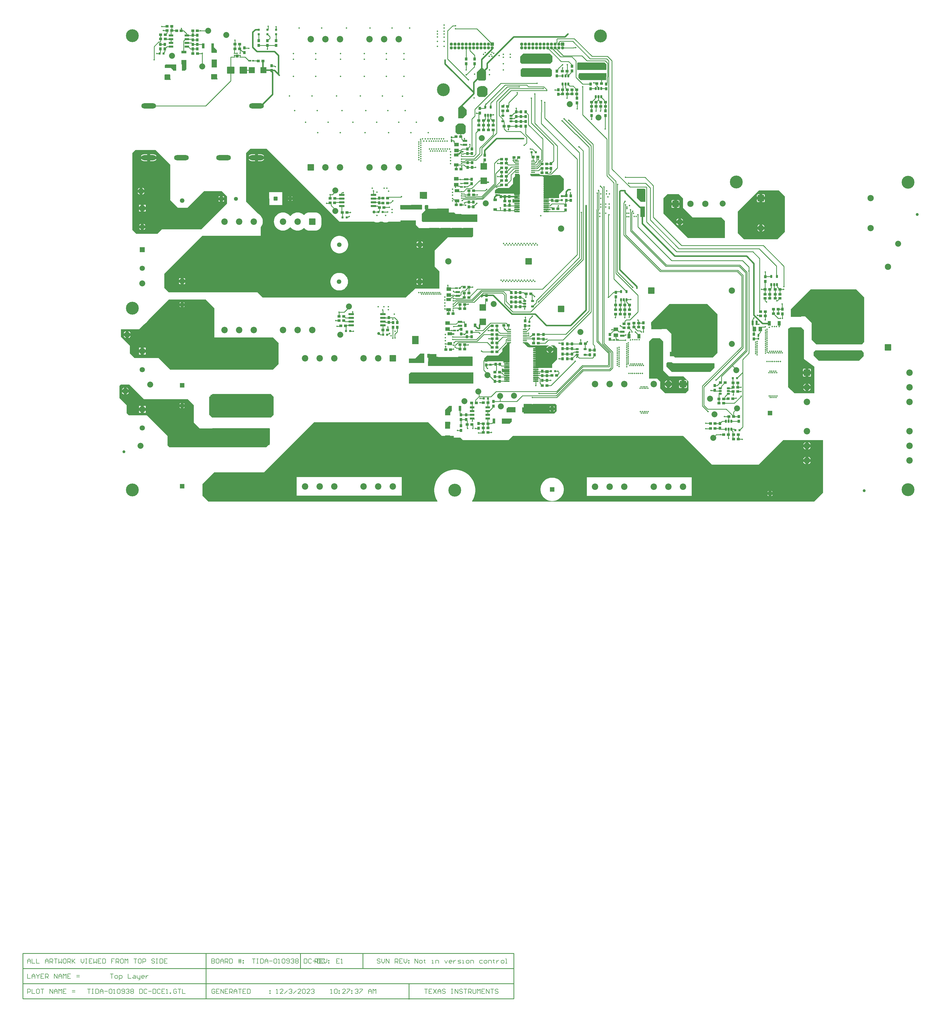
<source format=gtl>
G04*
G04 #@! TF.GenerationSoftware,Altium Limited,Altium Designer,23.1.1 (15)*
G04*
G04 Layer_Physical_Order=1*
G04 Layer_Color=255*
%FSAX44Y44*%
%MOMM*%
G71*
G04*
G04 #@! TF.SameCoordinates,A3571568-9A21-437D-865F-2304E57EA7B7*
G04*
G04*
G04 #@! TF.FilePolarity,Positive*
G04*
G01*
G75*
%ADD13C,0.5000*%
%ADD22C,0.2540*%
%ADD28C,0.2032*%
%ADD29R,0.9500X1.0000*%
G04:AMPARAMS|DCode=30|XSize=10.69mm|YSize=8.89mm|CornerRadius=0.0445mm|HoleSize=0mm|Usage=FLASHONLY|Rotation=270.000|XOffset=0mm|YOffset=0mm|HoleType=Round|Shape=RoundedRectangle|*
%AMROUNDEDRECTD30*
21,1,10.6900,8.8011,0,0,270.0*
21,1,10.6011,8.8900,0,0,270.0*
1,1,0.0889,-4.4006,-5.3006*
1,1,0.0889,-4.4006,5.3006*
1,1,0.0889,4.4006,5.3006*
1,1,0.0889,4.4006,-5.3006*
%
%ADD30ROUNDEDRECTD30*%
G04:AMPARAMS|DCode=31|XSize=1.54mm|YSize=3.56mm|CornerRadius=0.0462mm|HoleSize=0mm|Usage=FLASHONLY|Rotation=270.000|XOffset=0mm|YOffset=0mm|HoleType=Round|Shape=RoundedRectangle|*
%AMROUNDEDRECTD31*
21,1,1.5400,3.4676,0,0,270.0*
21,1,1.4476,3.5600,0,0,270.0*
1,1,0.0924,-1.7338,-0.7238*
1,1,0.0924,-1.7338,0.7238*
1,1,0.0924,1.7338,0.7238*
1,1,0.0924,1.7338,-0.7238*
%
%ADD31ROUNDEDRECTD31*%
%ADD32R,0.8000X0.8000*%
G04:AMPARAMS|DCode=33|XSize=3.5mm|YSize=1.6mm|CornerRadius=0.048mm|HoleSize=0mm|Usage=FLASHONLY|Rotation=270.000|XOffset=0mm|YOffset=0mm|HoleType=Round|Shape=RoundedRectangle|*
%AMROUNDEDRECTD33*
21,1,3.5000,1.5040,0,0,270.0*
21,1,3.4040,1.6000,0,0,270.0*
1,1,0.0960,-0.7520,-1.7020*
1,1,0.0960,-0.7520,1.7020*
1,1,0.0960,0.7520,1.7020*
1,1,0.0960,0.7520,-1.7020*
%
%ADD33ROUNDEDRECTD33*%
G04:AMPARAMS|DCode=34|XSize=0.9mm|YSize=1.7mm|CornerRadius=0.0495mm|HoleSize=0mm|Usage=FLASHONLY|Rotation=180.000|XOffset=0mm|YOffset=0mm|HoleType=Round|Shape=RoundedRectangle|*
%AMROUNDEDRECTD34*
21,1,0.9000,1.6010,0,0,180.0*
21,1,0.8010,1.7000,0,0,180.0*
1,1,0.0990,-0.4005,0.8005*
1,1,0.0990,0.4005,0.8005*
1,1,0.0990,0.4005,-0.8005*
1,1,0.0990,-0.4005,-0.8005*
%
%ADD34ROUNDEDRECTD34*%
G04:AMPARAMS|DCode=35|XSize=5.75mm|YSize=19.6mm|CornerRadius=0.0575mm|HoleSize=0mm|Usage=FLASHONLY|Rotation=270.000|XOffset=0mm|YOffset=0mm|HoleType=Round|Shape=RoundedRectangle|*
%AMROUNDEDRECTD35*
21,1,5.7500,19.4850,0,0,270.0*
21,1,5.6350,19.6000,0,0,270.0*
1,1,0.1150,-9.7425,-2.8175*
1,1,0.1150,-9.7425,2.8175*
1,1,0.1150,9.7425,2.8175*
1,1,0.1150,9.7425,-2.8175*
%
%ADD35ROUNDEDRECTD35*%
%ADD36R,4.1000X3.5000*%
%ADD37R,0.9150X1.2200*%
%ADD38R,2.0000X2.0000*%
%ADD39R,2.2000X1.4000*%
G04:AMPARAMS|DCode=40|XSize=0.75mm|YSize=0.9mm|CornerRadius=0.0488mm|HoleSize=0mm|Usage=FLASHONLY|Rotation=90.000|XOffset=0mm|YOffset=0mm|HoleType=Round|Shape=RoundedRectangle|*
%AMROUNDEDRECTD40*
21,1,0.7500,0.8025,0,0,90.0*
21,1,0.6525,0.9000,0,0,90.0*
1,1,0.0975,0.4013,0.3263*
1,1,0.0975,0.4013,-0.3263*
1,1,0.0975,-0.4013,-0.3263*
1,1,0.0975,-0.4013,0.3263*
%
%ADD40ROUNDEDRECTD40*%
G04:AMPARAMS|DCode=41|XSize=2.5mm|YSize=2.3mm|CornerRadius=0.046mm|HoleSize=0mm|Usage=FLASHONLY|Rotation=0.000|XOffset=0mm|YOffset=0mm|HoleType=Round|Shape=RoundedRectangle|*
%AMROUNDEDRECTD41*
21,1,2.5000,2.2080,0,0,0.0*
21,1,2.4080,2.3000,0,0,0.0*
1,1,0.0920,1.2040,-1.1040*
1,1,0.0920,-1.2040,-1.1040*
1,1,0.0920,-1.2040,1.1040*
1,1,0.0920,1.2040,1.1040*
%
%ADD41ROUNDEDRECTD41*%
G04:AMPARAMS|DCode=42|XSize=0.65mm|YSize=1.6mm|CornerRadius=0.0488mm|HoleSize=0mm|Usage=FLASHONLY|Rotation=90.000|XOffset=0mm|YOffset=0mm|HoleType=Round|Shape=RoundedRectangle|*
%AMROUNDEDRECTD42*
21,1,0.6500,1.5025,0,0,90.0*
21,1,0.5525,1.6000,0,0,90.0*
1,1,0.0975,0.7512,0.2763*
1,1,0.0975,0.7512,-0.2763*
1,1,0.0975,-0.7512,-0.2763*
1,1,0.0975,-0.7512,0.2763*
%
%ADD42ROUNDEDRECTD42*%
G04:AMPARAMS|DCode=43|XSize=0.7mm|YSize=0.7mm|CornerRadius=0.049mm|HoleSize=0mm|Usage=FLASHONLY|Rotation=180.000|XOffset=0mm|YOffset=0mm|HoleType=Round|Shape=RoundedRectangle|*
%AMROUNDEDRECTD43*
21,1,0.7000,0.6020,0,0,180.0*
21,1,0.6020,0.7000,0,0,180.0*
1,1,0.0980,-0.3010,0.3010*
1,1,0.0980,0.3010,0.3010*
1,1,0.0980,0.3010,-0.3010*
1,1,0.0980,-0.3010,-0.3010*
%
%ADD43ROUNDEDRECTD43*%
G04:AMPARAMS|DCode=44|XSize=2.16mm|YSize=2.26mm|CornerRadius=0.054mm|HoleSize=0mm|Usage=FLASHONLY|Rotation=90.000|XOffset=0mm|YOffset=0mm|HoleType=Round|Shape=RoundedRectangle|*
%AMROUNDEDRECTD44*
21,1,2.1600,2.1520,0,0,90.0*
21,1,2.0520,2.2600,0,0,90.0*
1,1,0.1080,1.0760,1.0260*
1,1,0.1080,1.0760,-1.0260*
1,1,0.1080,-1.0760,-1.0260*
1,1,0.1080,-1.0760,1.0260*
%
%ADD44ROUNDEDRECTD44*%
G04:AMPARAMS|DCode=45|XSize=1mm|YSize=1.35mm|CornerRadius=0.05mm|HoleSize=0mm|Usage=FLASHONLY|Rotation=0.000|XOffset=0mm|YOffset=0mm|HoleType=Round|Shape=RoundedRectangle|*
%AMROUNDEDRECTD45*
21,1,1.0000,1.2500,0,0,0.0*
21,1,0.9000,1.3500,0,0,0.0*
1,1,0.1000,0.4500,-0.6250*
1,1,0.1000,-0.4500,-0.6250*
1,1,0.1000,-0.4500,0.6250*
1,1,0.1000,0.4500,0.6250*
%
%ADD45ROUNDEDRECTD45*%
G04:AMPARAMS|DCode=46|XSize=0.45mm|YSize=0.3mm|CornerRadius=0.0495mm|HoleSize=0mm|Usage=FLASHONLY|Rotation=180.000|XOffset=0mm|YOffset=0mm|HoleType=Round|Shape=RoundedRectangle|*
%AMROUNDEDRECTD46*
21,1,0.4500,0.2010,0,0,180.0*
21,1,0.3510,0.3000,0,0,180.0*
1,1,0.0990,-0.1755,0.1005*
1,1,0.0990,0.1755,0.1005*
1,1,0.0990,0.1755,-0.1005*
1,1,0.0990,-0.1755,-0.1005*
%
%ADD46ROUNDEDRECTD46*%
G04:AMPARAMS|DCode=47|XSize=0.6mm|YSize=1.8mm|CornerRadius=0.051mm|HoleSize=0mm|Usage=FLASHONLY|Rotation=270.000|XOffset=0mm|YOffset=0mm|HoleType=Round|Shape=RoundedRectangle|*
%AMROUNDEDRECTD47*
21,1,0.6000,1.6980,0,0,270.0*
21,1,0.4980,1.8000,0,0,270.0*
1,1,0.1020,-0.8490,-0.2490*
1,1,0.1020,-0.8490,0.2490*
1,1,0.1020,0.8490,0.2490*
1,1,0.1020,0.8490,-0.2490*
%
%ADD47ROUNDEDRECTD47*%
G04:AMPARAMS|DCode=48|XSize=1.85mm|YSize=0.45mm|CornerRadius=0.0495mm|HoleSize=0mm|Usage=FLASHONLY|Rotation=180.000|XOffset=0mm|YOffset=0mm|HoleType=Round|Shape=RoundedRectangle|*
%AMROUNDEDRECTD48*
21,1,1.8500,0.3510,0,0,180.0*
21,1,1.7510,0.4500,0,0,180.0*
1,1,0.0990,-0.8755,0.1755*
1,1,0.0990,0.8755,0.1755*
1,1,0.0990,0.8755,-0.1755*
1,1,0.0990,-0.8755,-0.1755*
%
%ADD48ROUNDEDRECTD48*%
G04:AMPARAMS|DCode=49|XSize=0.6mm|YSize=1mm|CornerRadius=0.051mm|HoleSize=0mm|Usage=FLASHONLY|Rotation=180.000|XOffset=0mm|YOffset=0mm|HoleType=Round|Shape=RoundedRectangle|*
%AMROUNDEDRECTD49*
21,1,0.6000,0.8980,0,0,180.0*
21,1,0.4980,1.0000,0,0,180.0*
1,1,0.1020,-0.2490,0.4490*
1,1,0.1020,0.2490,0.4490*
1,1,0.1020,0.2490,-0.4490*
1,1,0.1020,-0.2490,-0.4490*
%
%ADD49ROUNDEDRECTD49*%
%ADD50O,1.4500X0.4000*%
G04:AMPARAMS|DCode=51|XSize=1.55mm|YSize=0.6mm|CornerRadius=0.051mm|HoleSize=0mm|Usage=FLASHONLY|Rotation=180.000|XOffset=0mm|YOffset=0mm|HoleType=Round|Shape=RoundedRectangle|*
%AMROUNDEDRECTD51*
21,1,1.5500,0.4980,0,0,180.0*
21,1,1.4480,0.6000,0,0,180.0*
1,1,0.1020,-0.7240,0.2490*
1,1,0.1020,0.7240,0.2490*
1,1,0.1020,0.7240,-0.2490*
1,1,0.1020,-0.7240,-0.2490*
%
%ADD51ROUNDEDRECTD51*%
%ADD52R,5.3000X1.6000*%
%ADD53R,3.4000X1.6000*%
%ADD54R,1.6000X1.1000*%
%ADD55R,1.8500X1.3000*%
%ADD56R,1.6002X1.2700*%
G04:AMPARAMS|DCode=57|XSize=1mm|YSize=1.2mm|CornerRadius=0.055mm|HoleSize=0mm|Usage=FLASHONLY|Rotation=270.000|XOffset=0mm|YOffset=0mm|HoleType=Round|Shape=RoundedRectangle|*
%AMROUNDEDRECTD57*
21,1,1.0000,1.0900,0,0,270.0*
21,1,0.8900,1.2000,0,0,270.0*
1,1,0.1100,-0.5450,-0.4450*
1,1,0.1100,-0.5450,0.4450*
1,1,0.1100,0.5450,0.4450*
1,1,0.1100,0.5450,-0.4450*
%
%ADD57ROUNDEDRECTD57*%
%ADD58R,1.1000X1.6000*%
%ADD59R,1.0000X0.9500*%
%ADD60R,1.2700X1.6002*%
%ADD61R,1.2200X0.9150*%
G04:AMPARAMS|DCode=62|XSize=0.65mm|YSize=1.6mm|CornerRadius=0.0488mm|HoleSize=0mm|Usage=FLASHONLY|Rotation=0.000|XOffset=0mm|YOffset=0mm|HoleType=Round|Shape=RoundedRectangle|*
%AMROUNDEDRECTD62*
21,1,0.6500,1.5025,0,0,0.0*
21,1,0.5525,1.6000,0,0,0.0*
1,1,0.0975,0.2763,-0.7512*
1,1,0.0975,-0.2763,-0.7512*
1,1,0.0975,-0.2763,0.7512*
1,1,0.0975,0.2763,0.7512*
%
%ADD62ROUNDEDRECTD62*%
G04:AMPARAMS|DCode=63|XSize=0.9mm|YSize=1.7mm|CornerRadius=0.0495mm|HoleSize=0mm|Usage=FLASHONLY|Rotation=90.000|XOffset=0mm|YOffset=0mm|HoleType=Round|Shape=RoundedRectangle|*
%AMROUNDEDRECTD63*
21,1,0.9000,1.6010,0,0,90.0*
21,1,0.8010,1.7000,0,0,90.0*
1,1,0.0990,0.8005,0.4005*
1,1,0.0990,0.8005,-0.4005*
1,1,0.0990,-0.8005,-0.4005*
1,1,0.0990,-0.8005,0.4005*
%
%ADD63ROUNDEDRECTD63*%
G04:AMPARAMS|DCode=64|XSize=0.6mm|YSize=1mm|CornerRadius=0.051mm|HoleSize=0mm|Usage=FLASHONLY|Rotation=90.000|XOffset=0mm|YOffset=0mm|HoleType=Round|Shape=RoundedRectangle|*
%AMROUNDEDRECTD64*
21,1,0.6000,0.8980,0,0,90.0*
21,1,0.4980,1.0000,0,0,90.0*
1,1,0.1020,0.4490,0.2490*
1,1,0.1020,0.4490,-0.2490*
1,1,0.1020,-0.4490,-0.2490*
1,1,0.1020,-0.4490,0.2490*
%
%ADD64ROUNDEDRECTD64*%
G04:AMPARAMS|DCode=65|XSize=0.7mm|YSize=0.7mm|CornerRadius=0.049mm|HoleSize=0mm|Usage=FLASHONLY|Rotation=270.000|XOffset=0mm|YOffset=0mm|HoleType=Round|Shape=RoundedRectangle|*
%AMROUNDEDRECTD65*
21,1,0.7000,0.6020,0,0,270.0*
21,1,0.6020,0.7000,0,0,270.0*
1,1,0.0980,-0.3010,-0.3010*
1,1,0.0980,-0.3010,0.3010*
1,1,0.0980,0.3010,0.3010*
1,1,0.0980,0.3010,-0.3010*
%
%ADD65ROUNDEDRECTD65*%
%ADD66C,1.0000*%
%ADD67R,1.4000X2.2000*%
G04:AMPARAMS|DCode=78|XSize=0.7mm|YSize=0.5mm|CornerRadius=0.05mm|HoleSize=0mm|Usage=FLASHONLY|Rotation=0.000|XOffset=0mm|YOffset=0mm|HoleType=Round|Shape=RoundedRectangle|*
%AMROUNDEDRECTD78*
21,1,0.7000,0.4000,0,0,0.0*
21,1,0.6000,0.5000,0,0,0.0*
1,1,0.1000,0.3000,-0.2000*
1,1,0.1000,-0.3000,-0.2000*
1,1,0.1000,-0.3000,0.2000*
1,1,0.1000,0.3000,0.2000*
%
%ADD78ROUNDEDRECTD78*%
G04:AMPARAMS|DCode=79|XSize=1.05mm|YSize=0.5mm|CornerRadius=0.05mm|HoleSize=0mm|Usage=FLASHONLY|Rotation=0.000|XOffset=0mm|YOffset=0mm|HoleType=Round|Shape=RoundedRectangle|*
%AMROUNDEDRECTD79*
21,1,1.0500,0.4000,0,0,0.0*
21,1,0.9500,0.5000,0,0,0.0*
1,1,0.1000,0.4750,-0.2000*
1,1,0.1000,-0.4750,-0.2000*
1,1,0.1000,-0.4750,0.2000*
1,1,0.1000,0.4750,0.2000*
%
%ADD79ROUNDEDRECTD79*%
G04:AMPARAMS|DCode=80|XSize=1mm|YSize=0.95mm|CornerRadius=0.0522mm|HoleSize=0mm|Usage=FLASHONLY|Rotation=180.000|XOffset=0mm|YOffset=0mm|HoleType=Round|Shape=RoundedRectangle|*
%AMROUNDEDRECTD80*
21,1,1.0000,0.8455,0,0,180.0*
21,1,0.8955,0.9500,0,0,180.0*
1,1,0.1045,-0.4478,0.4228*
1,1,0.1045,0.4478,0.4228*
1,1,0.1045,0.4478,-0.4228*
1,1,0.1045,-0.4478,-0.4228*
%
%ADD80ROUNDEDRECTD80*%
G04:AMPARAMS|DCode=81|XSize=0.75mm|YSize=0.3mm|CornerRadius=0.0495mm|HoleSize=0mm|Usage=FLASHONLY|Rotation=180.000|XOffset=0mm|YOffset=0mm|HoleType=Round|Shape=RoundedRectangle|*
%AMROUNDEDRECTD81*
21,1,0.7500,0.2010,0,0,180.0*
21,1,0.6510,0.3000,0,0,180.0*
1,1,0.0990,-0.3255,0.1005*
1,1,0.0990,0.3255,0.1005*
1,1,0.0990,0.3255,-0.1005*
1,1,0.0990,-0.3255,-0.1005*
%
%ADD81ROUNDEDRECTD81*%
G04:AMPARAMS|DCode=98|XSize=1.05mm|YSize=0.5mm|CornerRadius=0.05mm|HoleSize=0mm|Usage=FLASHONLY|Rotation=270.000|XOffset=0mm|YOffset=0mm|HoleType=Round|Shape=RoundedRectangle|*
%AMROUNDEDRECTD98*
21,1,1.0500,0.4000,0,0,270.0*
21,1,0.9500,0.5000,0,0,270.0*
1,1,0.1000,-0.2000,-0.4750*
1,1,0.1000,-0.2000,0.4750*
1,1,0.1000,0.2000,0.4750*
1,1,0.1000,0.2000,-0.4750*
%
%ADD98ROUNDEDRECTD98*%
G04:AMPARAMS|DCode=99|XSize=0.7mm|YSize=0.5mm|CornerRadius=0.05mm|HoleSize=0mm|Usage=FLASHONLY|Rotation=270.000|XOffset=0mm|YOffset=0mm|HoleType=Round|Shape=RoundedRectangle|*
%AMROUNDEDRECTD99*
21,1,0.7000,0.4000,0,0,270.0*
21,1,0.6000,0.5000,0,0,270.0*
1,1,0.1000,-0.2000,-0.3000*
1,1,0.1000,-0.2000,0.3000*
1,1,0.1000,0.2000,0.3000*
1,1,0.1000,0.2000,-0.3000*
%
%ADD99ROUNDEDRECTD99*%
%ADD104C,1.1200*%
G04:AMPARAMS|DCode=105|XSize=1.12mm|YSize=1.12mm|CornerRadius=0.0504mm|HoleSize=0mm|Usage=FLASHONLY|Rotation=180.000|XOffset=0mm|YOffset=0mm|HoleType=Round|Shape=RoundedRectangle|*
%AMROUNDEDRECTD105*
21,1,1.1200,1.0192,0,0,180.0*
21,1,1.0192,1.1200,0,0,180.0*
1,1,0.1008,-0.5096,0.5096*
1,1,0.1008,0.5096,0.5096*
1,1,0.1008,0.5096,-0.5096*
1,1,0.1008,-0.5096,-0.5096*
%
%ADD105ROUNDEDRECTD105*%
G04:AMPARAMS|DCode=106|XSize=1.55mm|YSize=1.55mm|CornerRadius=0.0465mm|HoleSize=0mm|Usage=FLASHONLY|Rotation=90.000|XOffset=0mm|YOffset=0mm|HoleType=Round|Shape=RoundedRectangle|*
%AMROUNDEDRECTD106*
21,1,1.5500,1.4570,0,0,90.0*
21,1,1.4570,1.5500,0,0,90.0*
1,1,0.0930,0.7285,0.7285*
1,1,0.0930,0.7285,-0.7285*
1,1,0.0930,-0.7285,-0.7285*
1,1,0.0930,-0.7285,0.7285*
%
%ADD106ROUNDEDRECTD106*%
%ADD107C,1.5500*%
%ADD108C,1.3500*%
G04:AMPARAMS|DCode=109|XSize=1.35mm|YSize=1.35mm|CornerRadius=0.0472mm|HoleSize=0mm|Usage=FLASHONLY|Rotation=0.000|XOffset=0mm|YOffset=0mm|HoleType=Round|Shape=RoundedRectangle|*
%AMROUNDEDRECTD109*
21,1,1.3500,1.2555,0,0,0.0*
21,1,1.2555,1.3500,0,0,0.0*
1,1,0.0945,0.6278,-0.6278*
1,1,0.0945,-0.6278,-0.6278*
1,1,0.0945,-0.6278,0.6278*
1,1,0.0945,0.6278,0.6278*
%
%ADD109ROUNDEDRECTD109*%
G04:AMPARAMS|DCode=110|XSize=5mm|YSize=1.8mm|CornerRadius=0.9mm|HoleSize=0mm|Usage=FLASHONLY|Rotation=0.000|XOffset=0mm|YOffset=0mm|HoleType=Round|Shape=RoundedRectangle|*
%AMROUNDEDRECTD110*
21,1,5.0000,0.0000,0,0,0.0*
21,1,3.2000,1.8000,0,0,0.0*
1,1,1.8000,1.6000,0.0000*
1,1,1.8000,-1.6000,0.0000*
1,1,1.8000,-1.6000,0.0000*
1,1,1.8000,1.6000,0.0000*
%
%ADD110ROUNDEDRECTD110*%
G04:AMPARAMS|DCode=111|XSize=1.55mm|YSize=1.55mm|CornerRadius=0.0465mm|HoleSize=0mm|Usage=FLASHONLY|Rotation=180.000|XOffset=0mm|YOffset=0mm|HoleType=Round|Shape=RoundedRectangle|*
%AMROUNDEDRECTD111*
21,1,1.5500,1.4570,0,0,180.0*
21,1,1.4570,1.5500,0,0,180.0*
1,1,0.0930,-0.7285,0.7285*
1,1,0.0930,0.7285,0.7285*
1,1,0.0930,0.7285,-0.7285*
1,1,0.0930,-0.7285,-0.7285*
%
%ADD111ROUNDEDRECTD111*%
G04:AMPARAMS|DCode=112|XSize=2.15mm|YSize=2.15mm|CornerRadius=0.0538mm|HoleSize=0mm|Usage=FLASHONLY|Rotation=0.000|XOffset=0mm|YOffset=0mm|HoleType=Round|Shape=RoundedRectangle|*
%AMROUNDEDRECTD112*
21,1,2.1500,2.0425,0,0,0.0*
21,1,2.0425,2.1500,0,0,0.0*
1,1,0.1075,1.0213,-1.0213*
1,1,0.1075,-1.0213,-1.0213*
1,1,0.1075,-1.0213,1.0213*
1,1,0.1075,1.0213,1.0213*
%
%ADD112ROUNDEDRECTD112*%
%ADD113C,2.1500*%
%ADD114C,2.2000*%
G04:AMPARAMS|DCode=115|XSize=2.2mm|YSize=2.2mm|CornerRadius=0.055mm|HoleSize=0mm|Usage=FLASHONLY|Rotation=270.000|XOffset=0mm|YOffset=0mm|HoleType=Round|Shape=RoundedRectangle|*
%AMROUNDEDRECTD115*
21,1,2.2000,2.0900,0,0,270.0*
21,1,2.0900,2.2000,0,0,270.0*
1,1,0.1100,-1.0450,-1.0450*
1,1,0.1100,-1.0450,1.0450*
1,1,0.1100,1.0450,1.0450*
1,1,0.1100,1.0450,-1.0450*
%
%ADD115ROUNDEDRECTD115*%
G04:AMPARAMS|DCode=116|XSize=2.2mm|YSize=2.2mm|CornerRadius=0.055mm|HoleSize=0mm|Usage=FLASHONLY|Rotation=0.000|XOffset=0mm|YOffset=0mm|HoleType=Round|Shape=RoundedRectangle|*
%AMROUNDEDRECTD116*
21,1,2.2000,2.0900,0,0,0.0*
21,1,2.0900,2.2000,0,0,0.0*
1,1,0.1100,1.0450,-1.0450*
1,1,0.1100,-1.0450,-1.0450*
1,1,0.1100,-1.0450,1.0450*
1,1,0.1100,1.0450,1.0450*
%
%ADD116ROUNDEDRECTD116*%
%ADD117C,4.4000*%
G04:AMPARAMS|DCode=118|XSize=2.15mm|YSize=2.15mm|CornerRadius=0.0538mm|HoleSize=0mm|Usage=FLASHONLY|Rotation=90.000|XOffset=0mm|YOffset=0mm|HoleType=Round|Shape=RoundedRectangle|*
%AMROUNDEDRECTD118*
21,1,2.1500,2.0425,0,0,90.0*
21,1,2.0425,2.1500,0,0,90.0*
1,1,0.1075,1.0213,1.0213*
1,1,0.1075,1.0213,-1.0213*
1,1,0.1075,-1.0213,-1.0213*
1,1,0.1075,-1.0213,1.0213*
%
%ADD118ROUNDEDRECTD118*%
%ADD120R,1.8000X1.8000*%
%ADD121C,1.8000*%
%ADD122C,2.0320*%
%ADD123C,0.5080*%
G36*
X00328706Y01561541D02*
X00339110Y01551136D01*
X00338750Y01550776D01*
Y01542035D01*
X00322126D01*
X00319840Y01544321D01*
Y01574566D01*
X00328706D01*
Y01561541D01*
D02*
G37*
G36*
X01485370Y01531178D02*
Y01512643D01*
X01477463Y01504736D01*
X01380036D01*
X01375010Y01509762D01*
Y01529714D01*
X01385205Y01539910D01*
X01476638D01*
X01485370Y01531178D01*
D02*
G37*
G36*
X00338750Y01492047D02*
X00321250D01*
Y01519698D01*
X00338750D01*
Y01492047D01*
D02*
G37*
G36*
X01669882Y01503266D02*
Y01485944D01*
X01667749Y01483811D01*
X01570322D01*
X01569958Y01484175D01*
Y01507289D01*
X01571998Y01509329D01*
X01663818D01*
X01669882Y01503266D01*
D02*
G37*
G36*
X00234925Y01509578D02*
Y01486664D01*
X00229933Y01481672D01*
X00219663D01*
Y01502041D01*
X00217675Y01504029D01*
Y01517161D01*
X00217778Y01517411D01*
X00234925D01*
Y01509578D01*
D02*
G37*
G36*
X00199802Y01481672D02*
X00189381D01*
Y01483156D01*
X00182114Y01490422D01*
X00161364D01*
Y01500023D01*
X00163764Y01502422D01*
X00199802D01*
Y01481672D01*
D02*
G37*
G36*
X01483555Y01483695D02*
X01483555Y01464832D01*
X01479071Y01460348D01*
X01380729D01*
X01376565Y01464512D01*
Y01484602D01*
X01376683Y01484613D01*
Y01484613D01*
X01381696Y01489625D01*
X01477625D01*
X01483555Y01483695D01*
D02*
G37*
G36*
X00339678Y01468752D02*
Y01451739D01*
X00319840D01*
X00319792Y01451853D01*
Y01469888D01*
X00338542D01*
X00339678Y01468752D01*
D02*
G37*
G36*
X00180000Y01467013D02*
Y01450000D01*
X00160162D01*
X00160114Y01450114D01*
Y01468149D01*
X00178864D01*
X00180000Y01467013D01*
D02*
G37*
G36*
X01669882Y01461877D02*
X01669095Y01460700D01*
X01668800Y01459214D01*
Y01449144D01*
X01581009D01*
Y01449395D01*
X01573711Y01456693D01*
Y01465693D01*
X01576581Y01472637D01*
X01577236Y01472768D01*
X01669882D01*
Y01461877D01*
D02*
G37*
G36*
X01258240Y01479564D02*
Y01450973D01*
X01254500Y01447233D01*
X01233847Y01447233D01*
X01227001Y01454079D01*
Y01476456D01*
X01240170Y01489625D01*
X01248179D01*
X01258240Y01479564D01*
D02*
G37*
G36*
X01263286Y01420176D02*
Y01399818D01*
X01255286Y01391818D01*
X01234920Y01391818D01*
X01228057Y01398681D01*
Y01421313D01*
X01233802Y01427058D01*
X01256404D01*
X01263286Y01420176D01*
D02*
G37*
G36*
X01191915Y01347400D02*
Y01331577D01*
X01179380Y01319042D01*
X01163549D01*
Y01354282D01*
X01170261Y01360993D01*
X01170935Y01360994D01*
X01178322D01*
X01191915Y01347400D01*
D02*
G37*
G36*
X01189164Y01293114D02*
Y01270481D01*
X01183419Y01264736D01*
X01160818D01*
X01153936Y01271618D01*
Y01291976D01*
X01161936Y01299976D01*
X01182302Y01299976D01*
X01189164Y01293114D01*
D02*
G37*
G36*
X01371417Y01127677D02*
X01373999Y01125241D01*
Y01061223D01*
X01370292Y01057516D01*
X01355697D01*
X01355269Y01057431D01*
X01353999Y01058348D01*
Y01061223D01*
X01301036D01*
X01300855Y01061494D01*
X01299854Y01062163D01*
X01298672Y01062398D01*
X01290648D01*
X01289727Y01062215D01*
X01288837Y01062695D01*
X01288457Y01063016D01*
X01288457Y01071649D01*
X01294754Y01077947D01*
X01294839Y01077930D01*
X01296821Y01078324D01*
X01298501Y01079447D01*
X01299624Y01081127D01*
X01299650Y01081256D01*
X01336512D01*
X01350324Y01095069D01*
Y01114084D01*
X01357297Y01121057D01*
Y01128797D01*
X01371417D01*
Y01127677D01*
D02*
G37*
G36*
X01442051Y01127828D02*
Y01125317D01*
X01444561D01*
X01445029Y01124849D01*
X01473159D01*
X01473752Y01124453D01*
X01475238Y01124157D01*
X01481241D01*
X01482727Y01124453D01*
X01483320Y01124849D01*
X01511675D01*
X01524572Y01112186D01*
Y01075098D01*
X01508090Y01058617D01*
Y01046167D01*
X01455197D01*
Y01117563D01*
X01452520Y01120248D01*
X01414521Y01120248D01*
X01409920Y01124849D01*
Y01128716D01*
X01410406Y01129202D01*
X01440677D01*
X01442051Y01127828D01*
D02*
G37*
G36*
X01056921Y01043776D02*
X01043155D01*
X01043037Y01043812D01*
X01043008Y01043815D01*
X01042980Y01043823D01*
X01040950Y01044012D01*
X01038919Y01044206D01*
X01038890Y01044203D01*
X01038861Y01044206D01*
X01032822Y01044172D01*
X01031921Y01045068D01*
Y01067347D01*
X01056921D01*
Y01043776D01*
D02*
G37*
G36*
X01802543Y01075336D02*
Y01033667D01*
X01787107D01*
X01773551Y01047222D01*
Y01077021D01*
X01774000Y01078105D01*
X01774725Y01078106D01*
X01799773D01*
X01802543Y01075336D01*
D02*
G37*
G36*
X01353509Y01042224D02*
X01354513Y01041553D01*
X01355697Y01041317D01*
X01362998D01*
X01364453Y01041028D01*
X01365907Y01041317D01*
X01373208D01*
X01373855Y01040786D01*
Y01032047D01*
X01373208Y01031516D01*
X01355697D01*
X01354513Y01031281D01*
X01353531Y01030624D01*
X01348855D01*
Y01042624D01*
X01353242D01*
X01353509Y01042224D01*
D02*
G37*
G36*
X01039879Y01022209D02*
Y01007228D01*
X00967701D01*
X00965773Y01009156D01*
Y01022698D01*
X01038978Y01023104D01*
X01039879Y01022209D01*
D02*
G37*
G36*
X01061081Y01021596D02*
X01061081Y01009979D01*
X01121026Y01010402D01*
X01131081D01*
Y00997188D01*
X01149309D01*
X01154871Y00991627D01*
X01174556D01*
Y00990650D01*
X01228278D01*
Y00965086D01*
X01121473D01*
Y00964963D01*
X01118199D01*
Y00965086D01*
X01044199D01*
Y00964707D01*
X01042160D01*
X01039206Y00967661D01*
Y00993092D01*
X01050685Y01004572D01*
Y01022494D01*
X01060183D01*
X01061081Y01021596D01*
D02*
G37*
G36*
X00180000Y01160000D02*
Y01039064D01*
X00205915Y01013149D01*
X00238144D01*
X00294994Y01070000D01*
X00355821D01*
X00373962Y01051859D01*
Y01027171D01*
X00286471Y00939679D01*
X00151241D01*
X00135461Y00923900D01*
X00063990D01*
X00050005Y00937885D01*
Y00999937D01*
X00050000Y01000068D01*
Y01200000D01*
X00050044D01*
X00060044Y01210000D01*
X00130000D01*
X00180000Y01160000D01*
D02*
G37*
G36*
X01931699Y01044779D02*
Y01012802D01*
X01964026Y00980475D01*
X02062517Y00980475D01*
X02074350Y00968642D01*
Y00910000D01*
X01948287Y00910000D01*
X01864916Y00993371D01*
X01864916Y01046480D01*
X01877821Y01059386D01*
X01917092D01*
X01931699Y01044779D01*
D02*
G37*
G36*
X02279806Y01052000D02*
X02279806Y00930919D01*
X02254634Y00905748D01*
X02206223D01*
X02205464Y00905822D01*
X02139603D01*
X02118761Y00926665D01*
Y01000475D01*
X02146200Y01027913D01*
X02190867Y01072581D01*
X02259225D01*
X02279806Y01052000D01*
D02*
G37*
G36*
X00758053Y00965382D02*
X00876183D01*
X00877064Y00964911D01*
X00881501Y00963565D01*
X00886116Y00963110D01*
X00890731Y00963565D01*
X00895168Y00964911D01*
X00896049Y00965382D01*
X00905288D01*
X00906169Y00964911D01*
X00910606Y00963565D01*
X00915221Y00963110D01*
X00919836Y00963565D01*
X00924273Y00964911D01*
X00925154Y00965382D01*
X00966064D01*
X00966064Y00967922D01*
X00966962Y00968820D01*
X01018388D01*
Y00954689D01*
X01029467Y00943610D01*
X01212466Y00943610D01*
X01213834Y00942242D01*
Y00937984D01*
X01214539Y00937278D01*
Y00916244D01*
X01210715Y00912419D01*
X01128251D01*
X01083467Y00867635D01*
Y00811550D01*
X01098854Y00796162D01*
Y00737406D01*
X01017275D01*
X00984210Y00706346D01*
X00495261D01*
X00477335Y00724272D01*
X00174778D01*
X00159162Y00739887D01*
Y00787771D01*
X00288827Y00917437D01*
X00489100D01*
Y00946887D01*
X00489907Y00947832D01*
X00492457Y00951992D01*
X00494324Y00956500D01*
X00495463Y00961245D01*
X00495846Y00966109D01*
X00495463Y00970974D01*
X00494324Y00975719D01*
X00492457Y00980227D01*
X00489907Y00984387D01*
X00486738Y00988098D01*
X00483028Y00991266D01*
X00479703Y00993304D01*
X00439100Y01033906D01*
X00439100Y01200511D01*
X00452861Y01214273D01*
X00509162D01*
X00758053Y00965382D01*
D02*
G37*
G36*
X01863370Y00556374D02*
Y00457883D01*
X01883822Y00437430D01*
X01933315D01*
X01950029Y00420716D01*
Y00389866D01*
X01940029Y00379866D01*
X01870000Y00379866D01*
X01853323Y00396640D01*
X01853406Y00418248D01*
X01853978Y00418820D01*
X01842798Y00430000D01*
X01815792D01*
Y00557126D01*
X01825997Y00567331D01*
X01828047D01*
X01828142Y00567451D01*
X01851852D01*
X01852293D01*
X01863370Y00556374D01*
D02*
G37*
G36*
X01028031Y00547698D02*
X01005876D01*
Y00574990D01*
X01028031D01*
Y00547698D01*
D02*
G37*
G36*
X02550000Y00707171D02*
Y00554587D01*
X02541644Y00546231D01*
X02387122D01*
X02370701Y00562653D01*
Y00620219D01*
X02348356Y00642564D01*
X02303945D01*
X02300080Y00646429D01*
Y00666731D01*
X02367584Y00734236D01*
X02522936D01*
X02550000Y00707171D01*
D02*
G37*
G36*
X02014168Y00684290D02*
X02049489Y00648969D01*
Y00518183D01*
X02033298Y00501993D01*
X01903899D01*
X01891217Y00514674D01*
X01891217Y00583066D01*
X01875018Y00599265D01*
X01834657D01*
X01822219Y00611704D01*
Y00621906D01*
X01884603Y00684290D01*
X02014168Y00684290D01*
D02*
G37*
G36*
X01047377Y00498147D02*
Y00483237D01*
X00995502D01*
X00994877Y00483496D01*
Y00498603D01*
X01016874D01*
Y00498392D01*
X01033370Y00514887D01*
X01047377D01*
X01047377Y00498147D01*
D02*
G37*
G36*
X02387122Y00526134D02*
X02541644D01*
X02542195Y00526189D01*
X02548766Y00517740D01*
Y00506319D01*
X02532938Y00490490D01*
X02395766D01*
X02377766Y00508490D01*
Y00520490D01*
X02383743Y00526467D01*
X02387122Y00526134D01*
D02*
G37*
G36*
X01343559Y00553091D02*
Y00551462D01*
X01341135D01*
X01338478Y00548805D01*
Y00489206D01*
X01332978Y00483705D01*
X01317978D01*
Y00488705D01*
X01252435D01*
X01252435Y00499131D01*
X01262043Y00508739D01*
X01300491D01*
X01314303Y00522551D01*
X01314303Y00532523D01*
X01329116Y00547337D01*
Y00549785D01*
X01329453Y00550137D01*
X01329836Y00550741D01*
X01330233Y00551334D01*
X01330242Y00551379D01*
X01330266Y00551417D01*
X01330389Y00552120D01*
X01330529Y00552821D01*
Y00553404D01*
X01331414Y00554448D01*
X01341914D01*
X01342154Y00554496D01*
X01343559Y00553091D01*
D02*
G37*
G36*
X01088649Y00506384D02*
X01090808Y00504224D01*
X01094500Y00504250D01*
X01095375Y00503382D01*
Y00503382D01*
X01163374D01*
Y00504737D01*
X01211821Y00505079D01*
X01212722Y00504184D01*
Y00472683D01*
X01061131D01*
X01061113Y00501147D01*
X01061105Y00501147D01*
Y00513768D01*
X01088649D01*
Y00506384D01*
D02*
G37*
G36*
X01411880Y00542831D02*
X01412136Y00543087D01*
X01472392D01*
X01472644Y00541817D01*
X01470430Y00540900D01*
X01467776Y00538864D01*
X01465741Y00536211D01*
X01465159Y00534807D01*
X01476834D01*
X01488510D01*
X01487928Y00536211D01*
X01485892Y00538864D01*
X01483239Y00540900D01*
X01481024Y00541817D01*
X01481277Y00543087D01*
X01492162D01*
X01501604Y00533816D01*
Y00495847D01*
X01484104Y00478347D01*
Y00465847D01*
X01429104D01*
Y00535420D01*
X01427280Y00537244D01*
X01400893D01*
X01385761Y00552376D01*
X01386287Y00553646D01*
X01401065D01*
X01411880Y00542831D01*
D02*
G37*
G36*
X00301500Y00698500D02*
X00330000Y00670000D01*
Y00570350D01*
X00530933D01*
X00550576Y00550708D01*
X00550000Y00550132D01*
Y00480000D01*
X00530000Y00460000D01*
X00180000Y00460000D01*
X00162052Y00477948D01*
X00161542D01*
X00139491Y00500000D01*
X00058091D01*
X00042048Y00516042D01*
Y00541537D01*
X00010923Y00572662D01*
Y00598629D01*
X00073406D01*
X00074699Y00599683D01*
X00090141Y00615124D01*
X00090563Y00615406D01*
X00095879Y00619769D01*
X00100742Y00624632D01*
X00105106Y00629949D01*
X00105387Y00630371D01*
X00174778Y00699761D01*
Y00700000D01*
X00301500D01*
Y00698500D01*
D02*
G37*
G36*
X01892734Y00485283D02*
X01896208Y00483426D01*
X01899978Y00482282D01*
X01901745Y00482108D01*
X01903899Y00481896D01*
X02033298D01*
X02037219Y00482282D01*
X02038080Y00482543D01*
X02039100Y00481787D01*
Y00467209D01*
X02024328Y00452437D01*
X01893100D01*
X01875100Y00470437D01*
Y00482437D01*
X01878656Y00485993D01*
X01891869D01*
X01892734Y00485283D01*
D02*
G37*
G36*
X01318173Y00462755D02*
X01319177Y00462084D01*
X01320361Y00461848D01*
X01337871D01*
X01337978Y00461760D01*
Y00452135D01*
X01337871Y00452047D01*
X01320361D01*
X01319177Y00451811D01*
X01318860Y00451600D01*
X01315080D01*
X01314943Y00451737D01*
X01313683Y00452579D01*
X01312656Y00452783D01*
Y00459258D01*
X01312616D01*
Y00463600D01*
X01317608D01*
X01318173Y00462755D01*
D02*
G37*
G36*
X01214914Y00451235D02*
Y00412583D01*
X00994877D01*
Y00444880D01*
X01001232Y00451235D01*
X01076482D01*
X01180365Y00451235D01*
X01214914Y00451235D01*
D02*
G37*
G36*
X02334625Y00605353D02*
X02335057Y00605345D01*
X02344576Y00595021D01*
Y00496489D01*
X02379838Y00470162D01*
Y00416966D01*
Y00380156D01*
X02312157D01*
X02290000Y00400000D01*
Y00599911D01*
X02299008Y00605233D01*
X02301153Y00605353D01*
X02334625D01*
D02*
G37*
G36*
X01500000Y00338590D02*
Y00318935D01*
X01491360Y00310294D01*
X01387221D01*
Y00343145D01*
X01414277D01*
X01416866Y00342891D01*
X01419455Y00343145D01*
X01495444D01*
X01500000Y00338590D01*
D02*
G37*
G36*
X01358914Y00314554D02*
X01328996D01*
Y00326915D01*
X01334643Y00332164D01*
X01358914D01*
Y00314554D01*
D02*
G37*
G36*
X01141670Y00319304D02*
X01136406Y00314040D01*
Y00304785D01*
X01118906D01*
Y00313704D01*
Y00322944D01*
X01132766Y00336804D01*
X01141670D01*
Y00319304D01*
D02*
G37*
G36*
X00523028Y00377202D02*
X00532778Y00367452D01*
Y00306495D01*
X00523028Y00296745D01*
X00322778D01*
X00312778Y00306745D01*
Y00366877D01*
X00313472D01*
X00323868Y00377273D01*
X00523028D01*
Y00377202D01*
D02*
G37*
G36*
X01346496Y00283540D02*
X01338956Y00276000D01*
X01312734D01*
Y00293500D01*
X01346496D01*
Y00283540D01*
D02*
G37*
G36*
X01135682Y00281742D02*
Y00258794D01*
X01119206D01*
X01118906Y00259518D01*
Y00282465D01*
X01135382D01*
X01135682Y00281742D01*
D02*
G37*
G36*
X00089775Y00359570D02*
X00240000D01*
X00260000Y00339570D01*
Y00280000D01*
X00280000Y00260000D01*
X00520000D01*
Y00207660D01*
X00507340Y00195000D01*
X00176716D01*
X00170000Y00201716D01*
Y00234135D01*
X00099385Y00304750D01*
X00038447D01*
X00030909Y00312288D01*
X00031071Y00339568D01*
X00006474Y00363820D01*
Y00405349D01*
X00010923Y00409798D01*
Y00409872D01*
X00039474D01*
X00089775Y00359570D01*
D02*
G37*
G36*
X01107003Y00234349D02*
X01148043D01*
Y00227943D01*
X01171186D01*
X01179130Y00220000D01*
X01335397D01*
X01349746Y00234349D01*
X01931724D01*
X02030072Y00136000D01*
X02189795D01*
X02273795Y00220000D01*
X02410000D01*
Y00040000D01*
X02380000Y00010000D01*
X01211167D01*
X01210569Y00011120D01*
X01211760Y00012904D01*
X01215003Y00018969D01*
X01217635Y00025324D01*
X01219631Y00031905D01*
X01220973Y00038651D01*
X01221647Y00045495D01*
Y00052373D01*
X01220973Y00059218D01*
X01219631Y00065963D01*
X01217635Y00072545D01*
X01215003Y00078899D01*
X01211760Y00084965D01*
X01207939Y00090683D01*
X01203576Y00096000D01*
X01198713Y00100863D01*
X01193396Y00105227D01*
X01187678Y00109048D01*
X01181612Y00112290D01*
X01175258Y00114922D01*
X01168676Y00116918D01*
X01161930Y00118260D01*
X01155086Y00118934D01*
X01148208D01*
X01141363Y00118260D01*
X01134618Y00116918D01*
X01128036Y00114922D01*
X01121682Y00112290D01*
X01115616Y00109048D01*
X01109898Y00105227D01*
X01104581Y00100863D01*
X01099718Y00096000D01*
X01095355Y00090683D01*
X01091534Y00084965D01*
X01088291Y00078899D01*
X01085659Y00072545D01*
X01083663Y00065963D01*
X01082321Y00059218D01*
X01081647Y00052373D01*
Y00045495D01*
X01082321Y00038651D01*
X01083663Y00031905D01*
X01085659Y00025324D01*
X01088291Y00018969D01*
X01091534Y00012904D01*
X01092725Y00011120D01*
X01092127Y00010000D01*
X00310000D01*
X00290794Y00029206D01*
X00290000D01*
Y00070000D01*
X00330000Y00110000D01*
X00500000D01*
X00670500Y00280500D01*
X01060851D01*
X01107003Y00234349D01*
D02*
G37*
%LPC*%
G36*
X00122000Y01195640D02*
X00111000D01*
Y01189000D01*
X00132420D01*
X00132080Y01189820D01*
X00130230Y01192230D01*
X00127820Y01194080D01*
X00125013Y01195243D01*
X00122000Y01195640D01*
D02*
G37*
G36*
X00101000D02*
X00090000D01*
X00086987Y01195243D01*
X00084180Y01194080D01*
X00081770Y01192230D01*
X00079920Y01189820D01*
X00079580Y01189000D01*
X00101000D01*
Y01195640D01*
D02*
G37*
G36*
X00132420Y01179000D02*
X00111000D01*
Y01172361D01*
X00122000D01*
X00125013Y01172757D01*
X00127820Y01173920D01*
X00130230Y01175770D01*
X00132080Y01178180D01*
X00132420Y01179000D01*
D02*
G37*
G36*
X00101000D02*
X00079580D01*
X00079920Y01178180D01*
X00081770Y01175770D01*
X00084180Y01173920D01*
X00086987Y01172757D01*
X00090000Y01172361D01*
X00101000D01*
Y01179000D01*
D02*
G37*
G36*
X00085056Y01081416D02*
Y01074741D01*
X00091731D01*
X00091149Y01076146D01*
X00089113Y01078799D01*
X00086461Y01080835D01*
X00085056Y01081416D01*
D02*
G37*
G36*
X00075056Y01081416D02*
X00073651Y01080835D01*
X00070998Y01078799D01*
X00068962Y01076146D01*
X00068380Y01074741D01*
X00075056D01*
Y01081416D01*
D02*
G37*
G36*
Y01064741D02*
X00068380D01*
X00068962Y01063336D01*
X00070998Y01060683D01*
X00073651Y01058648D01*
X00075056Y01058066D01*
Y01064741D01*
D02*
G37*
G36*
X00091731D02*
X00085056D01*
Y01058066D01*
X00086461Y01058648D01*
X00089113Y01060683D01*
X00091149Y01063336D01*
X00091731Y01064741D01*
D02*
G37*
G36*
X00360378Y01052718D02*
X00359100D01*
Y01048369D01*
X00363450D01*
Y01049646D01*
X00363216Y01050822D01*
X00362550Y01051818D01*
X00361553Y01052484D01*
X00360378Y01052718D01*
D02*
G37*
G36*
X00349100D02*
X00347823D01*
X00346647Y01052484D01*
X00345651Y01051818D01*
X00344985Y01050822D01*
X00344751Y01049646D01*
Y01048369D01*
X00349100D01*
Y01052718D01*
D02*
G37*
G36*
X00363450Y01038369D02*
X00359100D01*
Y01034020D01*
X00360378D01*
X00361553Y01034254D01*
X00362550Y01034920D01*
X00363216Y01035916D01*
X00363450Y01037091D01*
Y01038369D01*
D02*
G37*
G36*
X00349100D02*
X00344751D01*
Y01037091D01*
X00344985Y01035916D01*
X00345651Y01034920D01*
X00346647Y01034254D01*
X00347823Y01034020D01*
X00349100D01*
Y01038369D01*
D02*
G37*
G36*
X00095720Y01023274D02*
X00089180D01*
Y01016734D01*
X00095720D01*
Y01023274D01*
D02*
G37*
G36*
X00079180D02*
X00072640D01*
Y01016734D01*
X00079180D01*
Y01023274D01*
D02*
G37*
G36*
X00095720Y01006734D02*
X00089180D01*
Y01000194D01*
X00095720D01*
Y01006734D01*
D02*
G37*
G36*
X00079180D02*
X00072640D01*
Y01000194D01*
X00079180D01*
Y01006734D01*
D02*
G37*
G36*
X00089180Y00958654D02*
Y00953234D01*
X00094600D01*
X00094260Y00954054D01*
X00092411Y00956465D01*
X00090000Y00958314D01*
X00089180Y00958654D01*
D02*
G37*
G36*
X00079180Y00958654D02*
X00078360Y00958314D01*
X00075950Y00956465D01*
X00074100Y00954054D01*
X00073760Y00953234D01*
X00079180D01*
Y00958654D01*
D02*
G37*
G36*
Y00943234D02*
X00073760D01*
X00074100Y00942414D01*
X00075950Y00940004D01*
X00078360Y00938154D01*
X00079180Y00937814D01*
Y00943234D01*
D02*
G37*
G36*
X00094600D02*
X00089180D01*
Y00937814D01*
X00090000Y00938154D01*
X00092411Y00940004D01*
X00094260Y00942414D01*
X00094600Y00943234D01*
D02*
G37*
G36*
X01915912Y01039600D02*
X01910700D01*
Y01031250D01*
X01919050D01*
Y01036462D01*
X01918811Y01037663D01*
X01918131Y01038681D01*
X01917113Y01039361D01*
X01915912Y01039600D01*
D02*
G37*
G36*
X01900700D02*
X01895488D01*
X01894287Y01039361D01*
X01893269Y01038681D01*
X01892589Y01037663D01*
X01892350Y01036462D01*
Y01031250D01*
X01900700D01*
Y01039600D01*
D02*
G37*
G36*
X01919050Y01021250D02*
X01910700D01*
Y01012900D01*
X01915912D01*
X01917113Y01013139D01*
X01918131Y01013819D01*
X01918811Y01014837D01*
X01919050Y01016038D01*
Y01021250D01*
D02*
G37*
G36*
X01900700D02*
X01892350D01*
Y01016038D01*
X01892589Y01014837D01*
X01893269Y01013819D01*
X01894287Y01013139D01*
X01895488Y01012900D01*
X01900700D01*
Y01021250D01*
D02*
G37*
G36*
X01925000Y00976447D02*
Y00969771D01*
X01931675D01*
X01931093Y00971176D01*
X01929058Y00973829D01*
X01926405Y00975865D01*
X01925000Y00976447D01*
D02*
G37*
G36*
X01915000Y00976447D02*
X01913595Y00975865D01*
X01910942Y00973829D01*
X01908907Y00971176D01*
X01908325Y00969771D01*
X01915000D01*
Y00976447D01*
D02*
G37*
G36*
Y00959771D02*
X01908325D01*
X01908907Y00958366D01*
X01910942Y00955714D01*
X01913595Y00953678D01*
X01915000Y00953096D01*
Y00959771D01*
D02*
G37*
G36*
X01931675D02*
X01925000D01*
Y00953096D01*
X01926405Y00953678D01*
X01929058Y00955714D01*
X01931093Y00958366D01*
X01931675Y00959771D01*
D02*
G37*
G36*
X02207713Y01059350D02*
X02202500D01*
Y01051000D01*
X02210850D01*
Y01056212D01*
X02210611Y01057413D01*
X02209931Y01058431D01*
X02208913Y01059111D01*
X02207713Y01059350D01*
D02*
G37*
G36*
X02192500D02*
X02187287D01*
X02186087Y01059111D01*
X02185069Y01058431D01*
X02184389Y01057413D01*
X02184150Y01056212D01*
Y01051000D01*
X02192500D01*
Y01059350D01*
D02*
G37*
G36*
X02210850Y01041000D02*
X02202500D01*
Y01032650D01*
X02207713D01*
X02208913Y01032889D01*
X02209931Y01033569D01*
X02210611Y01034587D01*
X02210850Y01035788D01*
Y01041000D01*
D02*
G37*
G36*
X02192500D02*
X02184150D01*
Y01035788D01*
X02184389Y01034587D01*
X02185069Y01033569D01*
X02186087Y01032889D01*
X02187287Y01032650D01*
X02192500D01*
Y01041000D01*
D02*
G37*
G36*
X02202500Y00956314D02*
Y00949000D01*
X02209814D01*
X02209109Y00950702D01*
X02206978Y00953479D01*
X02204202Y00955609D01*
X02202500Y00956314D01*
D02*
G37*
G36*
X02192500D02*
X02190798Y00955609D01*
X02188022Y00953479D01*
X02185891Y00950702D01*
X02185186Y00949000D01*
X02192500D01*
Y00956314D01*
D02*
G37*
G36*
X02209814Y00939000D02*
X02202500D01*
Y00931686D01*
X02204202Y00932391D01*
X02206978Y00934521D01*
X02209109Y00937298D01*
X02209814Y00939000D01*
D02*
G37*
G36*
X02192500D02*
X02185186D01*
X02185891Y00937298D01*
X02188022Y00934521D01*
X02190798Y00932391D01*
X02192500Y00931686D01*
Y00939000D01*
D02*
G37*
G36*
X00490000Y01195640D02*
X00479000D01*
Y01189000D01*
X00500420D01*
X00500080Y01189820D01*
X00498230Y01192230D01*
X00495820Y01194080D01*
X00493013Y01195243D01*
X00490000Y01195640D01*
D02*
G37*
G36*
X00469000D02*
X00458000D01*
X00454987Y01195243D01*
X00452180Y01194080D01*
X00449770Y01192230D01*
X00447920Y01189820D01*
X00447580Y01189000D01*
X00469000D01*
Y01195640D01*
D02*
G37*
G36*
X00500420Y01179000D02*
X00479000D01*
Y01172361D01*
X00490000D01*
X00493013Y01172757D01*
X00495820Y01173920D01*
X00498230Y01175770D01*
X00500080Y01178180D01*
X00500420Y01179000D01*
D02*
G37*
G36*
X00469000D02*
X00447580D01*
X00447920Y01178180D01*
X00449770Y01175770D01*
X00452180Y01173920D01*
X00454987Y01172757D01*
X00458000Y01172361D01*
X00469000D01*
Y01179000D01*
D02*
G37*
G36*
X00594750Y01052308D02*
Y01049434D01*
X00597623D01*
X00596376Y01051060D01*
X00594750Y01052308D01*
D02*
G37*
G36*
X00584750D02*
X00583124Y01051060D01*
X00581877Y01049434D01*
X00584750D01*
Y01052308D01*
D02*
G37*
G36*
X00597623Y01039434D02*
X00594750D01*
Y01036561D01*
X00596376Y01037809D01*
X00597623Y01039434D01*
D02*
G37*
G36*
X00584750D02*
X00581877D01*
X00583124Y01037809D01*
X00584750Y01036561D01*
Y01039434D01*
D02*
G37*
G36*
X00561967Y01066811D02*
X00517533D01*
X00517932Y01022019D01*
X00562533D01*
Y01066245D01*
X00561967Y01066811D01*
D02*
G37*
G36*
X00675200Y00997209D02*
X00654300D01*
X00650272Y00996812D01*
X00646398Y00995637D01*
X00642828Y00993729D01*
X00639699Y00991161D01*
X00637784Y00988828D01*
X00637670Y00988749D01*
X00636103Y00988650D01*
X00636063Y00988674D01*
X00633028Y00991266D01*
X00628867Y00993816D01*
X00624359Y00995683D01*
X00619614Y00996823D01*
X00614750Y00997205D01*
X00609886Y00996823D01*
X00605141Y00995683D01*
X00600633Y00993816D01*
X00596472Y00991266D01*
X00592762Y00988098D01*
X00590385Y00985315D01*
X00589115D01*
X00586738Y00988098D01*
X00583028Y00991266D01*
X00578867Y00993816D01*
X00574359Y00995683D01*
X00569614Y00996823D01*
X00564750Y00997205D01*
X00559886Y00996823D01*
X00555141Y00995683D01*
X00550633Y00993816D01*
X00546472Y00991266D01*
X00542762Y00988098D01*
X00539593Y00984387D01*
X00537043Y00980227D01*
X00535176Y00975719D01*
X00534037Y00970974D01*
X00533654Y00966109D01*
X00534037Y00961245D01*
X00535176Y00956500D01*
X00537043Y00951992D01*
X00539593Y00947832D01*
X00542762Y00944121D01*
X00546472Y00940952D01*
X00550633Y00938403D01*
X00555141Y00936535D01*
X00559886Y00935396D01*
X00564750Y00935014D01*
X00569614Y00935396D01*
X00574359Y00936535D01*
X00578867Y00938403D01*
X00583028Y00940952D01*
X00586738Y00944121D01*
X00589115Y00946904D01*
X00590385D01*
X00592762Y00944121D01*
X00596472Y00940952D01*
X00600633Y00938403D01*
X00605141Y00936535D01*
X00609886Y00935396D01*
X00614750Y00935014D01*
X00619614Y00935396D01*
X00624359Y00936535D01*
X00628867Y00938403D01*
X00633028Y00940952D01*
X00636063Y00943545D01*
X00636103Y00943569D01*
X00637670Y00943470D01*
X00637784Y00943391D01*
X00639699Y00941058D01*
X00642828Y00938490D01*
X00646398Y00936582D01*
X00650272Y00935407D01*
X00654300Y00935010D01*
X00675200D01*
X00679229Y00935407D01*
X00683102Y00936582D01*
X00686672Y00938490D01*
X00689801Y00941058D01*
X00692369Y00944187D01*
X00694278Y00947757D01*
X00695453Y00951631D01*
X00695850Y00955659D01*
Y00976559D01*
X00695453Y00980588D01*
X00694278Y00984462D01*
X00692369Y00988032D01*
X00689801Y00991161D01*
X00686672Y00993729D01*
X00683102Y00995637D01*
X00679229Y00996812D01*
X00675200Y00997209D01*
D02*
G37*
G36*
X01039206Y00897647D02*
X01036921D01*
Y00892298D01*
X01042270D01*
Y00894583D01*
X01042037Y00895756D01*
X01041372Y00896750D01*
X01040378Y00897414D01*
X01039206Y00897647D01*
D02*
G37*
G36*
X01026921D02*
X01024636D01*
X01023464Y00897414D01*
X01022469Y00896750D01*
X01021805Y00895756D01*
X01021572Y00894583D01*
Y00892298D01*
X01026921D01*
Y00897647D01*
D02*
G37*
G36*
X01042270Y00882299D02*
X01036921D01*
Y00876949D01*
X01039206D01*
X01040378Y00877183D01*
X01041372Y00877847D01*
X01042037Y00878841D01*
X01042270Y00880013D01*
Y00882299D01*
D02*
G37*
G36*
X01026921D02*
X01021572D01*
Y00880013D01*
X01021805Y00878841D01*
X01022469Y00877847D01*
X01023464Y00877183D01*
X01024636Y00876949D01*
X01026921D01*
Y00882299D01*
D02*
G37*
G36*
X00759396Y00917298D02*
X00755463D01*
X00751565Y00916785D01*
X00747766Y00915767D01*
X00744133Y00914262D01*
X00740727Y00912296D01*
X00737607Y00909902D01*
X00734826Y00907121D01*
X00732432Y00904001D01*
X00730466Y00900595D01*
X00728961Y00896962D01*
X00727943Y00893164D01*
X00727430Y00889265D01*
Y00885332D01*
X00727943Y00881433D01*
X00728961Y00877635D01*
X00730466Y00874001D01*
X00732432Y00870595D01*
X00734826Y00867476D01*
X00737607Y00864695D01*
X00740727Y00862301D01*
X00744133Y00860334D01*
X00747766Y00858829D01*
X00751565Y00857812D01*
X00755463Y00857298D01*
X00759396D01*
X00763295Y00857812D01*
X00767094Y00858829D01*
X00770727Y00860334D01*
X00774133Y00862301D01*
X00777253Y00864695D01*
X00780033Y00867476D01*
X00782427Y00870595D01*
X00784394Y00874001D01*
X00785899Y00877635D01*
X00786917Y00881433D01*
X00787430Y00885332D01*
Y00889265D01*
X00786917Y00893164D01*
X00785899Y00896962D01*
X00784394Y00900595D01*
X00782427Y00904001D01*
X00780033Y00907121D01*
X00777253Y00909902D01*
X00774133Y00912296D01*
X00770727Y00914262D01*
X00767094Y00915767D01*
X00763295Y00916785D01*
X00759396Y00917298D01*
D02*
G37*
G36*
X00227285Y00772849D02*
X00225000D01*
Y00767500D01*
X00230349D01*
Y00769785D01*
X00230116Y00770957D01*
X00229452Y00771952D01*
X00228458Y00772616D01*
X00227285Y00772849D01*
D02*
G37*
G36*
X00215000D02*
X00212715D01*
X00211542Y00772616D01*
X00210548Y00771952D01*
X00209884Y00770957D01*
X00209651Y00769785D01*
Y00767500D01*
X00215000D01*
Y00772849D01*
D02*
G37*
G36*
X01038706Y00771168D02*
X01036421D01*
Y00765819D01*
X01041770D01*
Y00768104D01*
X01041537Y00769277D01*
X01040873Y00770271D01*
X01039879Y00770935D01*
X01038706Y00771168D01*
D02*
G37*
G36*
X01026421D02*
X01024136D01*
X01022964Y00770935D01*
X01021970Y00770271D01*
X01021305Y00769277D01*
X01021072Y00768104D01*
Y00765819D01*
X01026421D01*
Y00771168D01*
D02*
G37*
G36*
X00230349Y00757500D02*
X00225000D01*
Y00752151D01*
X00227285D01*
X00228458Y00752384D01*
X00229452Y00753048D01*
X00230116Y00754043D01*
X00230349Y00755215D01*
Y00757500D01*
D02*
G37*
G36*
X00215000D02*
X00209651D01*
Y00755215D01*
X00209884Y00754043D01*
X00210548Y00753048D01*
X00211542Y00752384D01*
X00212715Y00752151D01*
X00215000D01*
Y00757500D01*
D02*
G37*
G36*
X01041770Y00755819D02*
X01036421D01*
Y00750471D01*
X01038706D01*
X01039879Y00750704D01*
X01040873Y00751368D01*
X01041537Y00752362D01*
X01041770Y00753534D01*
Y00755819D01*
D02*
G37*
G36*
X01026421D02*
X01021072D01*
Y00753534D01*
X01021305Y00752362D01*
X01021970Y00751368D01*
X01022964Y00750704D01*
X01024136Y00750471D01*
X01026421D01*
Y00755819D01*
D02*
G37*
G36*
X00758896Y00790819D02*
X00754964D01*
X00751065Y00790306D01*
X00747266Y00789288D01*
X00743633Y00787783D01*
X00740227Y00785817D01*
X00737107Y00783423D01*
X00734326Y00780642D01*
X00731932Y00777522D01*
X00729966Y00774117D01*
X00728461Y00770483D01*
X00727443Y00766685D01*
X00726930Y00762786D01*
Y00758853D01*
X00727443Y00754954D01*
X00728461Y00751155D01*
X00729966Y00747522D01*
X00731932Y00744117D01*
X00734326Y00740997D01*
X00737107Y00738216D01*
X00740227Y00735822D01*
X00743633Y00733856D01*
X00747266Y00732351D01*
X00751065Y00731333D01*
X00754964Y00730819D01*
X00758896D01*
X00762795Y00731333D01*
X00766594Y00732351D01*
X00770227Y00733856D01*
X00773633Y00735822D01*
X00776753Y00738216D01*
X00779533Y00740997D01*
X00781928Y00744117D01*
X00783894Y00747522D01*
X00785399Y00751155D01*
X00786417Y00754954D01*
X00786930Y00758853D01*
Y00762786D01*
X00786417Y00766685D01*
X00785399Y00770483D01*
X00783894Y00774117D01*
X00781928Y00777522D01*
X00779533Y00780642D01*
X00776753Y00783423D01*
X00773633Y00785817D01*
X00770227Y00787783D01*
X00766594Y00789288D01*
X00762795Y00790306D01*
X00758896Y00790819D01*
D02*
G37*
G36*
X01941550Y00424601D02*
X01936100D01*
Y00416000D01*
X01944700D01*
Y00421450D01*
X01944460Y00422656D01*
X01943777Y00423678D01*
X01942755Y00424361D01*
X01941550Y00424601D01*
D02*
G37*
G36*
X01886100Y00423585D02*
Y00416000D01*
X01893684D01*
X01892927Y00417828D01*
X01890757Y00420657D01*
X01887928Y00422827D01*
X01886100Y00423585D01*
D02*
G37*
G36*
X01876100Y00423585D02*
X01874271Y00422827D01*
X01871443Y00420657D01*
X01869273Y00417828D01*
X01868515Y00416000D01*
X01876100D01*
Y00423585D01*
D02*
G37*
G36*
X01926100Y00424601D02*
X01920650D01*
X01919444Y00424361D01*
X01918422Y00423678D01*
X01917739Y00422656D01*
X01917499Y00421450D01*
Y00416000D01*
X01926100D01*
Y00424601D01*
D02*
G37*
G36*
X01893684Y00406000D02*
X01886100D01*
Y00398415D01*
X01887928Y00399173D01*
X01890757Y00401343D01*
X01892927Y00404172D01*
X01893684Y00406000D01*
D02*
G37*
G36*
X01876100D02*
X01868515D01*
X01869273Y00404172D01*
X01871443Y00401343D01*
X01874271Y00399173D01*
X01876100Y00398415D01*
Y00406000D01*
D02*
G37*
G36*
X01944700D02*
X01936100D01*
Y00397399D01*
X01941550D01*
X01942755Y00397639D01*
X01943777Y00398322D01*
X01944460Y00399344D01*
X01944700Y00400550D01*
Y00406000D01*
D02*
G37*
G36*
X01926100D02*
X01917499D01*
Y00400550D01*
X01917739Y00399344D01*
X01918422Y00398322D01*
X01919444Y00397639D01*
X01920650Y00397399D01*
X01926100D01*
Y00406000D01*
D02*
G37*
G36*
X01471834Y00524807D02*
X01465159D01*
X01465741Y00523402D01*
X01467776Y00520749D01*
X01470430Y00518713D01*
X01471834Y00518131D01*
Y00524807D01*
D02*
G37*
G36*
X01488510D02*
X01481834D01*
Y00518131D01*
X01483239Y00518713D01*
X01485892Y00520749D01*
X01487928Y00523402D01*
X01488510Y00524807D01*
D02*
G37*
G36*
X00225000Y00691317D02*
Y00687250D01*
X00229067D01*
X00228988Y00687439D01*
X00227339Y00689589D01*
X00225189Y00691238D01*
X00225000Y00691317D01*
D02*
G37*
G36*
X00215000Y00691317D02*
X00214811Y00691238D01*
X00212661Y00689589D01*
X00211012Y00687439D01*
X00210933Y00687250D01*
X00215000D01*
Y00691317D01*
D02*
G37*
G36*
X00229067Y00677250D02*
X00225000D01*
Y00673183D01*
X00225189Y00673262D01*
X00227339Y00674911D01*
X00228988Y00677061D01*
X00229067Y00677250D01*
D02*
G37*
G36*
X00215000D02*
X00210933D01*
X00211012Y00677061D01*
X00212661Y00674911D01*
X00214811Y00673262D01*
X00215000Y00673183D01*
Y00677250D01*
D02*
G37*
G36*
X00037474Y00591675D02*
Y00585000D01*
X00044149D01*
X00043567Y00586405D01*
X00041531Y00589058D01*
X00038878Y00591093D01*
X00037474Y00591675D01*
D02*
G37*
G36*
X00027474Y00591675D02*
X00026069Y00591093D01*
X00023416Y00589058D01*
X00021380Y00586405D01*
X00020798Y00585000D01*
X00027474D01*
Y00591675D01*
D02*
G37*
G36*
X00044149Y00575000D02*
X00037474D01*
Y00568325D01*
X00038878Y00568907D01*
X00041531Y00570942D01*
X00043567Y00573595D01*
X00044149Y00575000D01*
D02*
G37*
G36*
X00027474D02*
X00020798D01*
X00021380Y00573595D01*
X00023416Y00570942D01*
X00026069Y00568907D01*
X00027474Y00568325D01*
Y00575000D01*
D02*
G37*
G36*
X00095720Y00535332D02*
X00089180D01*
Y00528792D01*
X00095720D01*
Y00535332D01*
D02*
G37*
G36*
X00079180D02*
X00072640D01*
Y00528792D01*
X00079180D01*
Y00535332D01*
D02*
G37*
G36*
X00095720Y00518792D02*
X00089180D01*
Y00512252D01*
X00095720D01*
Y00518792D01*
D02*
G37*
G36*
X00079180D02*
X00072640D01*
Y00512252D01*
X00079180D01*
Y00518792D01*
D02*
G37*
G36*
X02365476Y00463601D02*
X02360026D01*
Y00455000D01*
X02368627D01*
Y00460450D01*
X02368387Y00461656D01*
X02367704Y00462678D01*
X02366682Y00463361D01*
X02365476Y00463601D01*
D02*
G37*
G36*
X02350026D02*
X02344576D01*
X02343371Y00463361D01*
X02342349Y00462678D01*
X02341666Y00461656D01*
X02341426Y00460450D01*
Y00455000D01*
X02350026D01*
Y00463601D01*
D02*
G37*
G36*
X02368627Y00445000D02*
X02360026D01*
Y00436399D01*
X02365476D01*
X02366682Y00436639D01*
X02367704Y00437322D01*
X02368387Y00438344D01*
X02368627Y00439550D01*
Y00445000D01*
D02*
G37*
G36*
X02350026D02*
X02341426D01*
Y00439550D01*
X02341666Y00438344D01*
X02342349Y00437322D01*
X02343371Y00436639D01*
X02344576Y00436399D01*
X02350026D01*
Y00445000D01*
D02*
G37*
G36*
X02360026Y00412584D02*
Y00405000D01*
X02367611D01*
X02366853Y00406828D01*
X02364683Y00409657D01*
X02361855Y00411827D01*
X02360026Y00412584D01*
D02*
G37*
G36*
X02350026D02*
X02348198Y00411827D01*
X02345370Y00409657D01*
X02343199Y00406828D01*
X02342442Y00405000D01*
X02350026D01*
Y00412584D01*
D02*
G37*
G36*
X02367611Y00395000D02*
X02360026D01*
Y00387416D01*
X02361855Y00388173D01*
X02364683Y00390343D01*
X02366853Y00393172D01*
X02367611Y00395000D01*
D02*
G37*
G36*
X02350026D02*
X02342442D01*
X02343199Y00393172D01*
X02345370Y00390343D01*
X02348198Y00388173D01*
X02350026Y00387416D01*
Y00395000D01*
D02*
G37*
G36*
X01489395Y00335502D02*
Y00331435D01*
X01493461D01*
X01493383Y00331625D01*
X01491733Y00333774D01*
X01489584Y00335424D01*
X01489395Y00335502D01*
D02*
G37*
G36*
X01479395Y00335502D02*
X01479205Y00335424D01*
X01477056Y00333774D01*
X01475406Y00331625D01*
X01475328Y00331435D01*
X01479395D01*
Y00335502D01*
D02*
G37*
G36*
X01493461Y00321435D02*
X01489395D01*
Y00317369D01*
X01489584Y00317447D01*
X01491733Y00319096D01*
X01493383Y00321246D01*
X01493461Y00321435D01*
D02*
G37*
G36*
X01479395D02*
X01475328D01*
X01475406Y00321246D01*
X01477056Y00319096D01*
X01479205Y00317447D01*
X01479395Y00317368D01*
Y00321435D01*
D02*
G37*
G36*
X00031069Y00398925D02*
Y00392250D01*
X00037744D01*
X00037162Y00393655D01*
X00035127Y00396308D01*
X00032473Y00398343D01*
X00031069Y00398925D01*
D02*
G37*
G36*
X00021069Y00398925D02*
X00019664Y00398343D01*
X00017011Y00396308D01*
X00014975Y00393655D01*
X00014394Y00392250D01*
X00021069D01*
Y00398925D01*
D02*
G37*
G36*
X00037744Y00382250D02*
X00031069D01*
Y00375575D01*
X00032473Y00376157D01*
X00035127Y00378192D01*
X00037162Y00380845D01*
X00037744Y00382250D01*
D02*
G37*
G36*
X00021069D02*
X00014393D01*
X00014975Y00380845D01*
X00017011Y00378192D01*
X00019664Y00376157D01*
X00021069Y00375575D01*
Y00382250D01*
D02*
G37*
G36*
X00225000Y00346567D02*
Y00342500D01*
X00229067D01*
X00228988Y00342689D01*
X00227339Y00344839D01*
X00225189Y00346488D01*
X00225000Y00346567D01*
D02*
G37*
G36*
X00215000Y00346567D02*
X00214811Y00346488D01*
X00212661Y00344839D01*
X00211012Y00342689D01*
X00210933Y00342500D01*
X00215000D01*
Y00346567D01*
D02*
G37*
G36*
X00095720Y00336306D02*
X00089180D01*
Y00329766D01*
X00095720D01*
Y00336306D01*
D02*
G37*
G36*
X00079180D02*
X00072640D01*
Y00329766D01*
X00079180D01*
Y00336306D01*
D02*
G37*
G36*
X00215000Y00332500D02*
X00210933D01*
X00211012Y00332311D01*
X00212661Y00330161D01*
X00214811Y00328512D01*
X00215000Y00328433D01*
Y00332500D01*
D02*
G37*
G36*
X00229067D02*
X00225000D01*
Y00328433D01*
X00225189Y00328512D01*
X00227339Y00330161D01*
X00228988Y00332311D01*
X00229067Y00332500D01*
D02*
G37*
G36*
X00095720Y00319766D02*
X00089180D01*
Y00313226D01*
X00095720D01*
Y00319766D01*
D02*
G37*
G36*
X00079180D02*
X00072640D01*
Y00313226D01*
X00079180D01*
Y00319766D01*
D02*
G37*
G36*
X02360026Y00212584D02*
Y00205000D01*
X02367611D01*
X02366853Y00206828D01*
X02364683Y00209657D01*
X02361855Y00211827D01*
X02360026Y00212584D01*
D02*
G37*
G36*
X02350026D02*
X02348198Y00211827D01*
X02345370Y00209657D01*
X02343199Y00206828D01*
X02342442Y00205000D01*
X02350026D01*
Y00212584D01*
D02*
G37*
G36*
X02367611Y00195000D02*
X02360026D01*
Y00187416D01*
X02361855Y00188173D01*
X02364683Y00190343D01*
X02366853Y00193172D01*
X02367611Y00195000D01*
D02*
G37*
G36*
X02350026D02*
X02342442D01*
X02343199Y00193172D01*
X02345370Y00190343D01*
X02348198Y00188173D01*
X02350026Y00187416D01*
Y00195000D01*
D02*
G37*
G36*
X02360026Y00162584D02*
Y00155000D01*
X02367611D01*
X02366853Y00156828D01*
X02364683Y00159657D01*
X02361855Y00161827D01*
X02360026Y00162584D01*
D02*
G37*
G36*
X02350026D02*
X02348198Y00161827D01*
X02345370Y00159657D01*
X02343199Y00156828D01*
X02342442Y00155000D01*
X02350026D01*
Y00162584D01*
D02*
G37*
G36*
X02367611Y00145000D02*
X02360026D01*
Y00137416D01*
X02361855Y00138173D01*
X02364683Y00140343D01*
X02366853Y00143172D01*
X02367611Y00145000D01*
D02*
G37*
G36*
X02350026D02*
X02342442D01*
X02343199Y00143172D01*
X02345370Y00140343D01*
X02348198Y00138173D01*
X02350026Y00137416D01*
Y00145000D01*
D02*
G37*
G36*
X02233566Y00046527D02*
Y00042460D01*
X02237633D01*
X02237555Y00042650D01*
X02235905Y00044799D01*
X02233756Y00046449D01*
X02233566Y00046527D01*
D02*
G37*
G36*
X02223566Y00046527D02*
X02223377Y00046449D01*
X02221228Y00044799D01*
X02219578Y00042650D01*
X02219500Y00042460D01*
X02223566D01*
Y00046527D01*
D02*
G37*
G36*
X00970138Y00093314D02*
X00611716D01*
Y00029845D01*
X00970138D01*
Y00093314D01*
D02*
G37*
G36*
X01961238Y00092734D02*
X01602816D01*
Y00029266D01*
X01961238D01*
Y00092734D01*
D02*
G37*
G36*
X02223566Y00032460D02*
X02219500D01*
X02219578Y00032271D01*
X02221228Y00030121D01*
X02223377Y00028472D01*
X02223566Y00028394D01*
Y00032460D01*
D02*
G37*
G36*
X02237633D02*
X02233566D01*
Y00028393D01*
X02233756Y00028472D01*
X02235905Y00030121D01*
X02237555Y00032271D01*
X02237633Y00032460D01*
D02*
G37*
G36*
X01487016Y00091435D02*
X01481773D01*
X01476574Y00090751D01*
X01471509Y00089394D01*
X01466665Y00087387D01*
X01462124Y00084765D01*
X01457964Y00081573D01*
X01454256Y00077866D01*
X01451064Y00073706D01*
X01448443Y00069165D01*
X01446436Y00064320D01*
X01445079Y00059256D01*
X01444394Y00054057D01*
Y00048814D01*
X01445079Y00043615D01*
X01446436Y00038550D01*
X01448443Y00033706D01*
X01451064Y00029165D01*
X01454256Y00025005D01*
X01457964Y00021297D01*
X01462124Y00018105D01*
X01466665Y00015483D01*
X01471509Y00013477D01*
X01476574Y00012120D01*
X01481773Y00011435D01*
X01487016D01*
X01492215Y00012120D01*
X01497280Y00013477D01*
X01502124Y00015483D01*
X01506665Y00018105D01*
X01510825Y00021297D01*
X01514532Y00025005D01*
X01517724Y00029165D01*
X01520346Y00033706D01*
X01522353Y00038550D01*
X01523710Y00043615D01*
X01524394Y00048814D01*
Y00054057D01*
X01523710Y00059256D01*
X01522353Y00064320D01*
X01520346Y00069165D01*
X01517724Y00073706D01*
X01514532Y00077866D01*
X01510825Y00081573D01*
X01506665Y00084765D01*
X01502124Y00087387D01*
X01497280Y00089394D01*
X01492215Y00090751D01*
X01487016Y00091435D01*
D02*
G37*
%LPD*%
G54D13*
X01600000Y00663209D02*
Y01020653D01*
X01548123Y00611332D02*
X01600000Y00663209D01*
X00524186Y01480298D02*
X00525638Y01478846D01*
X01352907Y01596160D02*
X01528373D01*
X01262436Y01490939D02*
Y01505689D01*
X01352907Y01596160D01*
X01246238Y01465241D02*
Y01474741D01*
X01262436Y01490939D01*
X01244174Y01467305D02*
Y01519287D01*
X01528373Y01596160D02*
X01538437Y01606225D01*
X01263628Y01218262D02*
X01294628Y01249262D01*
X01386999D01*
X01173733Y01341587D02*
Y01359048D01*
X01217011Y01402326D01*
X01173733Y01341587D02*
X01177698Y01345552D01*
X01172198Y01337282D02*
X01175118Y01340202D01*
X01172198Y01336916D02*
Y01337282D01*
X01539404Y01075333D02*
X01546005D01*
X01532605Y01068535D02*
X01539404Y01075333D01*
X01166079Y01196686D02*
X01169976Y01200583D01*
X01173693Y01204410D02*
X01179813D01*
X01179828Y01204425D01*
X01169976Y01200693D02*
X01173693Y01204410D01*
X01243255Y00709192D02*
X01248232Y00714169D01*
X01282687D01*
X01243255Y00709136D02*
Y00709192D01*
X01243240Y00709120D02*
X01243255Y00709136D01*
X01250749Y01105745D02*
X01256480Y01100013D01*
X01266811D01*
X01287881Y01049270D02*
X01292660Y01054049D01*
X01287881Y01041680D02*
X01289437Y01040124D01*
X01287881Y01041680D02*
Y01049270D01*
X01292660Y01054799D02*
X01293910Y01056049D01*
X01292660Y01054049D02*
Y01054799D01*
X01293910Y01056049D02*
X01304526D01*
X01322639Y01051490D02*
X01322699Y01051430D01*
Y01036348D02*
Y01051430D01*
Y01036348D02*
X01322759Y01036288D01*
X01362379Y01051490D02*
X01364453Y01049417D01*
Y01046167D02*
Y01049417D01*
X01338009Y01051490D02*
X01362379D01*
X01322639D02*
X01338009D01*
X01309226Y01051099D02*
X01309422Y01051295D01*
X01322444D01*
X01322639Y01051490D01*
X01304526Y01056049D02*
X01309226Y01051349D01*
X01532605Y01054625D02*
Y01068535D01*
X01792175Y00959060D02*
Y00999386D01*
X01517719Y01053167D02*
X01529288D01*
X02223259Y00617339D02*
X02226259Y00614339D01*
X00521368Y01483116D02*
X00524186Y01480298D01*
X00525638Y01478846D02*
X00525888D01*
X01134624Y00583151D02*
X01135362Y00582414D01*
X01147946D01*
X01236640Y00613033D02*
X01238414Y00614808D01*
X01246714Y00623607D02*
X01247214D01*
X01238414Y00615308D02*
X01246714Y00623607D01*
X01238414Y00614808D02*
Y00615308D01*
X01236640Y00600533D02*
Y00613033D01*
X01220922Y00610471D02*
Y00611996D01*
Y00610471D02*
X01230844Y00600548D01*
X01236625D01*
X01236640Y00600533D01*
X01254035Y01208668D02*
X01263628Y01218262D01*
X01733665Y01065461D02*
Y01071671D01*
Y01065461D02*
X01784740Y01014386D01*
X01793402Y00999386D02*
Y01008886D01*
X01787902Y01014386D02*
X01793402Y01008886D01*
X01784740Y01014386D02*
X01787902D01*
X01187601Y01343752D02*
X01187616Y01343737D01*
X01179189Y01343752D02*
X01187601D01*
X01718867Y01071671D02*
X01733665D01*
X01773551Y00737625D02*
Y00743821D01*
X01715938Y00801434D02*
Y01068742D01*
Y00801434D02*
X01773551Y00743821D01*
X01159934Y01196686D02*
X01166079D01*
X01156934Y01193686D02*
X01159934Y01196686D01*
X01169976Y01200583D02*
Y01200693D01*
X01254035Y01192710D02*
Y01208668D01*
X01253699Y01192374D02*
X01254035Y01192710D01*
X01715938Y01068742D02*
X01718867Y01071671D01*
X01792175Y00959060D02*
X01903118Y00848116D01*
X01217011Y01406468D02*
Y01440507D01*
X01233148Y01456644D02*
X01240738D01*
X01217011Y01440507D02*
X01233148Y01456644D01*
X01119005Y01504474D02*
X01217011Y01406468D01*
Y01402326D02*
Y01406468D01*
X01119005Y01504474D02*
Y01517501D01*
X01246238Y01462144D02*
Y01465241D01*
X01426487Y00649920D02*
X01465075Y00611332D01*
X01548123D01*
X00549244Y01468872D02*
X00552500Y01465616D01*
X01244174Y01467305D02*
X01246238Y01465241D01*
X01244174Y01519287D02*
X01278664Y01553777D01*
Y01557775D01*
X01279850Y01558962D01*
X01240738Y01456644D02*
X01246238Y01462144D01*
X01903118Y00848116D02*
X02148732D01*
X02173983Y00646736D02*
Y00822866D01*
Y00646736D02*
X02203380Y00617339D01*
X02148732Y00848116D02*
X02173983Y00822866D01*
X00549244Y01468872D02*
Y01533099D01*
X00536304Y01481812D02*
X00549244Y01468872D01*
X00528138Y01481812D02*
X00536304D01*
X00536183Y01546161D02*
X00549244Y01533099D01*
X00527950Y01482000D02*
X00528138Y01481812D01*
X00525888Y01482000D02*
X00527950D01*
X00476169Y01546161D02*
X00536183D01*
X00461750Y01560580D02*
X00476169Y01546161D01*
X00461750Y01560580D02*
Y01612492D01*
X00470676Y01621418D02*
X00482113D01*
X00461750Y01612492D02*
X00470676Y01621418D01*
X01346936Y00649920D02*
X01426487D01*
X01282687Y00714169D02*
X01346936Y00649920D01*
X02212627Y00617339D02*
X02223259D01*
X02203380D02*
X02212627D01*
X02226259Y00614071D02*
Y00614339D01*
X01746606Y00585640D02*
X01749743Y00588777D01*
X00529368Y01400368D02*
Y01475366D01*
X00490000Y01361000D02*
X00529368Y01400368D01*
X00474000Y01361000D02*
X00490000D01*
X00525888Y01478846D02*
X00529368Y01475366D01*
X00497936Y01483116D02*
X00521368D01*
X00496068Y01484984D02*
Y01514096D01*
Y01484984D02*
X00497936Y01483116D01*
X01746606Y00574595D02*
Y00585640D01*
X01529288Y01053167D02*
X01530288Y01054167D01*
G54D22*
X00789823Y00675786D02*
G03*
X00793811Y00677438I00000000J00005640D01*
G01*
X01439260Y01172255D02*
G03*
X01439241Y01172236I00005470J-00005490D01*
G01*
X01163860Y01110084D02*
G03*
X01163830Y01110084I-00000030J-00002540D01*
G01*
X01194552Y01085495D02*
G03*
X01194542Y01085489I00001341J-00002157D01*
G01*
X01535377Y01387541D02*
Y01400905D01*
X01536050Y01401578D01*
X01520420Y01416562D02*
Y01435383D01*
X01520050Y01416192D02*
X01520420Y01416562D01*
X01584200Y00838439D02*
Y00997204D01*
X01436946Y00691186D02*
X01584200Y00838439D01*
X00514044Y01620954D02*
Y01633207D01*
X01504802Y01020653D02*
X01505288Y01020167D01*
Y01019479D02*
Y01020167D01*
X01504158Y01018350D02*
X01505288Y01019479D01*
X01474153Y01129127D02*
X01475238Y01128042D01*
X01478125Y01133352D02*
X01479909Y01135137D01*
X01479988D01*
X01475238Y01128042D02*
X01481241D01*
X01469071Y01129127D02*
X01474153D01*
X01477438Y01133352D02*
X01478125D01*
X01479988Y01135137D02*
Y01147409D01*
X01436820Y01183558D02*
X01437744D01*
X01436820Y01177325D02*
Y01183558D01*
X01435342Y01187038D02*
X01437744Y01183558D01*
X01465591Y01132607D02*
X01469071Y01129127D01*
X01431612Y01172566D02*
Y01183558D01*
X01481241Y01128042D02*
X01502560Y01149362D01*
X01459400Y01319511D02*
X01577593Y01201318D01*
Y00843744D02*
Y01201318D01*
X01429826Y00695977D02*
X01577593Y00843744D01*
X01569526Y00852894D02*
Y01179073D01*
X01447220Y01301380D02*
X01569526Y01179073D01*
X01451653Y00735020D02*
X01569526Y00852894D01*
X01589870Y00836213D02*
Y01207809D01*
X01410829Y00657172D02*
X01589870Y00836213D01*
X01624071Y00546957D02*
Y01229592D01*
X01610406Y00661053D02*
Y01219585D01*
X01541386Y01312277D02*
X01624071Y01229592D01*
X01565484Y01264507D02*
X01610406Y01219585D01*
X01624071Y00546957D02*
X01628897Y00542131D01*
X01617114Y00657598D02*
Y01224769D01*
X01524788Y01317095D02*
X01617114Y01224769D01*
X01521709Y00562192D02*
X01617114Y00657598D01*
X01530604Y00581251D02*
X01610406Y00661053D01*
X01643173Y01007126D02*
Y01036116D01*
X01640686Y00558088D02*
Y01004639D01*
X01661556Y00550025D02*
Y01084477D01*
X01643173Y01036116D02*
X01643692Y01036635D01*
X01636646Y00556414D02*
Y01006313D01*
X01349406Y00657172D02*
X01410829D01*
X01656489Y00547998D02*
Y01080065D01*
X01636646Y00556414D02*
X01676265Y00516796D01*
X01640686Y00558088D02*
X01680305Y00518469D01*
X01636646Y01006313D02*
X01638382Y01008048D01*
X01628897Y00527279D02*
Y00542131D01*
X01656489Y00547998D02*
X01685939Y00518548D01*
X01661556Y00550025D02*
X01691100Y00520482D01*
X01640686Y01004639D02*
X01643173Y01007126D01*
X01643692Y01036635D02*
Y01065625D01*
X01228848Y00735020D02*
X01451653D01*
X01429826Y00688445D02*
Y00695977D01*
X01406392Y00632660D02*
X01416766Y00643034D01*
X01406392Y00623746D02*
Y00632660D01*
X01410462Y01213996D02*
X01416640D01*
X01428194Y01202443D01*
X01410290Y01214167D02*
X01410462Y01213996D01*
X01388951Y01226462D02*
X01396772Y01234283D01*
Y01253460D01*
X01376230Y01274002D02*
X01396772Y01253460D01*
X01351185Y01175217D02*
Y01182624D01*
Y01175217D02*
X01352181Y01174222D01*
X01351185Y01174540D02*
X01351671Y01174054D01*
Y01172828D02*
Y01174054D01*
X01219571Y01520736D02*
Y01534101D01*
X01203650Y01550022D02*
Y01558962D01*
Y01550022D02*
X01219571Y01534101D01*
X00511766Y01583752D02*
X00519766Y01591752D01*
X00511766Y01605418D02*
X00519766Y01597418D01*
Y01591752D02*
Y01597418D01*
X01042819Y00497271D02*
Y00507400D01*
X01036089Y00490541D02*
X01042819Y00497271D01*
X01021127Y00490541D02*
X01036089D01*
X00766396Y01064434D02*
X00771045D01*
X01282579Y01262411D02*
Y01278885D01*
X01237249Y01198758D02*
Y01217081D01*
X01282579Y01262411D01*
X00773810Y00656276D02*
X00791571Y00674038D01*
X00756671Y00656276D02*
X00773810D01*
X00725575Y01045763D02*
X00725764Y01045574D01*
X00743387Y01068111D02*
Y01071997D01*
X00743330Y01001802D02*
Y01006817D01*
X00733445Y01058169D02*
X00743387Y01068111D01*
X00793811Y00677438D02*
X00795766Y00679393D01*
X00801315Y00649800D02*
X00803045Y00651530D01*
Y00657791D01*
X00797394Y00649800D02*
X00801315D01*
X01306291Y00352537D02*
Y00370139D01*
X01305484Y00351730D02*
X01363213D01*
X01283886D02*
X01305484D01*
X01306291Y00352537D01*
X01283710Y00351554D02*
X01283886Y00351730D01*
X00725637Y01029636D02*
X00729117Y01026156D01*
X00725387Y01029636D02*
X00725637D01*
X00729117Y01021030D02*
Y01026156D01*
Y01021030D02*
X00743330Y01006817D01*
X00726061Y01058169D02*
X00733445D01*
X00725575Y01057683D02*
X00726061Y01058169D01*
X01680305Y00471881D02*
Y00518469D01*
X01685939Y00467150D02*
Y00518548D01*
X01382509Y00371025D02*
X01498588D01*
X01679726Y00460937D02*
X01685939Y00467150D01*
X01676265Y00475921D02*
Y00516796D01*
X01498588Y00371025D02*
X01588500Y00460937D01*
X01363213Y00351730D02*
X01382509Y00371025D01*
X01588500Y00460937D02*
X01679726D01*
X01649744Y01086811D02*
X01656489Y01080065D01*
X01649658Y01086811D02*
X01649744D01*
X01681825Y00456721D02*
X01691100Y00465996D01*
X01590599Y00456721D02*
X01681825D01*
X01499417Y00365540D02*
X01590599Y00456721D01*
X01416866Y00365540D02*
X01499417D01*
X01691100Y00465996D02*
Y00520482D01*
X01707464Y00561595D02*
X01707714Y00561345D01*
X01735156D01*
X01735406Y00561095D01*
X01704714Y00561595D02*
X01707464D01*
X01650011Y01344547D02*
Y01359192D01*
X01559881Y01590890D02*
X01620359Y01530412D01*
X01500392Y01589402D02*
X01501880Y01590890D01*
X01500392Y01577602D02*
Y01589402D01*
X01501880Y01590890D02*
X01559881D01*
X00308644Y01617506D02*
X00308802Y01617663D01*
X00283416Y01617506D02*
X00308644D01*
X00283258Y01617348D02*
X00283416Y01617506D01*
X00289080Y01495996D02*
X00289183Y01495894D01*
X00289080Y01495996D02*
Y01540618D01*
X00288978Y01540721D02*
X00289080Y01540618D01*
X01275321Y00368020D02*
X01293408Y00386107D01*
X01499234D01*
X01587560Y00474433D01*
X01234380Y00368020D02*
X01275321D01*
X01234380D02*
Y00383727D01*
X01223110Y00356750D02*
X01234380Y00368020D01*
X01237860Y00361750D02*
X01250750D01*
X01207985Y00274371D02*
X01210921Y00271436D01*
X01207985Y00271375D02*
Y00274371D01*
Y00271375D02*
X01211534D01*
X01213139Y00259804D02*
Y00269770D01*
X01232176Y00385931D02*
X01234380Y00383727D01*
X01210510Y00293354D02*
X01211385Y00292480D01*
Y00285087D02*
Y00292480D01*
X01212240Y00291624D02*
X01218236D01*
X01211385Y00292480D02*
X01212240Y00291624D01*
X00764908Y01062946D02*
X00766396Y01064434D01*
X00764908Y01057323D02*
Y01062946D01*
Y01057323D02*
X00765195Y01057036D01*
X02099900Y00474498D02*
X02149698Y00524296D01*
X02062735Y00437332D02*
X02099900Y00474498D01*
X02113836Y00458870D02*
Y00460562D01*
X02099900Y00474498D02*
X02113836Y00460562D01*
X02034470Y00227654D02*
X02044902Y00238086D01*
X02059005D01*
X02104127Y00300370D02*
Y00315891D01*
X02116004Y00327768D01*
X02015664Y00325345D02*
X02079152D01*
X02103877Y00300370D02*
X02104127D01*
X02100397Y00303850D02*
X02103877Y00300370D01*
X02100397Y00303850D02*
Y00304100D01*
X02079152Y00325345D02*
X02100397Y00304100D01*
X00760904Y00608466D02*
X00762138Y00609700D01*
X00749435Y00608466D02*
X00760904D01*
X00793930Y00592301D02*
X00794337Y00591894D01*
X00804952D01*
X00805359Y00591487D01*
X00778138Y00609700D02*
X00779930Y00607908D01*
Y00592301D02*
Y00607908D01*
X00780138Y00611700D02*
X00797394D01*
X00778138Y00609700D02*
X00780138Y00611700D01*
X00761502Y00610336D02*
X00762138Y00609700D01*
X01597682Y00549259D02*
X01604725Y00556302D01*
X01153829Y01624312D02*
X01227199D01*
X02115796Y00431079D02*
X02135310Y00450593D01*
X02115361Y00430645D02*
X02115796Y00431079D01*
X01127320Y01617250D02*
X01144600Y01634530D01*
X01154271D01*
X01419022Y01140222D02*
X01437907D01*
X01446585Y01144861D02*
X01449591Y01147867D01*
X01442546Y01144861D02*
X01446585D01*
X01437907Y01140222D02*
X01442546Y01144861D01*
X01439260Y01172255D02*
X01441520Y01174515D01*
X01436039Y01169034D02*
X01439241Y01172236D01*
X01441571Y01168853D02*
X01443194Y01170475D01*
X01441520Y01174515D02*
X01444730D01*
X01447791Y01177576D01*
X01443194Y01170475D02*
X01449361D01*
X01435092Y01187038D02*
X01435342D01*
X01431612Y01183558D02*
X01435092Y01187038D01*
X01424947Y01165902D02*
X01431612Y01172566D01*
X01419301Y01165902D02*
X01424947D01*
X01419022Y01165622D02*
X01419301Y01165902D01*
X01419022Y01186718D02*
X01419342Y01187038D01*
X01419022Y01171972D02*
Y01186718D01*
X01414194Y01191936D02*
Y01202443D01*
Y01191936D02*
X01419092Y01187038D01*
X01419342D01*
X02149698Y00524296D02*
Y00793247D01*
X02044290Y00424601D02*
X02145659Y00525970D01*
Y00791573D01*
X02059005Y00416226D02*
X02059254D01*
X02062735Y00419706D01*
Y00437332D01*
X01874936Y00817454D02*
X02125491D01*
X02039538Y00389446D02*
X02039754Y00389662D01*
X02027126Y00389446D02*
X02039538D01*
X02039754Y00389662D02*
X02041754Y00387662D01*
X02118668Y00385642D02*
X02129316D01*
X02070810Y00360642D02*
X02085367D01*
X02070560D02*
X02070810D01*
X02085367D02*
X02085560Y00360835D01*
X02084310Y00378162D02*
X02086310D01*
X02074290Y00368142D02*
X02084310Y00378162D01*
X02074290Y00364122D02*
Y00368142D01*
X02070810Y00360642D02*
X02074290Y00364122D01*
X02118669Y00399930D02*
X02129246D01*
X02129316Y00400000D01*
X02090330Y00385642D02*
X02102668D01*
X02088310Y00387662D02*
X02090330Y00385642D01*
X02086310Y00387662D02*
X02088310D01*
X02102668Y00385642D02*
X02103045Y00385266D01*
Y00373727D02*
Y00385266D01*
X02118668Y00399930D02*
Y00415122D01*
Y00399930D02*
X02118669Y00399930D01*
X02101796Y00415994D02*
X02102668Y00415122D01*
X02101796Y00415994D02*
Y00431079D01*
X02102668Y00399930D02*
Y00415122D01*
X02102668Y00415122D02*
X02102668Y00415122D01*
X02086310Y00397162D02*
X02099901D01*
X02102668Y00399930D01*
X02135310Y00264830D02*
Y00450593D01*
Y00495369D01*
X01414182Y00716640D02*
X01415250Y00715573D01*
X02059005Y00238086D02*
X02070060D01*
X02087066Y00239092D02*
Y00256836D01*
X02086060Y00238086D02*
X02087066Y00239092D01*
X02086060Y00227654D02*
Y00238086D01*
Y00227654D02*
X02087377Y00226337D01*
Y00225650D02*
Y00226337D01*
X02120468Y00223570D02*
X02131676D01*
X02132975Y00222271D01*
X02133663D01*
X02120468Y00238086D02*
X02120468Y00238086D01*
X02120468Y00223570D02*
Y00238086D01*
X02041040Y00259825D02*
X02058004D01*
X02060993Y00256836D02*
X02077566D01*
X02058004Y00259825D02*
X02060993Y00256836D01*
X02041040Y00276899D02*
X02057181D01*
X02057504Y00276575D01*
X02023755Y00258540D02*
X02025040Y00259825D01*
X02009382Y00258540D02*
X02023755D01*
X02024614Y00277325D02*
X02025040Y00276899D01*
X02009382Y00277325D02*
X02024614D01*
X02057504Y00276575D02*
Y00276825D01*
X02065016Y00284336D02*
X02077566D01*
X02057504Y00276825D02*
X02065016Y00284336D01*
X02067682Y00240464D02*
X02070060Y00238086D01*
X01997708Y00336765D02*
X02017013Y00317460D01*
X02085490Y00303008D02*
X02088127Y00300370D01*
X02087066Y00299310D02*
X02087696Y00299940D01*
X02088127Y00300370D01*
X02073077Y00299940D02*
X02087696D01*
X02002351Y00338658D02*
X02015664Y00325345D01*
X02262043Y00734236D02*
X02262411Y00734604D01*
X02209401Y00734674D02*
X02212072Y00737345D01*
X01700898Y00695791D02*
Y00710034D01*
X01322639Y01067490D02*
X01322759Y01067610D01*
Y01076113D01*
X01321783Y01077089D02*
X01322759Y01076113D01*
X01321783Y01077089D02*
Y01077777D01*
X01217546Y00690936D02*
X01248740Y00722130D01*
X01161531Y00689083D02*
X01163383Y00690936D01*
X01217546D01*
X01146691Y00683652D02*
X01158015Y00694976D01*
X01207934D01*
X01211934Y00695127D02*
X01243534Y00726726D01*
X01207934Y00694976D02*
X01208086Y00695127D01*
X01211934D01*
X00922494Y01046336D02*
X00925974Y01049816D01*
X00968165D01*
X00969203Y01050854D01*
X00969891D01*
X01318914Y00602931D02*
X01330739Y00591106D01*
X01329116Y00531698D02*
Y00540757D01*
X01253676Y00493791D02*
X01263348D01*
X01264778Y00492361D02*
X01289046D01*
X01250653Y00458921D02*
X01288991Y00420583D01*
X00947142Y00568499D02*
Y00581655D01*
Y00568499D02*
X00947326Y00568316D01*
X01173082Y01022939D02*
X01186944D01*
X01188333Y01021550D02*
X01189020D01*
X01186944Y01022939D02*
X01188333Y01021550D01*
X01189317Y01033011D02*
X01199762D01*
X01185301Y01028994D02*
X01189317Y01033011D01*
X01184614Y01028994D02*
X01185301D01*
X01157082Y01022939D02*
Y01035032D01*
X01159173Y01037124D01*
X01364522Y01111236D02*
Y01127522D01*
X01307094Y01004113D02*
X01354399D01*
X01293457Y01069417D02*
X01306909D01*
X01190502Y01110326D02*
X01192766Y01110484D01*
X01157099Y01112487D02*
X01163830Y01110084D01*
X01183754Y01109853D02*
X01190502Y01110326D01*
X01180820Y01041916D02*
X01225423D01*
X01176864Y01037960D02*
X01180820Y01041916D01*
X01148688Y01040070D02*
X01156227D01*
X01144198Y01044560D02*
X01148688Y01040070D01*
X01156227D02*
X01159173Y01037124D01*
X01215504Y01017175D02*
X01226497Y01028168D01*
X01226935D01*
X01199762Y01033011D02*
X01200214Y01032559D01*
X01225946Y01042439D02*
X01246659D01*
X01223750Y01045956D02*
X01224273Y01046479D01*
X01246659Y01042439D02*
X01292639Y01088419D01*
X01188863Y01050518D02*
X01193259D01*
X01192109Y01045956D02*
X01223750D01*
X01193782Y01049996D02*
X01222077D01*
X01244985Y01046479D02*
X01291537Y01093031D01*
X01185577Y01053805D02*
X01188863Y01050518D01*
X01222077Y01049996D02*
X01222935Y01050854D01*
X01225423Y01041916D02*
X01225946Y01042439D01*
X01192062Y01046002D02*
X01192109Y01045956D01*
X01193259Y01050518D02*
X01193782Y01049996D01*
X01224273Y01046479D02*
X01244985D01*
X01175557Y01046002D02*
X01192062D01*
X01734757Y00921021D02*
Y01023272D01*
Y00921021D02*
X01855779Y00800000D01*
X01190568Y01483959D02*
Y01504548D01*
X01190380Y01504736D02*
X01190568Y01504548D01*
X01436039Y01164754D02*
Y01169034D01*
X01430558Y01159272D02*
X01436039Y01164754D01*
X01447791Y01177576D02*
Y01210663D01*
X01419022Y01159272D02*
X01430558D01*
X01335509Y01281752D02*
Y01291426D01*
X01334584Y01280827D02*
X01335509Y01281752D01*
X01276211Y01330580D02*
X01284143D01*
X01335509Y01291426D02*
X01336059Y01291976D01*
X01334584Y01280139D02*
Y01280827D01*
X01274579Y01328947D02*
X01276211Y01330580D01*
X01328751Y01274002D02*
X01376230D01*
X01320059Y01282694D02*
X01328751Y01274002D01*
X01320059Y01282694D02*
Y01291976D01*
X01190380Y01520736D02*
X01190950Y01521307D01*
Y01558962D01*
X02123817Y00813414D02*
X02145659Y00791573D01*
X02125491Y00817454D02*
X02149698Y00793247D01*
X01997708Y00403950D02*
X02131982Y00538224D01*
Y00780323D01*
X02116442Y00795863D02*
X02131982Y00780323D01*
X02002351Y00400800D02*
X02136022Y00534471D01*
X02118761Y00800000D02*
X02136022Y00782739D01*
Y00534471D02*
Y00782739D01*
X02156908Y00797543D02*
Y00810415D01*
X01892446Y00832980D02*
X02134344D01*
X02156908Y00810415D01*
Y00516968D02*
Y00797543D01*
X02135310Y00495369D02*
X02156908Y00516968D01*
X01547373Y01054666D02*
Y01064298D01*
Y01054666D02*
X01547872Y01054167D01*
X01729408Y00919638D02*
Y01030320D01*
X01873262Y00813414D02*
X02123817D01*
X01752223Y00934453D02*
X01873262Y00813414D01*
X01756470Y00935920D02*
X01874936Y00817454D01*
X01756470Y00935920D02*
Y00997413D01*
X01752223Y00934453D02*
Y01006466D01*
X01756470Y00997413D02*
X01759924Y01000866D01*
X01643484Y01065833D02*
X01643692Y01065625D01*
X01638382Y01008048D02*
Y01063426D01*
X01575988Y01221690D02*
X01589870Y01207809D01*
X02002351Y00338658D02*
Y00400800D01*
X01997708Y00336765D02*
Y00403950D01*
X01853184Y00795863D02*
X02116442D01*
X01729408Y00919638D02*
X01853184Y00795863D01*
X01855779Y00800000D02*
X02118761D01*
X01729408Y01030320D02*
X01733488Y01034400D01*
Y01035087D01*
X01248279Y00244690D02*
X01249296Y00245708D01*
X01233110Y00244690D02*
X01248279D01*
X01642998Y01072010D02*
X01643484Y01071524D01*
Y01065833D02*
Y01071524D01*
X01589234Y00470393D02*
X01678817D01*
X01497562Y00378722D02*
X01589234Y00470393D01*
X01678817D02*
X01680305Y00471881D01*
X01587560Y00474433D02*
X01674777D01*
X01676265Y00475921D01*
X01439337Y00378722D02*
X01497562D01*
X01439290Y00378676D02*
X01439337Y00378722D01*
X01361600Y01340785D02*
Y01352300D01*
X01361410Y01340595D02*
X01361600Y01340785D01*
X01232474Y00259864D02*
X01233110Y00260500D01*
X01222147Y00259864D02*
X01232474D01*
X01194110Y00260648D02*
Y00273250D01*
Y00260648D02*
X01195269Y00259490D01*
X01516504Y00551187D02*
X01519680Y00548011D01*
X01508133Y00551187D02*
X01516504D01*
X01120088Y00530419D02*
X01121375Y00529132D01*
X01120088Y00530419D02*
Y00539677D01*
X01411770Y00719053D02*
X01414182Y00716640D01*
X01417790D01*
X01424495Y00709936D01*
X01411520Y00719053D02*
X01411770D01*
X01662357Y01377308D02*
Y01380232D01*
X01665837Y01373828D02*
X01666011D01*
X01662357Y01377308D02*
X01665837Y01373828D01*
X01652011Y01390578D02*
X01662357Y01380232D01*
X01666011Y01359192D02*
Y01373828D01*
X01386471Y00323414D02*
X01389492Y00326435D01*
X01484394D01*
X01417238Y00695127D02*
X01417508D01*
X01415508Y00696857D02*
X01417238Y00695127D01*
X01415508Y00696857D02*
Y00714085D01*
X01415250Y00714343D02*
X01415508Y00714085D01*
X01415250Y00714343D02*
Y00715573D01*
X01702209Y00724811D02*
X01704182Y00726784D01*
X01719348D01*
X01200306Y01032107D02*
X01210674D01*
X01200306Y01016650D02*
X01215229D01*
X01174474Y01053805D02*
X01185577D01*
X01243647Y01050854D02*
X01287497Y01094704D01*
X01184252Y01060843D02*
X01187579Y01057516D01*
X01222935Y01050854D02*
X01243647D01*
X01174945Y01060843D02*
X01184252D01*
X01187579Y01057516D02*
X01199929D01*
X01191847Y00571642D02*
X01193269Y00573065D01*
X01144624Y00571642D02*
X01191847D01*
X01146371Y00695286D02*
X01146481Y00695395D01*
X01152721D01*
X01156342Y00699016D01*
X01293622Y01088419D02*
X01311106Y01105903D01*
X01292639Y01088419D02*
X01293622D01*
X01311106Y01105903D02*
X01311356D01*
X01156342Y00699016D02*
X01206261D01*
X01144824Y00563387D02*
X01226016D01*
X01272471Y00609842D01*
X01279737D01*
X01248013Y00593865D02*
X01273664Y00619516D01*
X01223862Y00593865D02*
X01248013D01*
X01184614Y01243253D02*
X01186112Y01241756D01*
X01184614Y01243253D02*
Y01249317D01*
X01209290Y00588350D02*
X01233304D01*
X01236668Y00584985D01*
X01237356D01*
X01391164Y00571777D02*
X01408703D01*
X01420132Y00580198D02*
Y00580537D01*
X01417152Y00577218D02*
X01420132Y00580198D01*
X01414143Y00577218D02*
X01417152D01*
X01408703Y00571777D02*
X01414143Y00577218D01*
X01391164Y00578127D02*
X01403872D01*
X01557544Y01559627D02*
X01558357Y01560439D01*
X01522107Y01559627D02*
X01557544D01*
X01558357Y01560439D02*
X01565164D01*
X01316106Y01359364D02*
Y01361922D01*
X01317821D02*
X01319289Y01363391D01*
X01316106Y01361922D02*
X01317821D01*
X01210451Y00699357D02*
X01241860Y00730766D01*
X01338503D01*
X01243534Y00726726D02*
X01318138D01*
X01248740Y00722130D02*
X01314082D01*
X01150438Y00677542D02*
X01161531Y00688634D01*
Y00689083D01*
X00926800Y00638295D02*
X00945594D01*
X00956970Y00623327D02*
X00958361D01*
X00955350Y00624946D02*
X00956970Y00623327D01*
X00945594Y00638295D02*
X00955350Y00628539D01*
Y00624946D02*
Y00628539D01*
X00947142Y00581655D02*
X00955531Y00590044D01*
Y00605216D01*
X01148431Y00607975D02*
X01148917Y00608461D01*
X01167741D01*
X01169677Y00610397D01*
X01227669Y00557553D02*
X01250653Y00580537D01*
X01149204Y00552380D02*
X01154378Y00557553D01*
X01227669D01*
X01153845Y00544035D02*
X01163323Y00553513D01*
X01262966D01*
X01279747Y00536732D01*
X01149204Y00551692D02*
Y00552380D01*
X02271227Y00635665D02*
Y00649851D01*
X02244279Y00647507D02*
X02256121Y00635665D01*
X02263977D01*
X02271097Y00666731D02*
X02271227Y00666601D01*
X02256549Y00651237D02*
Y00666731D01*
X02269915D01*
X02271097D01*
X02269915D02*
Y00684363D01*
X02240567Y00651255D02*
Y00666713D01*
X00768387Y00979710D02*
Y00996217D01*
X01172936Y00269086D02*
Y00290204D01*
X01172793Y00268943D02*
X01172936Y00269086D01*
X00408436Y01530911D02*
X00411540Y01534015D01*
X00418040D01*
X00418186Y01534161D01*
X00398686D02*
X00398832Y01534015D01*
X00405332D01*
X00408436Y01530911D01*
X01128413Y00667685D02*
X01130624Y00665474D01*
X01117745Y00667685D02*
X01128413D01*
X01249410Y00261250D02*
Y00276000D01*
X01249296Y00261136D02*
X01249410Y00261250D01*
X01233110Y00276500D02*
X01248910D01*
X01249410Y00276000D01*
X01249296Y00245708D02*
Y00261136D01*
X01676883Y00707385D02*
Y00987140D01*
X01678083Y00988341D01*
X01676883Y00707385D02*
X01694309Y00724811D01*
X01678083Y00988341D02*
Y00989028D01*
X01127810Y00738965D02*
X01131212Y00735563D01*
X01127810Y00738965D02*
Y00747861D01*
X00541418Y01623359D02*
Y01631225D01*
X00782193Y00979710D02*
X00784423Y00981940D01*
X00788422D01*
X00790199Y00983717D01*
X00790887D01*
X01175411Y00745265D02*
X01180975D01*
X01168995Y00738848D02*
X01169995D01*
X01171225Y00740078D01*
Y00741078D01*
X01175411Y00745265D01*
X01141536Y00713011D02*
X01143470Y00714946D01*
X01131212Y00715243D02*
X01133444Y00713011D01*
X01163959Y00714133D02*
X01170905D01*
X01161979Y00712153D02*
X01163959Y00714133D01*
X01133444Y00713011D02*
X01141536D01*
X01170905Y00714133D02*
X01172393Y00715621D01*
X01143470Y00714946D02*
X01148891D01*
X01151656Y00712180D02*
X01161951D01*
X01172749Y00721541D02*
Y00723864D01*
X01143388Y00709150D02*
X01146205D01*
X01172749Y00723864D02*
X01178037Y00729153D01*
X01161951Y00712180D02*
X01161979Y00712153D01*
X01146205Y00709150D02*
X01146691Y00709636D01*
X01172393Y00721185D02*
X01172749Y00721541D01*
X01172393Y00715621D02*
Y00721185D01*
X01148891Y00714946D02*
X01151656Y00712180D01*
X01140361Y00706123D02*
X01143388Y00709150D01*
X01293528Y00478781D02*
X01305484D01*
X01259079Y00476861D02*
X01279221D01*
X01288588Y00452144D02*
X01288940Y00451792D01*
X01259079Y00468720D02*
X01263182Y00464617D01*
X01259079Y00468720D02*
Y00476403D01*
X01250653Y00490768D02*
X01253676Y00493791D01*
X01250653Y00458921D02*
Y00490768D01*
X00896529Y00579733D02*
X00906258D01*
Y00595973D01*
X00891311Y00584100D02*
X00892162D01*
X00896529Y00579733D01*
X00940000Y00568132D02*
Y00604033D01*
X00920662Y00579733D02*
X00922892Y00581963D01*
X00926341D01*
X00928375Y00583997D01*
X00929062D01*
X01291466Y00478781D02*
X01293528D01*
X02190250Y00582042D02*
X02195884Y00587676D01*
X02189742Y00576450D02*
X02190250Y00576958D01*
Y00582042D01*
X02174478Y00566403D02*
X02189020D01*
X01192766Y01110484D02*
X01197214Y01110598D01*
X01197358D01*
X01206022Y01110814D02*
X01206053D01*
X01197358Y01110598D02*
X01206022Y01110814D01*
X01206053D02*
X01209533Y01110901D01*
X01183666Y01109853D02*
X01183754D01*
X01179319Y01109904D02*
X01183666Y01109853D01*
X01178028Y01097083D02*
X01190484D01*
X01177058Y01096114D02*
X01178028Y01097083D01*
X01172623Y01096114D02*
X01177058D01*
X01206053Y01092601D02*
X01209533Y01094901D01*
X01205870Y01092601D02*
X01206053D01*
X01194552Y01085495D02*
X01205870Y01092601D01*
X01186470Y01085489D02*
X01194542D01*
X01185240Y01084259D02*
X01186470Y01085489D01*
X01171537Y01109994D02*
X01179215Y01109904D01*
X01141336Y00593791D02*
X01149636D01*
X01141004D02*
X01141336D01*
X01141102Y00593888D02*
X01141336Y00594123D01*
X01141004Y00593791D02*
X01141102Y00593888D01*
X01141238D01*
X01131974D02*
X01141102D01*
X01141238D02*
X01141336Y00593791D01*
Y00594123D01*
X01126895Y00598968D02*
X01131974Y00593888D01*
X01173689Y00582225D02*
X01181927D01*
X01183975Y00580177D01*
X01184588D01*
X01155943Y00615628D02*
X01166478Y00626163D01*
X01126895Y00619288D02*
X01130555Y00615628D01*
X01155943D01*
X01172781Y00621905D02*
X01173364Y00622488D01*
X01171842Y00621746D02*
X01172887Y00622791D01*
X01165664Y00623898D02*
X01169677D01*
X01167099Y00625110D02*
X01167836D01*
X01172973Y00598975D02*
Y00599682D01*
X01168928D02*
X01172973D01*
X01162036Y00593791D02*
X01163036D01*
X01168928Y00599682D01*
X01172887Y00622791D02*
X01184227D01*
X01184867Y00615301D02*
X01188172Y00611996D01*
X01184867Y00615301D02*
Y00621464D01*
X01184227Y00622104D02*
X01184867Y00621464D01*
X01184227Y00622104D02*
Y00622791D01*
X01247214Y00672607D02*
X01256610Y00682004D01*
Y00694310D01*
X01260090Y00697790D01*
X01273664Y00619516D02*
X01327144D01*
X01131212Y00735563D02*
X01134498Y00738848D01*
X01157125D01*
X01160952Y00670960D02*
X01161979Y00669933D01*
X01147177Y00670960D02*
X01160952D01*
X01185301Y00683186D02*
X01185671Y00683556D01*
X01197596D01*
X01185301Y00668492D02*
Y00683186D01*
X01146691Y00670474D02*
X01147177Y00670960D01*
X01206261Y00699016D02*
X01206602Y00699357D01*
X01210451D01*
X01153897Y01083345D02*
Y01088965D01*
X01157099Y01092167D01*
X00764908Y01019223D02*
X00765195Y01018936D01*
X01792664Y01054124D02*
X01793402Y01053386D01*
X01792664Y01054124D02*
Y01074218D01*
X01666647Y01328482D02*
X01667185Y01327943D01*
X01665978Y01282692D02*
Y01327943D01*
X01520849Y01558369D02*
X01522107Y01559627D01*
X01672684Y01438808D02*
Y01459214D01*
X01677806Y01127778D02*
X01701627Y01103957D01*
X01672684Y01459214D02*
X01673766Y01460295D01*
X01677806Y01127778D02*
Y01514827D01*
X01670312Y01522321D02*
X01677806Y01514827D01*
X01707259Y01091857D02*
X01707721Y01092318D01*
X01707259Y00793550D02*
Y01091857D01*
X01673766Y01460295D02*
Y01506876D01*
X01665226Y01515417D02*
X01673766Y01506876D01*
X01603110Y01515417D02*
X01665226D01*
X01614011Y01522321D02*
X01670312D01*
X01688570Y01145266D02*
Y01515417D01*
X01588429Y01330394D02*
X01671158Y01247664D01*
Y01121922D02*
Y01247664D01*
Y01121922D02*
X01695164Y01097916D01*
X01669204Y01435328D02*
X01672684Y01438808D01*
X01157975Y01208589D02*
X01169786D01*
X01175462Y01196930D02*
X01181606D01*
X01175256Y01196724D02*
X01175462Y01196930D01*
X01181606D02*
X01182876Y01198200D01*
X01195051D01*
X01174516Y01190186D02*
X01175203D01*
X01172409Y01209695D02*
X01176914Y01214200D01*
X01169786Y01208589D02*
X01170891Y01209695D01*
X01172409D01*
X01176724Y01188665D02*
X01215581D01*
X01175203Y01190186D02*
X01176724Y01188665D01*
X01701627Y00789849D02*
X01776968Y00714508D01*
X01701627Y00789849D02*
Y01103957D01*
X01707259Y00793550D02*
X01759441Y00741368D01*
X01695164Y00769968D02*
Y01097916D01*
Y00769968D02*
X01738348Y00726784D01*
X01541386Y01312277D02*
Y01312310D01*
X01518273Y01309916D02*
X01563681Y01264507D01*
X01565484D01*
X01179215Y01109904D02*
X01179319D01*
X01163860Y01110084D02*
X01171537Y01109994D01*
X01586099Y01532428D02*
X01603110Y01515417D01*
X01504158Y01010126D02*
Y01018350D01*
X01926631Y00884449D02*
X02205464D01*
X02276407Y00743484D02*
Y00813506D01*
X02205464Y00884449D02*
X02276407Y00813506D01*
X01829819Y00981261D02*
X01926631Y00884449D01*
X01829819Y00981261D02*
Y01088899D01*
X01819254Y00971263D02*
Y01081066D01*
Y00971263D02*
X01917074Y00873442D01*
X02191496D01*
X02250392Y00814546D01*
Y00779964D02*
Y00814546D01*
X01308983Y01437929D02*
X01432931D01*
X01220559Y01349505D02*
X01308983Y01437929D01*
X01343639Y01414004D02*
X01465977D01*
X01465491Y01414490D02*
X01465977Y01414004D01*
X01465491Y01414490D02*
Y01416830D01*
X01456001Y01426321D02*
X01465491Y01416830D01*
X01255579Y01356447D02*
Y01364616D01*
Y01354447D02*
Y01356447D01*
X01403379Y01426321D02*
X01456001D01*
X01258449Y01367277D02*
X01323173Y01432002D01*
X01397698D02*
X01403379Y01426321D01*
X01323173Y01432002D02*
X01397698D01*
X01339077Y01420714D02*
X01454098D01*
X01330827Y01426692D02*
X01371780D01*
X01274579Y01370443D02*
X01330827Y01426692D01*
X01294815Y01376452D02*
X01339077Y01420714D01*
X01274579Y01356447D02*
Y01370443D01*
X01220559Y01326668D02*
Y01349505D01*
X01258240Y01367277D02*
X01258449D01*
X01255579Y01364616D02*
X01258240Y01367277D01*
X01519315Y01501580D02*
X01520003D01*
X01518045Y01500310D02*
X01519315Y01501580D01*
X01517475Y01500310D02*
X01518045D01*
X01303000Y01373365D02*
X01343639Y01414004D01*
X01303000Y01328866D02*
Y01373365D01*
X01694309Y00724811D02*
X01702209D01*
X02169703Y00620971D02*
Y00632484D01*
X02173983Y00636763D01*
Y00637067D01*
X02169406Y00620674D02*
X02169703Y00620971D01*
X02169462Y00610351D02*
Y00618754D01*
X02170484Y00604333D02*
X02175564Y00599253D01*
X01233409Y01411241D02*
X01246238D01*
X01233148Y01411501D02*
X01233409Y01411241D01*
X01265296Y00245708D02*
X01276785D01*
X01160917Y00252943D02*
X01172793D01*
X01160596Y00253265D02*
X01160917Y00252943D01*
X01194110Y00273250D02*
Y00286363D01*
X01190519Y00289954D02*
X01194110Y00286363D01*
X01190519Y00289954D02*
Y00290204D01*
X01172936D02*
X01190519D01*
X01744984Y01097104D02*
X01803217D01*
X01819254Y01081066D01*
X01777522Y00947904D02*
X01892446Y00832980D01*
X01777522Y00947904D02*
Y00989028D01*
X01807251Y00964771D02*
Y01082349D01*
Y00964771D02*
X01909171Y00862852D01*
X01749999Y01083837D02*
X01805764D01*
X01807251Y01082349D01*
X01801732Y01116986D02*
X01829819Y01088899D01*
X01137374Y00529132D02*
X01138830Y00530587D01*
X01147002D01*
X00537815Y01494856D02*
X00538502D01*
X00535171Y01497500D02*
X00537815Y01494856D01*
X00526388Y01497500D02*
X00535171D01*
X00445904Y01558661D02*
X00447063Y01557503D01*
X00432658Y01558911D02*
X00432908Y01558661D01*
X00445904D01*
X00447063Y01557503D02*
X00447750D01*
X01588429Y01330394D02*
Y01426611D01*
X01133726Y00548342D02*
X01134624Y00549240D01*
X01120243Y00548342D02*
X01133726D01*
X01825775Y00514611D02*
Y00550605D01*
X01825997Y00550828D01*
Y00558215D01*
X01726229Y00578325D02*
X01734970D01*
X01735562Y00578916D01*
X01724249Y00576345D02*
X01726229Y00578325D01*
X01735562Y00578916D02*
X01736249D01*
X02260056Y00618705D02*
X02260162Y00618810D01*
X02260056Y00607388D02*
Y00618705D01*
X02257458Y00621515D02*
X02260162Y00618810D01*
X01127320Y01521129D02*
Y01617250D01*
Y01521129D02*
X01198222Y01450226D01*
X01195051Y01214200D02*
Y01214450D01*
X01203156Y01222555D01*
Y01228259D01*
X01203642Y01228745D01*
X01172198Y01256223D02*
Y01282916D01*
X01171948Y01255972D02*
X01172198Y01256223D01*
X01181361Y01241756D02*
X01186112D01*
X01175678Y01247439D02*
X01181361Y01241756D01*
X01175678Y01247439D02*
Y01252492D01*
X01172198Y01255972D02*
X01175678Y01252492D01*
X01176914Y01214200D02*
X01195051D01*
X01227199Y01624312D02*
X01279850Y01571662D01*
X00124565Y01518415D02*
Y01563820D01*
X00146614Y01581273D02*
Y01604471D01*
X00139967Y01579223D02*
X00144564D01*
X00124565Y01563820D02*
X00139967Y01579223D01*
X00144564D02*
X00146614Y01581273D01*
X00143654Y01571453D02*
X00161080D01*
X01568444Y01387852D02*
Y01401578D01*
Y01387852D02*
X01569080Y01387216D01*
X01568444Y01401578D02*
Y01416497D01*
X01568194D02*
X01568444D01*
X01556077Y01428613D02*
X01568194Y01416497D01*
X01544550Y01428613D02*
X01556077D01*
X01539300Y01433863D02*
Y01435863D01*
Y01433863D02*
X01544550Y01428613D01*
X01552444Y01401578D02*
Y01416497D01*
X01536050Y01401578D02*
X01552444D01*
X01536050D02*
Y01416192D01*
X01529800Y01422192D02*
Y01435863D01*
Y01422192D02*
X01535800Y01416192D01*
X01536050D01*
X01501149Y01463363D02*
X01520300D01*
X01500819Y01463693D02*
X01501149Y01463363D01*
X01534770Y01471133D02*
Y01479693D01*
X01531530Y01467893D02*
X01534770Y01471133D01*
X01531530Y01465093D02*
Y01467893D01*
X01529800Y01463363D02*
X01531530Y01465093D01*
X01518770Y01479693D02*
Y01489110D01*
X01519637Y01489978D01*
Y01490665D01*
X01534770Y01479693D02*
X01536206Y01481129D01*
Y01501580D01*
X01507667Y01490501D02*
X01507667D01*
X01517475Y01500310D01*
X01503868Y01486703D02*
X01507667Y01490501D01*
X01413363Y01302793D02*
Y01387541D01*
X01413440Y01387617D01*
X01364688Y01401010D02*
Y01405445D01*
X01365174Y01405931D01*
X01335836Y01372158D02*
X01364688Y01401010D01*
X01335836Y01362844D02*
Y01372158D01*
X01652511Y01437238D02*
X01652530Y01437219D01*
X01652511Y01437238D02*
Y01453027D01*
X01626553Y01439911D02*
X01633838D01*
X01636530Y01437219D01*
Y01428659D02*
Y01437219D01*
X01566074Y01458163D02*
Y01514207D01*
X01588909Y01435328D02*
X01615597D01*
X01566074Y01458163D02*
X01588909Y01435328D01*
X01551893Y01528388D02*
X01566074Y01514207D01*
X01540296Y01465690D02*
Y01466360D01*
X01541030Y01467094D01*
X01541700D01*
X01548964Y01474357D01*
Y01476963D01*
X01550775Y01478775D01*
X01553382D01*
X01540679Y01512966D02*
X01554573Y01499072D01*
X01465469Y01147995D02*
X01479988D01*
X01274579Y01316166D02*
X01282329Y01308416D01*
X01282579D01*
X01437493Y00565251D02*
X01454680D01*
X01394509Y00707192D02*
Y00720063D01*
X01393743Y00715044D02*
Y00719202D01*
X01395357Y00548534D02*
X01405797Y00538094D01*
X01500819Y01479693D02*
X01503868Y01482742D01*
Y01486703D01*
X01673575Y01530412D02*
X01688570Y01515417D01*
Y01145266D02*
X01749999Y01083837D01*
X01515044Y01512966D02*
X01540679D01*
X01620359Y01530412D02*
X01673575D01*
X01513185Y01528388D02*
X01551893D01*
X01618593Y01327797D02*
X01619399Y01326990D01*
Y01315004D02*
Y01326990D01*
X01494160Y01560113D02*
X01503683Y01550590D01*
X01392457Y00627246D02*
X01392711Y00627500D01*
Y00639165D01*
X01480229Y00405692D02*
X01563183Y00488646D01*
X01597300Y00548877D02*
X01597682Y00549259D01*
X01460818Y00551187D02*
X01471823Y00562192D01*
X01437132Y00551187D02*
X01460818D01*
X01471823Y00562192D02*
X01521709D01*
X01434382Y00565862D02*
X01436882D01*
X01454068D01*
X01454680Y00564559D02*
X01466680D01*
X01597300Y00530279D02*
Y00548877D01*
X01580434Y00548011D02*
X01581682Y00549259D01*
X01582028Y00549605D01*
X01576595Y00500279D02*
X01622649D01*
X01507886Y00497779D02*
X01519697D01*
X01622649Y00500279D02*
X01626327Y00503957D01*
X01597300Y00511279D02*
X01613277D01*
X01626327Y00503957D02*
Y00508709D01*
X01628897Y00511279D01*
X01613277Y00527279D02*
X01628897D01*
X01569320Y00510798D02*
X01569800Y00511279D01*
X01563548Y00509549D02*
X01568070D01*
X01569320Y00510798D01*
X01552028Y00513779D02*
Y00514029D01*
X01558778Y00520779D01*
X01535862Y00497779D02*
X01552028D01*
X01535862Y00513779D02*
X01552028D01*
Y00497779D02*
Y00498029D01*
X01553744Y00530279D02*
X01569800D01*
X01570917Y00505957D02*
X01576595Y00500279D01*
X01552028Y00498029D02*
X01563548Y00509549D01*
X01558778Y00520779D02*
X01569800D01*
Y00511279D02*
X01570917Y00510162D01*
Y00505957D02*
Y00510162D01*
X01569320Y00504477D02*
Y00510798D01*
X01568309Y00502779D02*
Y00503466D01*
X01569320Y00504477D01*
X01535846Y00548011D02*
X01552011D01*
Y00532011D02*
X01553744Y00530279D01*
X01552011Y00548011D02*
X01580434D01*
X01519680Y00532011D02*
X01535846D01*
X01552011D01*
X01519697Y00513779D02*
X01535862D01*
X01582028Y00549605D02*
Y00561644D01*
X01466871Y00405692D02*
X01480229D01*
X01447791Y01340064D02*
Y01378864D01*
X01447220Y01339493D02*
X01447791Y01340064D01*
X01447220Y01301380D02*
Y01339493D01*
X01459400Y01319511D02*
Y01373364D01*
X01425360Y01301421D02*
X01502560Y01224221D01*
Y01149362D02*
Y01224221D01*
X01489695Y01173365D02*
Y01226462D01*
X01413363Y01302793D02*
X01489695Y01226462D01*
X01479988Y01163659D02*
X01489695Y01173365D01*
X01425360Y01301421D02*
Y01401578D01*
X01190950Y01466765D02*
X01218475Y01494290D01*
X01361427Y01324345D02*
Y01324595D01*
X01354927Y01317845D02*
X01361427Y01324345D01*
X01343639Y01317845D02*
X01354927D01*
X01393718Y01264736D02*
Y01291976D01*
Y01264736D02*
X01447791Y01210663D01*
X01449361Y01170475D02*
X01451831Y01172945D01*
Y01248546D01*
X01403425Y01296951D02*
X01451831Y01248546D01*
X01243853Y01216847D02*
X01294815Y01267808D01*
Y01376452D01*
X00301000Y01361000D02*
X00386436Y01446436D01*
Y01483116D01*
X00106000Y01361000D02*
X00301000D01*
X00168342Y01632264D02*
X00168580Y01632503D01*
X00150134Y01632750D02*
X00150620Y01632264D01*
X00168342D01*
X00133640Y01540042D02*
X00142864D01*
X00142864Y01542503D02*
X00145864Y01545503D01*
X00142864Y01540042D02*
X00142864Y01540042D01*
X01463952Y01026667D02*
X01464057Y01026562D01*
X01474276D01*
X01474381Y01026457D01*
X01476791Y01007265D02*
X01476889Y01007363D01*
X01484241Y01054167D02*
Y01065138D01*
X01477291Y01072088D02*
X01477370Y01072010D01*
X01464031Y01072088D02*
X01477291D01*
X01477370Y01072010D02*
X01484241Y01065138D01*
X01464051Y01007265D02*
X01476791D01*
X01463952Y01007167D02*
X01464051Y01007265D01*
X01246238Y01411241D02*
X01246449Y01411030D01*
X00482135Y01567774D02*
X00511766D01*
Y01565008D02*
X00514332Y01567574D01*
X01210111Y01316220D02*
X01220559Y01326668D01*
X01210111Y01214200D02*
Y01316220D01*
X01225869Y01335303D02*
X01236024D01*
X01237249Y01336527D01*
X01454680Y00581251D02*
X01530604D01*
X01734681Y01116986D02*
X01801732D01*
X01634593Y01344949D02*
Y01359138D01*
X01634342Y01344698D02*
X01634593Y01344949D01*
X02194889Y00645607D02*
X02196520Y00643976D01*
X02185762Y00645607D02*
X02194889D01*
X01700898Y00637660D02*
Y00650086D01*
X01747679Y00639425D02*
Y00649247D01*
X01737678Y00630429D02*
X01749869D01*
X01732361Y00619547D02*
Y00624020D01*
X01732539Y00624198D01*
X01729762Y00616948D02*
X01732361Y00619547D01*
X01732539Y00625291D02*
X01737678Y00630429D01*
X01732539Y00624198D02*
Y00625291D01*
X01749869Y00630429D02*
X01776968Y00657528D01*
Y00714508D01*
X01747679Y00649247D02*
X01748518Y00650086D01*
X01726282Y00606600D02*
X01729762Y00603120D01*
X01718155Y00609770D02*
X01721324Y00606600D01*
X01726282D01*
X01717467Y00609770D02*
X01718155D01*
X01732518Y00637767D02*
Y00650086D01*
X01732411Y00637660D02*
X01732518Y00637767D01*
X01507150Y01570972D02*
X01508222Y01572044D01*
X01768833Y00588867D02*
X01780606Y00577095D01*
X01700547Y00649735D02*
X01700898Y00650086D01*
X01779001Y00619902D02*
Y00628012D01*
X01777696Y00629317D02*
X01779001Y00628012D01*
X01777696Y00629317D02*
Y00630004D01*
X02199771Y00734674D02*
X02209401D01*
X02193204Y00662170D02*
Y00839736D01*
X02170088Y00862852D02*
X02193204Y00839736D01*
Y00662170D02*
X02196647Y00658727D01*
X02212822Y00777484D02*
Y00793686D01*
X02212627Y00793881D02*
X02212822Y00793686D01*
Y00777484D02*
X02213572Y00778234D01*
X02233122D01*
X01237249Y01352527D02*
X01253659D01*
X01255579Y01354447D01*
X01469050Y01558960D02*
X01515044Y01512966D01*
X01505569Y01400504D02*
X01518976D01*
X01520050Y01401578D01*
X01504619Y01415553D02*
X01505569Y01416504D01*
X01494450Y01415553D02*
X01504619D01*
X01569080Y01371216D02*
X01569526Y01370769D01*
Y01351071D02*
Y01370769D01*
X01520050Y01401578D02*
Y01416192D01*
X01511255Y01581850D02*
X01554482D01*
X01614011Y01522321D01*
X01504148Y01550590D02*
X01522310Y01532428D01*
X01586099D01*
X01666011Y01345118D02*
Y01359192D01*
Y01345118D02*
X01666647Y01344482D01*
X01652011Y01390578D02*
Y01392578D01*
X01618593Y01374170D02*
X01618843D01*
X01631281Y01386608D01*
Y01390848D01*
X01633011Y01392578D01*
X01618593Y01359138D02*
Y01374170D01*
Y01343797D02*
Y01359138D01*
X01634593Y01374170D02*
X01634843D01*
X01641750Y01381078D01*
X01642511D01*
X01634593Y01359138D02*
Y01374170D01*
X01650011Y01359192D02*
Y01373828D01*
X01642511Y01381078D02*
Y01392578D01*
Y01381078D02*
X01649761Y01373828D01*
X01650011D01*
X01668454Y01420078D02*
X01669204Y01419328D01*
X01652011Y01420078D02*
X01668454D01*
X01636530Y01428659D02*
X01640781Y01424409D01*
Y01421808D02*
Y01424409D01*
Y01421808D02*
X01642511Y01420078D01*
X01615597Y01419328D02*
X01616347Y01420078D01*
X01633011D01*
X01481750Y01558960D02*
X01482613D01*
X01513185Y01528388D01*
X01403425Y01296951D02*
Y01330640D01*
X01393701Y01340364D02*
X01403425Y01330640D01*
X01779001Y00619902D02*
X01779506Y00619397D01*
X01794924D01*
X01795674Y00620147D01*
X01779506Y00605684D02*
Y00619397D01*
X01775648Y00593541D02*
X01784766D01*
X01767236Y00601954D02*
X01775648Y00593541D01*
X01784766D02*
X01789444Y00588863D01*
X01406258Y00600405D02*
X01406685Y00600833D01*
X01398390Y00592407D02*
X01406258Y00600275D01*
Y00600405D01*
X01398389Y00592407D02*
X01398390D01*
X01391164Y00590827D02*
X01396809D01*
X01398389Y00592407D01*
X02262411Y00734604D02*
X02275036D01*
X02212072Y00734236D02*
Y00737345D01*
Y00760734D01*
X02212822Y00761484D01*
X01391631Y00720186D02*
X01391904Y00719913D01*
X01463952Y01033167D02*
Y01039667D01*
X01494450Y01571660D02*
X01500392Y01577602D01*
X01508222Y01572044D02*
Y01578816D01*
X01511255Y01581850D01*
X01503683Y01550590D02*
X01504148D01*
X01697291Y00592925D02*
X01702041Y00597675D01*
X01380150Y01558960D02*
Y01571660D01*
X01218475Y01494290D02*
Y01504736D01*
X00511766Y01554911D02*
Y01565008D01*
X00783449Y00997155D02*
X00795193D01*
X00874195Y01057036D02*
Y01070303D01*
X01483918Y01027073D02*
X01524882D01*
X01463952Y01020167D02*
X01477012D01*
X01483918Y01027073D01*
X01478210Y01013606D02*
X01484678D01*
X01478150Y01013667D02*
X01478210Y01013606D01*
X01530288Y01021917D02*
Y01038167D01*
X01484678Y01013606D02*
X01488158Y01010126D01*
X01463952Y01013667D02*
X01478150D01*
X01351185Y01182624D02*
X01353772Y01185211D01*
X01358877Y01165622D02*
X01364522D01*
X01357297Y01167202D02*
X01358877Y01165622D01*
X01357296Y01167202D02*
X01357297D01*
X01364522Y01176421D02*
Y01180211D01*
X01351671Y01172828D02*
X01357296Y01167202D01*
X01364522Y01171972D02*
Y01176421D01*
X01357491D02*
X01364522D01*
X01429580Y01127522D02*
X01433144Y01123958D01*
X01463952Y01072167D02*
X01464031Y01072088D01*
X01530288Y01021667D02*
Y01021917D01*
X01526558Y01025397D02*
X01526808D01*
X01524882Y01027073D02*
X01526558Y01025397D01*
X01215581Y01188665D02*
X01223827Y01196911D01*
X01218702Y01180211D02*
X01237249Y01198758D01*
X01175255Y01178665D02*
X01176802Y01180211D01*
X01174568Y01178665D02*
X01175255D01*
X01176802Y01180211D02*
X01218702D01*
X01223827Y01196911D02*
Y01268947D01*
X01233749Y01278868D01*
X01303000Y01328866D02*
X01316139Y01315727D01*
X01243853Y01195315D02*
Y01216847D01*
X01223827Y01175290D02*
X01243853Y01195315D01*
X01189867Y01175290D02*
X01223827D01*
X01186137Y01171560D02*
X01189867Y01175290D01*
X01909171Y00862852D02*
X02170088D01*
X02250392Y00779964D02*
X02252122Y00778234D01*
X01150169Y00725653D02*
X01161979D01*
X01147605Y00728216D02*
X01150169Y00725653D01*
X01147341Y00728216D02*
X01147605D01*
X01186040Y00729153D02*
X01199438Y00742551D01*
X01178037Y00729153D02*
X01186040D01*
X01064685Y00498165D02*
X01064734Y00498116D01*
X01076827D01*
X01076876Y00498067D01*
Y00505448D02*
X01077563D01*
X01072896Y00509427D02*
X01076876Y00505448D01*
X01071871Y00509427D02*
X01072896D01*
X01071385Y00509913D02*
X01071871Y00509427D01*
X00725575Y01045763D02*
Y01057683D01*
X00723949Y01028198D02*
X00725387Y01029636D01*
X00714111Y01028198D02*
X00723949D01*
X00756671Y00642700D02*
Y00656276D01*
X00745284Y00627510D02*
X00756181D01*
X00511766Y01567752D02*
X00541260D01*
X01688306Y00596690D02*
X01688994D01*
X01689979Y00597675D01*
X01702041D01*
X01503533Y00454767D02*
Y00455455D01*
X01419022Y01127522D02*
X01429580D01*
X01466724Y00453774D02*
X01468050Y00455100D01*
X01480121D01*
X01450621D02*
X01451947Y00453774D01*
X01466724D01*
X01428616Y00453698D02*
X01449219D01*
X01450621Y00455100D01*
X01428616Y00453698D02*
Y00460198D01*
X01503356Y00455277D02*
X01503533Y00455455D01*
X01494298Y00455277D02*
X01503356D01*
X01507193Y00447896D02*
Y00451108D01*
X01500121Y00440824D02*
X01507193Y00447896D01*
X01503533Y00454767D02*
X01507193Y00451108D01*
X01494121Y00455100D02*
X01494298Y00455277D01*
X01499871Y00440824D02*
X01500121D01*
X01364453Y01033167D02*
Y01039667D01*
X01354940Y01038687D02*
X01363472D01*
X01352542Y01036288D02*
X01354940Y01038687D01*
X01351855Y01036288D02*
X01352542D01*
X01363472Y01038687D02*
X01364453Y01039667D01*
X00893871Y01001197D02*
Y01014067D01*
X00891146Y00998472D02*
X00893871Y01001197D01*
X00875307Y00998472D02*
X00891146D01*
X00905146D02*
X00922494D01*
X00910368Y01014564D02*
X00927804D01*
X00909871Y01014067D02*
X00910368Y01014564D01*
X00906394Y00596109D02*
Y00611700D01*
X00906258Y00595973D02*
X00906394Y00596109D01*
X00869465Y01017206D02*
X00871195Y01018936D01*
X00888752D01*
X00525888Y01498000D02*
X00526388Y01497500D01*
X00926800Y00622295D02*
X00941199D01*
X00922783Y00596498D02*
Y00605513D01*
X00922394Y00596109D02*
X00922783Y00596498D01*
X02209797Y00605984D02*
X02210316Y00606503D01*
X02200964Y00605984D02*
X02209797D01*
X02251567Y00695932D02*
X02253739D01*
X02251081Y00695446D02*
X02251567Y00695932D01*
X02253739D02*
X02262043Y00704236D01*
X01780606Y00574595D02*
Y00577095D01*
X01795674Y00604147D02*
X01796006Y00603815D01*
Y00589353D02*
Y00603815D01*
X01762996Y00606444D02*
X01767236Y00602204D01*
X01762996Y00606444D02*
Y00618887D01*
X01767236Y00601954D02*
Y00602204D01*
X02253852Y00742426D02*
X02262043Y00734236D01*
Y00704236D02*
X02262293D01*
X02212072Y00695900D02*
X02216988Y00690984D01*
X02212072Y00695900D02*
Y00706729D01*
X02212480Y00643935D02*
X02212520Y00643976D01*
X02212480Y00630486D02*
Y00643935D01*
X01762996Y00618887D02*
X01763506Y00619397D01*
X01745762Y00603120D02*
X01746012D01*
X01756520Y00592613D01*
Y00589353D02*
Y00592613D01*
Y00589353D02*
X01757006Y00588867D01*
X01745762Y00603120D02*
Y00616948D01*
X02169406Y00618810D02*
X02169462Y00618754D01*
Y00610351D02*
X02170401Y00609413D01*
X02169406Y00618810D02*
Y00620674D01*
X02170401Y00607472D02*
Y00609413D01*
Y00607472D02*
X02170484Y00607388D01*
Y00604333D02*
Y00607388D01*
X02173278Y00596967D02*
X02175172Y00598861D01*
X02182906Y00617337D02*
Y00620674D01*
X02184886Y00615356D02*
X02190262D01*
X02182906Y00617337D02*
X02184886Y00615356D01*
X01702041Y00597675D02*
X01702371Y00598005D01*
X01174953Y01147614D02*
Y01154376D01*
X01172684Y01145345D02*
X01174953Y01147614D01*
X01209404Y01079194D02*
X01235955Y01105745D01*
X01192486Y01079194D02*
X01209404D01*
X01235955Y01105745D02*
X01250749D01*
X01159173Y01071124D02*
X01163403Y01075354D01*
X01250749Y01154745D02*
Y01173425D01*
X01253699Y01176375D01*
X01241476Y01164018D02*
X01250749Y01154745D01*
X01241476Y01164018D02*
X01241476D01*
X01211261Y01151104D02*
X01223170D01*
X01200435Y00706607D02*
X01228848Y00735020D01*
X01311264Y01165072D02*
X01311356Y01165164D01*
X01298269Y01165072D02*
X01311264D01*
X01287497Y01094704D02*
Y01165072D01*
X01301324Y01178899D01*
X01311356D01*
X00513716Y01620625D02*
X00514044Y01620954D01*
X01417508Y00676127D02*
X01429826Y00688445D01*
X01441571Y01165642D02*
Y01168853D01*
Y01162685D02*
Y01165642D01*
X01419022Y01152922D02*
X01431808D01*
X01441571Y01162685D01*
X01419022Y01146572D02*
X01432958D01*
X01449091Y01162955D02*
X01449341D01*
X01445611Y01159475D02*
X01449091Y01162955D01*
X01445611Y01159225D02*
Y01159475D01*
X01432958Y01146572D02*
X01445611Y01159225D01*
X01479988Y01163409D02*
Y01163659D01*
X01465341Y01162955D02*
X01479535D01*
X01479988Y01163409D01*
X01210846Y01151520D02*
X01211261Y01151104D01*
X01176525Y01166266D02*
X01176795D01*
X01178049Y01167520D01*
X01156934Y01159686D02*
X01182761D01*
X01188692Y01153755D01*
X01174568Y01164996D02*
X01175255D01*
X01176525Y01166266D01*
X01174584Y01171560D02*
X01186137D01*
X01174568Y01171576D02*
X01174584Y01171560D01*
X01195764Y01151520D02*
X01210846D01*
X01188692Y01153755D02*
X01193529D01*
X01195764Y01151520D01*
X01156684Y01159436D02*
X01156934Y01159686D01*
X01178049Y01167520D02*
X01195764D01*
X01156684Y01145345D02*
Y01159436D01*
X01185902Y01228465D02*
X01186112Y01228255D01*
X01172795Y01228465D02*
X01185902D01*
X01172586Y01228674D02*
X01172795Y01228465D01*
X01149483Y01235750D02*
X01156324Y01228910D01*
X01149483Y01235750D02*
Y01239622D01*
X01146783Y01242322D02*
X01149483Y01239622D01*
X01140517Y01242322D02*
X01146783D01*
X01156324Y01228910D02*
X01157975D01*
X00272330Y01617845D02*
X00272827Y01617348D01*
X00283258D01*
X00218032Y01618503D02*
Y01625452D01*
X00156330Y01618503D02*
X00168580D01*
X00287076Y01539507D02*
X00288290Y01540721D01*
X00273067Y01539507D02*
X00287076D01*
X00288290Y01540721D02*
X00288978D01*
X00272806Y01539768D02*
X00273067Y01539507D01*
X01316139Y01308345D02*
Y01315727D01*
X01463952Y01000667D02*
X01525538D01*
X01530288Y01005417D01*
X01526808Y01025397D02*
X01530288Y01021917D01*
Y01005417D02*
Y01005667D01*
X01316139Y01308345D02*
X01318139D01*
X01320059Y01291976D02*
Y01306425D01*
X01318139Y01308345D02*
X01320059Y01306425D01*
X00145864Y01545503D02*
Y01555453D01*
X02124316Y00253836D02*
X02135310Y00264830D01*
X01223110Y00349454D02*
X01225610Y00346954D01*
X01223110Y00349454D02*
Y00356750D01*
X01237860Y00347704D02*
X01249410D01*
X00888752Y01018936D02*
X00893621Y01014067D01*
X00893871D01*
X00893366Y01029994D02*
X00893922Y01029439D01*
X00906494D01*
X00874195Y01031636D02*
X00891724D01*
X00893366Y01029994D01*
Y01045994D02*
X00906152D01*
X00906494Y01046336D01*
X00874195Y01044336D02*
X00891707D01*
X00893366Y01045994D01*
X00932548Y01029672D02*
X00940000Y01037124D01*
X00922727Y01029672D02*
X00932548D01*
X00922494Y01029439D02*
X00922727Y01029672D01*
X00400436Y01571943D02*
Y01585465D01*
Y01555661D02*
Y01571943D01*
X02104155Y00300399D02*
X02122066D01*
X02104127Y00300370D02*
X02104155Y00300399D01*
X02096566Y00284336D02*
X02122004D01*
X02122066Y00284399D01*
X02102008Y00238086D02*
Y00249395D01*
X02096566Y00254836D02*
X02102008Y00249395D01*
X02096566Y00254836D02*
Y00256836D01*
X02102008Y00224083D02*
Y00238086D01*
X02096566Y00256836D02*
X02107316D01*
X02110316Y00253836D01*
X02087066Y00284336D02*
Y00299310D01*
X02130000Y00369132D02*
Y00369662D01*
X02106794Y00345926D02*
X02130000Y00369132D01*
X02070560Y00345926D02*
X02106794D01*
X01264510Y00276900D02*
X01265410D01*
X01277900D02*
X01279241Y00278241D01*
X01282520D01*
X01285750Y00281471D01*
Y00284750D01*
X01265410Y00276900D02*
X01277900D01*
X01211534Y00271375D02*
X01213139Y00269770D01*
X00906394Y00649800D02*
Y00662289D01*
X00905314Y00663368D02*
X00906394Y00662289D01*
X00905314Y00663368D02*
Y00664056D01*
X00906394Y00637100D02*
X00925605D01*
X00926800Y00638295D01*
X01335515Y00597852D02*
Y00612691D01*
X01333969D02*
X01335515D01*
X00914499Y00622295D02*
X00926800D01*
X00912394Y00624400D02*
X00914499Y00622295D01*
X00906394Y00624400D02*
X00912394D01*
X00217281Y01617753D02*
X00218032Y01618503D01*
X00170114Y01496750D02*
X00187782D01*
X00226175Y01513227D02*
X00226293Y01513109D01*
Y01495894D02*
Y01513109D01*
X00330000Y01496750D02*
Y01514911D01*
X00324413Y01550141D02*
Y01565816D01*
Y01550141D02*
X00327643Y01546911D01*
X00330000D01*
X00272056Y01571453D02*
X00289183D01*
X00292413Y01568223D01*
Y01565816D02*
Y01568223D01*
X00257080Y01571453D02*
X00272056D01*
X00236281Y01576153D02*
X00252630D01*
X00257080Y01571703D01*
Y01571453D02*
Y01571703D01*
Y01586583D02*
X00272056D01*
X00272056Y01586583D01*
X00236281Y01588853D02*
X00254811D01*
X00257080Y01586583D01*
Y01540042D02*
Y01555453D01*
X00256806Y01539768D02*
X00257080Y01540042D01*
Y01555453D02*
X00272056D01*
X00236281Y01563453D02*
X00241031D01*
X00246353Y01558131D01*
Y01557619D02*
Y01558131D01*
Y01557619D02*
X00248520Y01555453D01*
X00257080D01*
Y01602583D02*
X00272056D01*
X00272056Y01602583D01*
X00256330Y01603333D02*
X00257080Y01602583D01*
X00256330Y01603333D02*
Y01617845D01*
X00236281Y01601553D02*
X00256049D01*
X00257080Y01602583D01*
X00217281Y01617753D02*
X00225250D01*
X00236128Y01606875D01*
Y01601706D02*
Y01606875D01*
Y01601706D02*
X00236281Y01601553D01*
X00778271Y00637100D02*
X00797394D01*
X00772671Y00642700D02*
X00772921D01*
X00776401Y00639220D01*
Y00638970D02*
Y00639220D01*
Y00638970D02*
X00778271Y00637100D01*
X00772671Y00628000D02*
X00776151Y00624520D01*
X00777769D01*
X00777889Y00624400D01*
X00797394D01*
X00783387Y00997217D02*
X00783449Y00997155D01*
X00767387Y00997217D02*
X00768387Y00996217D01*
X00765195Y00999409D02*
Y01018936D01*
Y00999409D02*
X00767387Y00997217D01*
X00743387Y01031636D02*
X00765195D01*
X00741387Y01029636D02*
X00743387Y01031636D01*
X00741387Y01045198D02*
X00742248Y01044336D01*
X00765195D01*
X00156865Y01542503D02*
X00161080Y01546718D01*
Y01555453D01*
X00162614Y01589833D02*
X00163595Y01588853D01*
X00182281Y01576153D02*
Y01588853D01*
X00163595D02*
X00182281D01*
X00161080Y01555703D02*
X00168830Y01563453D01*
X00161080Y01555453D02*
Y01555703D01*
X00168830Y01563453D02*
X00182281D01*
X00184580Y01618503D02*
Y01632503D01*
X00224685Y01514716D02*
X00226175Y01513227D01*
X00182281Y01616204D02*
X00184580Y01618503D01*
X00182281Y01601553D02*
Y01616204D01*
X00200532Y01618503D02*
X00201282Y01617753D01*
X00168580Y01610187D02*
Y01618503D01*
X00184580D02*
X00200532D01*
X00162864Y01604471D02*
X00168580Y01610187D01*
X00162614Y01604471D02*
X00162864D01*
X00219663Y01546083D02*
X00222531D01*
X00225761Y01549313D01*
Y01583083D01*
X00231531Y01588853D01*
X00236281D01*
X00386436Y01483116D02*
Y01527661D01*
X00386436Y01527661D02*
X00398686D01*
X00386436Y01527661D02*
X00386436Y01527661D01*
X00398686D02*
Y01534161D01*
X00429436Y01483116D02*
X00457936D01*
X00463750Y01515000D02*
X00479164D01*
X00480068Y01514096D01*
X00418186Y01527661D02*
X00435089D01*
X00447750Y01515000D01*
X00418186Y01527661D02*
Y01534161D01*
X00416436Y01555661D02*
X00416686D01*
X00425706Y01546641D01*
X00429178D01*
X00432658Y01543161D01*
Y01542911D02*
Y01543161D01*
X00416436Y01555661D02*
Y01571943D01*
X00418186Y01540661D02*
Y01553911D01*
X00416436Y01555661D02*
X00418186Y01553911D01*
X00398686Y01540661D02*
X00407486D01*
X00398686D02*
Y01553911D01*
X00400436Y01555661D01*
X01345083Y00675185D02*
Y00675436D01*
Y00674436D02*
Y00675185D01*
X01318138Y00726726D02*
X01326914Y00717950D01*
Y00693605D02*
X01345083Y00675436D01*
X01326914Y00693605D02*
Y00717950D01*
X01321414Y00685164D02*
X01349406Y00657172D01*
X01321414Y00685164D02*
Y00714798D01*
X01338503Y00730766D02*
X01348666Y00720603D01*
X01314082Y00722130D02*
X01321414Y00714798D01*
X01391164Y00584477D02*
X01391279Y00584592D01*
X01403757D01*
X01403872Y00584707D01*
X01421493Y00550576D02*
Y00565251D01*
X01391164Y00565427D02*
X01391443Y00565706D01*
X01397726D01*
X01397881Y00565862D01*
X01420132D01*
X01700898Y00681548D02*
Y00695791D01*
X01436882Y00580537D02*
X01454658D01*
X02118418Y00385642D02*
X02118668D01*
X01702371Y00567525D02*
Y00577685D01*
Y00567525D02*
X01703484Y00566412D01*
Y00562825D02*
Y00566412D01*
Y00562825D02*
X01704714Y00561595D01*
X01712182Y00589845D02*
X01724249D01*
X01704022Y00598005D02*
X01712182Y00589845D01*
X01702371Y00598005D02*
X01704022D01*
X01738909Y00699846D02*
X01752463D01*
X01738348Y00699284D02*
X01738909Y00699846D01*
X01700898Y00665086D02*
Y00681548D01*
X01681314Y00580559D02*
Y00580809D01*
X01693430Y00592925D01*
X01697291D01*
X01684278Y00561595D02*
X01696314D01*
X01681314Y00564559D02*
X01684278Y00561595D01*
X00541418Y01584320D02*
Y01605418D01*
X00482113Y01584239D02*
Y01604062D01*
X01233749Y01278868D02*
X01233999D01*
X01332106Y01359364D02*
X01332356D01*
X01335836Y01362844D01*
X01332106Y01344166D02*
Y01359364D01*
X01390087Y00667907D02*
Y00676047D01*
X01360083Y00691186D02*
X01375083D01*
X01360083Y00707436D02*
X01375083D01*
X01360083Y00723436D02*
X01375083D01*
X01379374Y00707012D02*
X01388495Y00700525D01*
X01389680Y00696857D02*
Y00697070D01*
X01389219Y00699801D02*
X01389680Y00697070D01*
X01388495Y00700525D02*
X01389219Y00699801D01*
X01386754Y00723436D02*
X01391137Y00719053D01*
X01375534Y00691186D02*
X01385827Y00685536D01*
X01389680Y00696857D02*
X01390008Y00695127D01*
X01378563Y00689150D02*
X01378954D01*
X01375083Y00691186D02*
X01378563Y00689150D01*
X01375083Y00675185D02*
X01376024Y00676127D01*
X01390008D01*
X01375083Y00707436D02*
X01378563Y00707012D01*
X01379374D01*
X01375083Y00723436D02*
X01386754D01*
X01345083Y00707436D02*
X01360083D01*
X01390008Y00676127D02*
X01390087Y00676047D01*
X01360083Y00675185D02*
X01375083D01*
X01345083Y00691186D02*
X01360083D01*
X01147177Y00677542D02*
X01150438D01*
X01146691Y00677056D02*
X01147177Y00677542D01*
X01145558Y00655213D02*
Y00663129D01*
X01146691Y00651733D02*
Y00654080D01*
X01167859Y00669933D02*
X01169301Y00668492D01*
X01161979Y00669933D02*
X01167859D01*
X01168621Y00667320D02*
Y00678254D01*
X01166626Y00680249D02*
X01168621Y00678254D01*
X01166626Y00665326D02*
X01168621Y00667320D01*
X01145558Y00655213D02*
X01146691Y00654080D01*
X01200185Y00706607D02*
X01200435D01*
X02074754Y00416226D02*
X02075004D01*
X02071274Y00412746D02*
X02074754Y00416226D01*
X02071274Y00412496D02*
Y00412746D01*
X02062540Y00403762D02*
X02071274Y00412496D01*
X02062540Y00398892D02*
Y00403762D01*
X02060810Y00397162D02*
X02062540Y00398892D01*
X02058810Y00397162D02*
X02060810D01*
X02039754Y00405662D02*
X02048315D01*
X02055275Y00412622D01*
Y00412746D01*
X02058754Y00416226D01*
X02041754Y00387662D02*
X02058810D01*
X02054560Y00345926D02*
Y00375912D01*
X02056810Y00378162D01*
X02058810D01*
X02054560Y00345926D02*
X02054560Y00345926D01*
X02101560Y00360835D02*
X02103211Y00362485D01*
X02112651D01*
X02212520Y00658601D02*
X02212647Y00658727D01*
X02212520Y00643976D02*
Y00658601D01*
X02262293Y00718044D02*
Y00734236D01*
X02212072Y00718044D02*
Y00734236D01*
X02253852Y00742426D02*
Y00749004D01*
X02252122Y00750734D02*
X02253852Y00749004D01*
X02246293Y00704236D02*
Y00718044D01*
Y00734236D01*
X02242622Y00737716D02*
Y00750734D01*
Y00737716D02*
X02246102Y00734236D01*
X02246293D01*
X02228072D02*
X02228322D01*
X02231802Y00737716D01*
Y00737966D01*
X02233122Y00739286D01*
Y00750734D01*
X02228072Y00718044D02*
Y00734236D01*
Y00704236D02*
Y00718044D01*
X02173278Y00581204D02*
Y00596967D01*
Y00565204D02*
X02174478Y00566403D01*
X02195884Y00587676D02*
Y00599253D01*
Y00600904D01*
X02200964Y00605984D01*
X02210316Y00606503D02*
X02211003D01*
X01748518Y00665086D02*
Y00681548D01*
X01738348Y00691469D02*
Y00699284D01*
Y00691469D02*
X01748268Y00681548D01*
X01748518D01*
X01732518D02*
Y00693614D01*
X01728848Y00697284D02*
X01732518Y00693614D01*
X01728848Y00697284D02*
Y00699284D01*
X01732518Y00665086D02*
Y00681548D01*
Y00650086D02*
Y00665086D01*
X01716898Y00650086D02*
Y00665086D01*
Y00681548D01*
X01719348Y00683998D02*
Y00699284D01*
X01716898Y00681548D02*
X01719348Y00683998D01*
X01316106Y01344166D02*
X01316139Y01344133D01*
Y01327345D02*
Y01344133D01*
X01393701Y01340364D02*
Y01340614D01*
X01343639Y01308345D02*
X01361058D01*
X01361427Y01307976D01*
X01343639Y01327345D02*
X01345639D01*
X01357947Y01336865D02*
X01361427Y01340345D01*
X01345639Y01327345D02*
X01355159Y01336865D01*
X01357947D01*
X01361427Y01291976D02*
X01377406D01*
X01361427Y01307976D02*
X01377714D01*
X01394337D01*
X01336059Y01291976D02*
X01361427D01*
X01377389Y01324595D02*
X01393682D01*
X01393701Y01324614D01*
X01361427Y01340595D02*
X01377389D01*
X01361427Y01324595D02*
X01377389D01*
X01466724Y00424074D02*
X01479395D01*
X01450871D02*
X01466724D01*
X01282579Y01295197D02*
Y01308416D01*
Y01292863D02*
Y01295197D01*
X01233999Y01311159D02*
Y01331447D01*
Y01295180D02*
Y01311159D01*
Y01292863D02*
Y01295180D01*
X01428616Y00421198D02*
Y00427698D01*
Y00406000D02*
Y00421198D01*
X01395357Y00548534D02*
Y00552053D01*
X01391164Y00552727D02*
X01394683D01*
X01395357Y00552053D01*
X01405797Y00538094D02*
X01426240D01*
X01428065Y00536270D01*
Y00532249D02*
X01428616Y00531698D01*
X01428065Y00532249D02*
Y00536270D01*
X01428616Y00525198D02*
Y00531698D01*
Y00512198D02*
X01428698Y00512116D01*
X01443266D01*
X01443348Y00512034D01*
X01428616Y00447198D02*
X01428626Y00447208D01*
X01441361D01*
X01441371Y00447218D01*
X01428616Y00518698D02*
Y00525198D01*
Y00512198D02*
Y00518698D01*
Y00505698D02*
Y00512198D01*
Y00499198D02*
Y00505698D01*
Y00492698D02*
Y00499198D01*
Y00486198D02*
Y00492698D01*
Y00479698D02*
Y00486198D01*
X01450621Y00471100D02*
X01452394Y00472873D01*
X01466474D01*
X01428616Y00479698D02*
X01448097D01*
X01450871Y00476923D01*
X01428616Y00466698D02*
Y00473198D01*
Y00479698D01*
X01199688Y00742551D02*
X01212394D01*
X01199438D02*
X01199688D01*
Y00722130D02*
Y00742551D01*
Y00722130D02*
X01200185Y00721633D01*
X01130624Y00652483D02*
Y00665474D01*
X01129874Y00651733D02*
X01130624Y00652483D01*
X01463952Y01000667D02*
Y01007167D01*
Y01104667D02*
Y01111167D01*
Y01098167D02*
Y01104667D01*
Y01091667D02*
Y01098167D01*
Y01085167D02*
Y01091667D01*
Y01078667D02*
Y01085167D01*
Y01072167D02*
Y01078667D01*
Y01065667D02*
Y01072167D01*
Y01059167D02*
Y01065667D01*
Y01052667D02*
Y01059167D01*
Y01046167D02*
Y01052667D01*
X01484241Y01054167D02*
X01485242Y01055167D01*
X01500627D01*
X01233999Y01331447D02*
X01237249Y01334697D01*
X01274579Y01316166D02*
Y01325777D01*
X01392457Y00611246D02*
X01393957Y00609746D01*
X01406392D01*
X01391164Y00597177D02*
Y00609953D01*
X01392457Y00611246D01*
X01450621Y00405692D02*
X01450871D01*
X01442682Y00413631D02*
X01450621Y00405692D01*
X01438224Y00433218D02*
X01442682Y00428759D01*
Y00413631D02*
Y00428759D01*
X01429596Y00433218D02*
X01438224D01*
X01428616Y00434198D02*
X01429596Y00433218D01*
X01466724Y00440074D02*
X01483121D01*
X01483871Y00440824D01*
X01450871Y00440074D02*
X01466724D01*
X01428616Y00440698D02*
X01450247D01*
X01450871Y00440074D01*
X01237309Y00670036D02*
X01237809D01*
X01130624Y00699474D02*
X01133124D01*
X01139773Y00706123D01*
X01140361D01*
X01184185Y00706607D02*
Y00721633D01*
X01180705Y00703127D02*
X01184185Y00706607D01*
X01164195Y00703127D02*
X01180705D01*
X01164124Y00703056D02*
X01164195Y00703127D01*
X01146691Y00703056D02*
X01164124D01*
X01180975Y00745265D02*
X01183688Y00742551D01*
X01220723Y00612194D02*
X01220922Y00611996D01*
X01184588Y00580177D02*
X01184632D01*
X01193269Y00588815D01*
X01530288Y01038167D02*
X01545273D01*
X01500627Y01037167D02*
X01502627Y01039167D01*
X01514793D01*
X01484241Y01038167D02*
X01485242Y01037167D01*
X01500627D01*
X01463952Y01039667D02*
X01482742D01*
X01484241Y01038167D01*
X01140517Y01253472D02*
X01153448D01*
X01155948Y01255972D01*
X01195764Y01167520D02*
X01210846D01*
X01195051Y01198200D02*
X01210111D01*
X01291428Y01004113D02*
X01307094D01*
X01307616Y01004636D02*
Y01012751D01*
X01307094Y01004113D02*
X01307616Y01004636D01*
X01310619Y01120167D02*
X01311356Y01120903D01*
X01298269Y01120167D02*
X01310619D01*
X01215929Y01057516D02*
X01228506D01*
X01294839Y01083109D02*
X01299428Y01087698D01*
X01307876D01*
X01311356Y01091178D01*
X01291537Y01093031D02*
Y01130245D01*
X01215929Y01071674D02*
X01255928D01*
X01260331Y01076077D02*
X01260505D01*
X01255928Y01071674D02*
X01260331Y01076077D01*
X01157099Y01092167D02*
X01162179Y01087087D01*
X01168512D01*
X01171340Y01084259D01*
X01174090D01*
X01181778Y01068486D02*
X01192486Y01079194D01*
X01175378Y01068486D02*
X01181778D01*
X01268492Y00566001D02*
X01279706D01*
X01327144Y00619516D02*
X01333969Y00612691D01*
X01336189Y00597177D02*
X01336664D01*
X01335515Y00597852D02*
X01336189Y00597177D01*
X01246197Y00521445D02*
X01279793D01*
X01243595Y00524046D02*
X01246197Y00521445D01*
X01242908Y00524046D02*
X01243595D01*
X01259079Y00476403D02*
X01259245Y00476569D01*
X01199929Y01058083D02*
Y01071674D01*
X01291537Y01130245D02*
X01311106Y01149814D01*
X01311356D01*
X01327356Y01135409D02*
Y01149814D01*
X01345119Y01152922D02*
X01364522D01*
X01327606Y01135409D02*
X01345119Y01152922D01*
X01327356Y01135409D02*
X01327606D01*
X01327356Y01165164D02*
Y01178899D01*
X01327356Y01178899D01*
X01333497Y01159272D02*
X01364522D01*
X01327606Y01165164D02*
X01333497Y01159272D01*
X01327356Y01165164D02*
X01327606D01*
X01327356Y01105903D02*
Y01120903D01*
Y01105903D02*
X01327356Y01105903D01*
X01353275Y01146572D02*
X01364522D01*
X01327606Y01120903D02*
X01353275Y01146572D01*
X01327356Y01120903D02*
X01327606D01*
X01327606Y01091178D02*
X01344191Y01107763D01*
Y01125537D01*
X01327356Y01091178D02*
X01327606D01*
X01344191Y01125537D02*
X01357296Y01138642D01*
X01357297D01*
X01358877Y01140222D01*
X01364522D01*
X01311356Y01120903D02*
Y01135409D01*
X01161811Y01068486D02*
X01175378D01*
X01193269Y00588815D02*
Y00589065D01*
X01185301Y00545824D02*
X01185828Y00545296D01*
X01197596D01*
X01316018Y00494781D02*
X01320033D01*
X01305484D02*
X01316018D01*
X01185301Y00530844D02*
Y00545824D01*
X01279037Y00594219D02*
X01279793Y00594975D01*
X01266335Y00594219D02*
X01279037D01*
X01250653Y00580537D02*
X01279824D01*
X01318914Y00602931D02*
Y00611996D01*
X01330739Y00591106D02*
X01336385D01*
X01336664Y00590827D01*
Y00548305D02*
Y00552727D01*
X01329116Y00540757D02*
X01336664Y00548305D01*
X01329116Y00525198D02*
Y00531698D01*
Y00518698D02*
Y00525198D01*
Y00512198D02*
Y00518698D01*
Y00505698D02*
Y00512198D01*
Y00499198D02*
Y00505698D01*
Y00492698D02*
Y00499198D01*
Y00479698D02*
Y00486198D01*
Y00492698D01*
X01320033Y00494781D02*
X01322116Y00492698D01*
X01329116D01*
X01291466Y00494781D02*
X01305484D01*
X01289046Y00492361D02*
X01291466Y00494781D01*
X01263348Y00493791D02*
X01264778Y00492361D01*
X01288991Y00420333D02*
Y00420583D01*
X01289241Y00420083D02*
X01304991D01*
X01288991Y00420333D02*
X01289241Y00420083D01*
X01306106Y00421198D02*
X01329116D01*
X01304991Y00420083D02*
X01306106Y00421198D01*
X01329116D02*
Y00427698D01*
X01328972Y00460053D02*
X01329116Y00460198D01*
X01315634Y00460053D02*
X01328972D01*
X01315490Y00459909D02*
X01315634Y00460053D01*
X01314738Y00446448D02*
Y00446448D01*
X01305116Y00451968D02*
X01308094Y00448990D01*
X01312196D01*
X01314738Y00446448D01*
Y00446448D02*
X01319509Y00441678D01*
X01290561Y00455022D02*
X01293528Y00457988D01*
X01329116Y00453698D02*
Y00460198D01*
Y00434198D02*
Y00440698D01*
X01206685Y00589147D02*
X01206700Y00589161D01*
X01279737Y00609842D02*
X01279793Y00609897D01*
X01330071Y00565148D02*
X01336385D01*
X01336664Y00565427D01*
X01326644Y00561721D02*
X01330071Y00565148D01*
X01326644Y00552821D02*
Y00561721D01*
X01193269Y00573065D02*
X01205560D01*
X01205642Y00573147D01*
X01159173Y01071124D02*
X01161811Y01068486D01*
X01364522Y01180211D02*
X01369522Y01185211D01*
X01322639Y01067490D02*
X01338009D01*
X01309226Y01067099D02*
X01309617Y01067490D01*
X01322639D01*
X01306909Y01069417D02*
X01309226Y01067099D01*
X01364453Y01000667D02*
Y01007167D01*
X01354399Y01004113D02*
X01357453Y01007167D01*
X01364453D01*
X01322759Y01020113D02*
X01338759D01*
X01364453Y01013667D02*
Y01020167D01*
X01338759Y01020113D02*
X01338813Y01020167D01*
X01364453D01*
X01338759Y01020113D02*
Y01035167D01*
X01322639Y01035287D02*
X01322759Y01035167D01*
X01364453Y01059167D02*
Y01065667D01*
Y01111167D02*
X01364522Y01111236D01*
X01364453Y01104667D02*
Y01111167D01*
Y01098167D02*
Y01104667D01*
Y01091667D02*
Y01098167D01*
Y01085167D02*
Y01091667D01*
Y01078667D02*
Y01085167D01*
Y01072167D02*
Y01078667D01*
Y01065667D02*
Y01072167D01*
X01339832Y01065667D02*
X01364453D01*
X01338009Y01067490D02*
X01339832Y01065667D01*
X01449591Y01132607D02*
Y01147867D01*
X01266579Y01277863D02*
Y01292863D01*
Y01308416D01*
X01265079Y01309916D02*
Y01325777D01*
Y01309916D02*
X01266579Y01308416D01*
X01249999Y01277863D02*
Y01292863D01*
Y01277863D02*
X01249999Y01277863D01*
X01249999Y01292863D02*
Y01308416D01*
X01255579Y01313746D02*
Y01325777D01*
X01250249Y01308416D02*
X01255579Y01313746D01*
X01249999Y01308416D02*
X01250249D01*
X01169096Y00310294D02*
Y00328054D01*
Y00310294D02*
X01172936Y00306454D01*
Y00306204D02*
Y00306454D01*
X01127656Y00309500D02*
Y00317810D01*
X01130670Y00320824D01*
X01133866D01*
X01137096Y00324054D01*
Y00328054D01*
X01126932Y00263482D02*
X01127294Y00263844D01*
Y00277138D01*
X01127656Y00277500D01*
X01319954Y00286954D02*
X01337746D01*
X01317750Y00284750D02*
X01319954Y00286954D01*
X01346206Y00323414D02*
X01354471D01*
X01341746Y00318954D02*
X01346206Y00323414D01*
X01337746Y00318954D02*
X01341746D01*
X01265410Y00261250D02*
X01265410Y00261250D01*
X01210510Y00318754D02*
Y00331454D01*
X01209610Y00346954D02*
X01210510Y00346054D01*
Y00331454D02*
Y00346054D01*
X01264750Y00348364D02*
Y00361750D01*
Y00348364D02*
X01265410Y00347704D01*
X01264510Y00346804D02*
X01265410Y00347704D01*
X01264510Y00331454D02*
Y00346804D01*
Y00318754D02*
X01269260D01*
X01280230Y00329724D01*
Y00332074D01*
X01283710Y00335554D01*
X01264510Y00306054D02*
Y00318754D01*
X01265410Y00261250D02*
Y00276000D01*
X01264510Y00276900D02*
Y00293354D01*
X01172936Y00306204D02*
X01190519D01*
X01190669Y00306054D02*
X01210510D01*
X01190519Y00306204D02*
X01190669Y00306054D01*
X01152409Y00538096D02*
X01153096D01*
X01156868Y00534324D01*
X01165821D01*
X01169301Y00530844D01*
X01146665Y00544035D02*
X01153845D01*
X01279706Y00551466D02*
X01279706Y00551466D01*
X01279706Y00551466D02*
Y00566001D01*
X01296674Y00521445D02*
X01326644Y00552821D01*
X01295706Y00536773D02*
X01295747Y00536732D01*
X01295706Y00536773D02*
Y00551466D01*
X01316018Y00571777D01*
X01336664D01*
X01295706Y00566001D02*
X01295824Y00566119D01*
Y00580537D01*
X01298234Y00578127D01*
X01336664D01*
X01295793Y00609897D02*
X01295793Y00609897D01*
X01295793Y00594975D02*
Y00609897D01*
Y00594975D02*
X01306291Y00584477D01*
X01336664D01*
X01329116Y00466698D02*
Y00473198D01*
X01293528Y00457988D02*
Y00478648D01*
X01279221Y00476861D02*
X01281140Y00478781D01*
X01291466D01*
X01305484D02*
X01310935Y00473330D01*
Y00473198D02*
X01329116D01*
X01169301Y00530844D02*
Y00545824D01*
X01288991Y00436333D02*
X01304741D01*
X01304991Y00436083D01*
X01320231D01*
X01322116Y00434198D01*
X01329116D01*
X01319509Y00441678D02*
X01328136D01*
X01329116Y00440698D01*
X01137124Y00529132D02*
X01137374D01*
X00995108Y-01689560D02*
Y-01638040D01*
X00693102Y-01687909D02*
X01352740D01*
Y-01532969D01*
X00301942Y-01687909D02*
Y-01532969D01*
X-00324168Y-01687909D02*
Y-01532969D01*
X-00324041Y-01687909D02*
X00076136D01*
X-00324041D02*
Y-01532969D01*
Y-01532969D02*
X01352740D01*
X-00324168Y-01687909D02*
X00693102D01*
X-00324168Y-01636262D02*
X01352232D01*
X-00324168Y-01584616D02*
X01352740D01*
X00623760D02*
Y-01532969D01*
X00837120Y-01584616D02*
Y-01532969D01*
G54D28*
X-00025000Y-01602822D02*
X-00014843D01*
X-00019922D01*
Y-01618057D01*
X-00007226D02*
X-00002147D01*
X00000392Y-01615518D01*
Y-01610440D01*
X-00002147Y-01607901D01*
X-00007226D01*
X-00009765Y-01610440D01*
Y-01615518D01*
X-00007226Y-01618057D01*
X00005470Y-01623136D02*
Y-01607901D01*
X00013088D01*
X00015627Y-01610440D01*
Y-01615518D01*
X00013088Y-01618057D01*
X00005470D01*
X00035940Y-01602822D02*
Y-01618057D01*
X00046097D01*
X00053714Y-01607901D02*
X00058793D01*
X00061332Y-01610440D01*
Y-01618057D01*
X00053714D01*
X00051175Y-01615518D01*
X00053714Y-01612979D01*
X00061332D01*
X00066410Y-01607901D02*
Y-01615518D01*
X00068950Y-01618057D01*
X00076567D01*
Y-01620596D01*
X00074028Y-01623136D01*
X00071489D01*
X00076567Y-01618057D02*
Y-01607901D01*
X00089263Y-01618057D02*
X00084185D01*
X00081645Y-01615518D01*
Y-01610440D01*
X00084185Y-01607901D01*
X00089263D01*
X00091802Y-01610440D01*
Y-01612979D01*
X00081645D01*
X00096881Y-01607901D02*
Y-01618057D01*
Y-01612979D01*
X00099420Y-01610440D01*
X00101959Y-01607901D01*
X00104498D01*
X01048702Y-01655106D02*
X01058859D01*
X01053780D01*
Y-01670341D01*
X01074094Y-01655106D02*
X01063937D01*
Y-01670341D01*
X01074094D01*
X01063937Y-01662724D02*
X01069015D01*
X01079172Y-01655106D02*
X01089329Y-01670341D01*
Y-01655106D02*
X01079172Y-01670341D01*
X01094407D02*
Y-01660184D01*
X01099486Y-01655106D01*
X01104564Y-01660184D01*
Y-01670341D01*
Y-01662724D01*
X01094407D01*
X01119799Y-01657645D02*
X01117260Y-01655106D01*
X01112181D01*
X01109642Y-01657645D01*
Y-01660184D01*
X01112181Y-01662724D01*
X01117260D01*
X01119799Y-01665263D01*
Y-01667802D01*
X01117260Y-01670341D01*
X01112181D01*
X01109642Y-01667802D01*
X01140113Y-01655106D02*
X01145191D01*
X01142652D01*
Y-01670341D01*
X01140113D01*
X01145191D01*
X01152808D02*
Y-01655106D01*
X01162965Y-01670341D01*
Y-01655106D01*
X01178200Y-01657645D02*
X01175661Y-01655106D01*
X01170583D01*
X01168043Y-01657645D01*
Y-01660184D01*
X01170583Y-01662724D01*
X01175661D01*
X01178200Y-01665263D01*
Y-01667802D01*
X01175661Y-01670341D01*
X01170583D01*
X01168043Y-01667802D01*
X01183279Y-01655106D02*
X01193435D01*
X01188357D01*
Y-01670341D01*
X01198514D02*
Y-01655106D01*
X01206131D01*
X01208670Y-01657645D01*
Y-01662724D01*
X01206131Y-01665263D01*
X01198514D01*
X01203592D02*
X01208670Y-01670341D01*
X01213749Y-01655106D02*
Y-01667802D01*
X01216288Y-01670341D01*
X01221366D01*
X01223905Y-01667802D01*
Y-01655106D01*
X01228984Y-01670341D02*
Y-01655106D01*
X01234062Y-01660184D01*
X01239140Y-01655106D01*
Y-01670341D01*
X01254376Y-01655106D02*
X01244219D01*
Y-01670341D01*
X01254376D01*
X01244219Y-01662724D02*
X01249297D01*
X01259454Y-01670341D02*
Y-01655106D01*
X01269611Y-01670341D01*
Y-01655106D01*
X01274689D02*
X01284846D01*
X01279767D01*
Y-01670341D01*
X01300081Y-01657645D02*
X01297542Y-01655106D01*
X01292463D01*
X01289924Y-01657645D01*
Y-01660184D01*
X01292463Y-01662724D01*
X01297542D01*
X01300081Y-01665263D01*
Y-01667802D01*
X01297542Y-01670341D01*
X01292463D01*
X01289924Y-01667802D01*
X00727519Y-01670341D02*
X00732597D01*
X00730058D01*
Y-01655106D01*
X00727519Y-01657645D01*
X00740215D02*
X00742754Y-01655106D01*
X00747832D01*
X00750372Y-01657645D01*
Y-01667802D01*
X00747832Y-01670341D01*
X00742754D01*
X00740215Y-01667802D01*
Y-01657645D01*
X00755450Y-01660184D02*
X00757989D01*
Y-01662724D01*
X00755450D01*
Y-01660184D01*
Y-01667802D02*
X00757989D01*
Y-01670341D01*
X00755450D01*
Y-01667802D01*
X00778303Y-01670341D02*
X00768146D01*
X00778303Y-01660184D01*
Y-01657645D01*
X00775763Y-01655106D01*
X00770685D01*
X00768146Y-01657645D01*
X00783381Y-01655106D02*
X00793538D01*
Y-01657645D01*
X00783381Y-01667802D01*
Y-01670341D01*
X00798616Y-01660184D02*
X00801155D01*
Y-01662724D01*
X00798616D01*
Y-01660184D01*
Y-01667802D02*
X00801155D01*
Y-01670341D01*
X00798616D01*
Y-01667802D01*
X00811312Y-01657645D02*
X00813851Y-01655106D01*
X00818929D01*
X00821469Y-01657645D01*
Y-01660184D01*
X00818929Y-01662724D01*
X00816390D01*
X00818929D01*
X00821469Y-01665263D01*
Y-01667802D01*
X00818929Y-01670341D01*
X00813851D01*
X00811312Y-01667802D01*
X00826547Y-01655106D02*
X00836704D01*
Y-01657645D01*
X00826547Y-01667802D01*
Y-01670341D01*
X00857017D02*
Y-01660184D01*
X00862095Y-01655106D01*
X00867174Y-01660184D01*
Y-01670341D01*
Y-01662724D01*
X00857017D01*
X00872252Y-01670341D02*
Y-01655106D01*
X00877330Y-01660184D01*
X00882409Y-01655106D01*
Y-01670341D01*
X-00308039D02*
Y-01655106D01*
X-00300421D01*
X-00297882Y-01657645D01*
Y-01662724D01*
X-00300421Y-01665263D01*
X-00308039D01*
X-00292804Y-01655106D02*
Y-01670341D01*
X-00282647D01*
X-00269951Y-01655106D02*
X-00275030D01*
X-00277569Y-01657645D01*
Y-01667802D01*
X-00275030Y-01670341D01*
X-00269951D01*
X-00267412Y-01667802D01*
Y-01657645D01*
X-00269951Y-01655106D01*
X-00262334D02*
X-00252177D01*
X-00257255D01*
Y-01670341D01*
X-00231864D02*
Y-01655106D01*
X-00221707Y-01670341D01*
Y-01655106D01*
X-00216628Y-01670341D02*
Y-01660184D01*
X-00211550Y-01655106D01*
X-00206472Y-01660184D01*
Y-01670341D01*
Y-01662724D01*
X-00216628D01*
X-00201394Y-01670341D02*
Y-01655106D01*
X-00196315Y-01660184D01*
X-00191237Y-01655106D01*
Y-01670341D01*
X-00176002Y-01655106D02*
X-00186158D01*
Y-01670341D01*
X-00176002D01*
X-00186158Y-01662724D02*
X-00181080D01*
X-00155688Y-01665263D02*
X-00145532D01*
X-00155688Y-01660184D02*
X-00145532D01*
X-00308039Y-01602822D02*
Y-01618057D01*
X-00297882D01*
X-00292804D02*
Y-01607901D01*
X-00287726Y-01602822D01*
X-00282647Y-01607901D01*
Y-01618057D01*
Y-01610440D01*
X-00292804D01*
X-00277569Y-01602822D02*
Y-01605361D01*
X-00272491Y-01610440D01*
X-00267412Y-01605361D01*
Y-01602822D01*
X-00272491Y-01610440D02*
Y-01618057D01*
X-00252177Y-01602822D02*
X-00262334D01*
Y-01618057D01*
X-00252177D01*
X-00262334Y-01610440D02*
X-00257255D01*
X-00247099Y-01618057D02*
Y-01602822D01*
X-00239481D01*
X-00236942Y-01605361D01*
Y-01610440D01*
X-00239481Y-01612979D01*
X-00247099D01*
X-00242020D02*
X-00236942Y-01618057D01*
X-00216628D02*
Y-01602822D01*
X-00206472Y-01618057D01*
Y-01602822D01*
X-00201394Y-01618057D02*
Y-01607901D01*
X-00196315Y-01602822D01*
X-00191237Y-01607901D01*
Y-01618057D01*
Y-01610440D01*
X-00201394D01*
X-00186158Y-01618057D02*
Y-01602822D01*
X-00181080Y-01607901D01*
X-00176002Y-01602822D01*
Y-01618057D01*
X-00160767Y-01602822D02*
X-00170923D01*
Y-01618057D01*
X-00160767D01*
X-00170923Y-01610440D02*
X-00165845D01*
X-00140453Y-01612979D02*
X-00130296D01*
X-00140453Y-01607901D02*
X-00130296D01*
X00320992Y-01551304D02*
Y-01566539D01*
X00328610D01*
X00331149Y-01564000D01*
Y-01561461D01*
X00328610Y-01558922D01*
X00320992D01*
X00328610D01*
X00331149Y-01556383D01*
Y-01553844D01*
X00328610Y-01551304D01*
X00320992D01*
X00343845D02*
X00338766D01*
X00336227Y-01553844D01*
Y-01564000D01*
X00338766Y-01566539D01*
X00343845D01*
X00346384Y-01564000D01*
Y-01553844D01*
X00343845Y-01551304D01*
X00351462Y-01566539D02*
Y-01556383D01*
X00356540Y-01551304D01*
X00361619Y-01556383D01*
Y-01566539D01*
Y-01558922D01*
X00351462D01*
X00366697Y-01566539D02*
Y-01551304D01*
X00374315D01*
X00376854Y-01553844D01*
Y-01558922D01*
X00374315Y-01561461D01*
X00366697D01*
X00371776D02*
X00376854Y-01566539D01*
X00381932Y-01551304D02*
Y-01566539D01*
X00389550D01*
X00392089Y-01564000D01*
Y-01553844D01*
X00389550Y-01551304D01*
X00381932D01*
X00414942Y-01566539D02*
Y-01551304D01*
X00420020D02*
Y-01566539D01*
X00412402Y-01556383D02*
X00420020D01*
X00422559D01*
X00412402Y-01561461D02*
X00422559D01*
X00427637Y-01556383D02*
X00430177D01*
Y-01558922D01*
X00427637D01*
Y-01556383D01*
Y-01564000D02*
X00430177D01*
Y-01566539D01*
X00427637D01*
Y-01564000D01*
X00459549Y-01551304D02*
X00469706D01*
X00464627D01*
Y-01566539D01*
X00474784Y-01551304D02*
X00479862D01*
X00477323D01*
Y-01566539D01*
X00474784D01*
X00479862D01*
X00487480Y-01551304D02*
Y-01566539D01*
X00495098D01*
X00497637Y-01564000D01*
Y-01553844D01*
X00495098Y-01551304D01*
X00487480D01*
X00502715Y-01566539D02*
Y-01556383D01*
X00507793Y-01551304D01*
X00512872Y-01556383D01*
Y-01566539D01*
Y-01558922D01*
X00502715D01*
X00517950D02*
X00528107D01*
X00533185Y-01553844D02*
X00535724Y-01551304D01*
X00540803D01*
X00543342Y-01553844D01*
Y-01564000D01*
X00540803Y-01566539D01*
X00535724D01*
X00533185Y-01564000D01*
Y-01553844D01*
X00548420Y-01566539D02*
X00553499D01*
X00550960D01*
Y-01551304D01*
X00548420Y-01553844D01*
X00561116D02*
X00563655Y-01551304D01*
X00568734D01*
X00571273Y-01553844D01*
Y-01564000D01*
X00568734Y-01566539D01*
X00563655D01*
X00561116Y-01564000D01*
Y-01553844D01*
X00576351Y-01564000D02*
X00578890Y-01566539D01*
X00583969D01*
X00586508Y-01564000D01*
Y-01553844D01*
X00583969Y-01551304D01*
X00578890D01*
X00576351Y-01553844D01*
Y-01556383D01*
X00578890Y-01558922D01*
X00586508D01*
X00591586Y-01553844D02*
X00594126Y-01551304D01*
X00599204D01*
X00601743Y-01553844D01*
Y-01556383D01*
X00599204Y-01558922D01*
X00596665D01*
X00599204D01*
X00601743Y-01561461D01*
Y-01564000D01*
X00599204Y-01566539D01*
X00594126D01*
X00591586Y-01564000D01*
X00606821Y-01553844D02*
X00609361Y-01551304D01*
X00614439D01*
X00616978Y-01553844D01*
Y-01556383D01*
X00614439Y-01558922D01*
X00616978Y-01561461D01*
Y-01564000D01*
X00614439Y-01566539D01*
X00609361D01*
X00606821Y-01564000D01*
Y-01561461D01*
X00609361Y-01558922D01*
X00606821Y-01556383D01*
Y-01553844D01*
X00609361Y-01558922D02*
X00614439D01*
X00637291Y-01551304D02*
Y-01566539D01*
X00644909D01*
X00647448Y-01564000D01*
Y-01553844D01*
X00644909Y-01551304D01*
X00637291D01*
X00662683Y-01553844D02*
X00660144Y-01551304D01*
X00655066D01*
X00652527Y-01553844D01*
Y-01564000D01*
X00655066Y-01566539D01*
X00660144D01*
X00662683Y-01564000D01*
X00667762Y-01558922D02*
X00677918D01*
X00682997Y-01551304D02*
Y-01566539D01*
X00690614D01*
X00693154Y-01564000D01*
Y-01553844D01*
X00690614Y-01551304D01*
X00682997D01*
X00708389Y-01553844D02*
X00705849Y-01551304D01*
X00700771D01*
X00698232Y-01553844D01*
Y-01564000D01*
X00700771Y-01566539D01*
X00705849D01*
X00708389Y-01564000D01*
X00758250Y-01551304D02*
X00748093D01*
Y-01566539D01*
X00758250D01*
X00748093Y-01558922D02*
X00753171D01*
X00763328Y-01566539D02*
X00768406D01*
X00765867D01*
Y-01551304D01*
X00763328Y-01553844D01*
X-00308039Y-01566539D02*
Y-01556383D01*
X-00302961Y-01551304D01*
X-00297882Y-01556383D01*
Y-01566539D01*
Y-01558922D01*
X-00308039D01*
X-00292804Y-01551304D02*
Y-01566539D01*
X-00282647D01*
X-00277569Y-01551304D02*
Y-01566539D01*
X-00267412D01*
X-00247099D02*
Y-01556383D01*
X-00242020Y-01551304D01*
X-00236942Y-01556383D01*
Y-01566539D01*
Y-01558922D01*
X-00247099D01*
X-00231864Y-01566539D02*
Y-01551304D01*
X-00224246D01*
X-00221707Y-01553844D01*
Y-01558922D01*
X-00224246Y-01561461D01*
X-00231864D01*
X-00226785D02*
X-00221707Y-01566539D01*
X-00216628Y-01551304D02*
X-00206472D01*
X-00211550D01*
Y-01566539D01*
X-00201394Y-01551304D02*
Y-01566539D01*
X-00196315Y-01561461D01*
X-00191237Y-01566539D01*
Y-01551304D01*
X-00178541D02*
X-00183619D01*
X-00186158Y-01553844D01*
Y-01564000D01*
X-00183619Y-01566539D01*
X-00178541D01*
X-00176002Y-01564000D01*
Y-01553844D01*
X-00178541Y-01551304D01*
X-00170923Y-01566539D02*
Y-01551304D01*
X-00163306D01*
X-00160767Y-01553844D01*
Y-01558922D01*
X-00163306Y-01561461D01*
X-00170923D01*
X-00165845D02*
X-00160767Y-01566539D01*
X-00155688Y-01551304D02*
Y-01566539D01*
Y-01561461D01*
X-00145532Y-01551304D01*
X-00153149Y-01558922D01*
X-00145532Y-01566539D01*
X-00125218Y-01551304D02*
Y-01561461D01*
X-00120140Y-01566539D01*
X-00115061Y-01561461D01*
Y-01551304D01*
X-00109983D02*
X-00104905D01*
X-00107444D01*
Y-01566539D01*
X-00109983D01*
X-00104905D01*
X-00087130Y-01551304D02*
X-00097287D01*
Y-01566539D01*
X-00087130D01*
X-00097287Y-01558922D02*
X-00092209D01*
X-00082052Y-01551304D02*
Y-01566539D01*
X-00076974Y-01561461D01*
X-00071895Y-01566539D01*
Y-01551304D01*
X-00056660D02*
X-00066817D01*
Y-01566539D01*
X-00056660D01*
X-00066817Y-01558922D02*
X-00061739D01*
X-00051582Y-01551304D02*
Y-01566539D01*
X-00043964D01*
X-00041425Y-01564000D01*
Y-01553844D01*
X-00043964Y-01551304D01*
X-00051582D01*
X-00010955D02*
X-00021112D01*
Y-01558922D01*
X-00016033D01*
X-00021112D01*
Y-01566539D01*
X-00005877D02*
Y-01551304D01*
X00001741D01*
X00004280Y-01553844D01*
Y-01558922D01*
X00001741Y-01561461D01*
X-00005877D01*
X-00000798D02*
X00004280Y-01566539D01*
X00016976Y-01551304D02*
X00011897D01*
X00009358Y-01553844D01*
Y-01564000D01*
X00011897Y-01566539D01*
X00016976D01*
X00019515Y-01564000D01*
Y-01553844D01*
X00016976Y-01551304D01*
X00024593Y-01566539D02*
Y-01551304D01*
X00029672Y-01556383D01*
X00034750Y-01551304D01*
Y-01566539D01*
X00055064Y-01551304D02*
X00065220D01*
X00060142D01*
Y-01566539D01*
X00077916Y-01551304D02*
X00072838D01*
X00070299Y-01553844D01*
Y-01564000D01*
X00072838Y-01566539D01*
X00077916D01*
X00080455Y-01564000D01*
Y-01553844D01*
X00077916Y-01551304D01*
X00085534Y-01566539D02*
Y-01551304D01*
X00093151D01*
X00095690Y-01553844D01*
Y-01558922D01*
X00093151Y-01561461D01*
X00085534D01*
X00126161Y-01553844D02*
X00123621Y-01551304D01*
X00118543D01*
X00116004Y-01553844D01*
Y-01556383D01*
X00118543Y-01558922D01*
X00123621D01*
X00126161Y-01561461D01*
Y-01564000D01*
X00123621Y-01566539D01*
X00118543D01*
X00116004Y-01564000D01*
X00131239Y-01551304D02*
X00136317D01*
X00133778D01*
Y-01566539D01*
X00131239D01*
X00136317D01*
X00143935Y-01551304D02*
Y-01566539D01*
X00151552D01*
X00154092Y-01564000D01*
Y-01553844D01*
X00151552Y-01551304D01*
X00143935D01*
X00169327D02*
X00159170D01*
Y-01566539D01*
X00169327D01*
X00159170Y-01558922D02*
X00164248D01*
X00331657Y-01657645D02*
X00329118Y-01655106D01*
X00324039D01*
X00321500Y-01657645D01*
Y-01667802D01*
X00324039Y-01670341D01*
X00329118D01*
X00331657Y-01667802D01*
Y-01662724D01*
X00326578D01*
X00346892Y-01655106D02*
X00336735D01*
Y-01670341D01*
X00346892D01*
X00336735Y-01662724D02*
X00341813D01*
X00351970Y-01670341D02*
Y-01655106D01*
X00362127Y-01670341D01*
Y-01655106D01*
X00377362D02*
X00367205D01*
Y-01670341D01*
X00377362D01*
X00367205Y-01662724D02*
X00372284D01*
X00382440Y-01670341D02*
Y-01655106D01*
X00390058D01*
X00392597Y-01657645D01*
Y-01662724D01*
X00390058Y-01665263D01*
X00382440D01*
X00387519D02*
X00392597Y-01670341D01*
X00397675D02*
Y-01660184D01*
X00402754Y-01655106D01*
X00407832Y-01660184D01*
Y-01670341D01*
Y-01662724D01*
X00397675D01*
X00412910Y-01655106D02*
X00423067D01*
X00417989D01*
Y-01670341D01*
X00438302Y-01655106D02*
X00428145D01*
Y-01670341D01*
X00438302D01*
X00428145Y-01662724D02*
X00433224D01*
X00443381Y-01655106D02*
Y-01670341D01*
X00450998D01*
X00453537Y-01667802D01*
Y-01657645D01*
X00450998Y-01655106D01*
X00443381D01*
X00519556Y-01660184D02*
X00522095D01*
Y-01662724D01*
X00519556D01*
Y-01660184D01*
Y-01667802D02*
X00522095D01*
Y-01670341D01*
X00519556D01*
Y-01667802D01*
X00542353Y-01670341D02*
X00547431D01*
X00544892D01*
Y-01655106D01*
X00542353Y-01657645D01*
X00565206Y-01670341D02*
X00555049D01*
X00565206Y-01660184D01*
Y-01657645D01*
X00562666Y-01655106D01*
X00557588D01*
X00555049Y-01657645D01*
X00570284Y-01670341D02*
X00580441Y-01660184D01*
X00585519Y-01657645D02*
X00588058Y-01655106D01*
X00593137D01*
X00595676Y-01657645D01*
Y-01660184D01*
X00593137Y-01662724D01*
X00590597D01*
X00593137D01*
X00595676Y-01665263D01*
Y-01667802D01*
X00593137Y-01670341D01*
X00588058D01*
X00585519Y-01667802D01*
X00600754Y-01670341D02*
X00610911Y-01660184D01*
X00626146Y-01670341D02*
X00615989D01*
X00626146Y-01660184D01*
Y-01657645D01*
X00623607Y-01655106D01*
X00618528D01*
X00615989Y-01657645D01*
X00631224D02*
X00633764Y-01655106D01*
X00638842D01*
X00641381Y-01657645D01*
Y-01667802D01*
X00638842Y-01670341D01*
X00633764D01*
X00631224Y-01667802D01*
Y-01657645D01*
X00656616Y-01670341D02*
X00646459D01*
X00656616Y-01660184D01*
Y-01657645D01*
X00654077Y-01655106D01*
X00648998D01*
X00646459Y-01657645D01*
X00661694D02*
X00664234Y-01655106D01*
X00669312D01*
X00671851Y-01657645D01*
Y-01660184D01*
X00669312Y-01662724D01*
X00666773D01*
X00669312D01*
X00671851Y-01665263D01*
Y-01667802D01*
X00669312Y-01670341D01*
X00664234D01*
X00661694Y-01667802D01*
X-00103442Y-01655106D02*
X-00093285D01*
X-00098364D01*
Y-01670341D01*
X-00088207Y-01655106D02*
X-00083129D01*
X-00085668D01*
Y-01670341D01*
X-00088207D01*
X-00083129D01*
X-00075511Y-01655106D02*
Y-01670341D01*
X-00067894D01*
X-00065354Y-01667802D01*
Y-01657645D01*
X-00067894Y-01655106D01*
X-00075511D01*
X-00060276Y-01670341D02*
Y-01660184D01*
X-00055198Y-01655106D01*
X-00050119Y-01660184D01*
Y-01670341D01*
Y-01662724D01*
X-00060276D01*
X-00045041D02*
X-00034884D01*
X-00029806Y-01657645D02*
X-00027267Y-01655106D01*
X-00022188D01*
X-00019649Y-01657645D01*
Y-01667802D01*
X-00022188Y-01670341D01*
X-00027267D01*
X-00029806Y-01667802D01*
Y-01657645D01*
X-00014571Y-01670341D02*
X-00009492D01*
X-00012032D01*
Y-01655106D01*
X-00014571Y-01657645D01*
X-00001875D02*
X00000664Y-01655106D01*
X00005743D01*
X00008282Y-01657645D01*
Y-01667802D01*
X00005743Y-01670341D01*
X00000664D01*
X-00001875Y-01667802D01*
Y-01657645D01*
X00013360Y-01667802D02*
X00015899Y-01670341D01*
X00020978D01*
X00023517Y-01667802D01*
Y-01657645D01*
X00020978Y-01655106D01*
X00015899D01*
X00013360Y-01657645D01*
Y-01660184D01*
X00015899Y-01662724D01*
X00023517D01*
X00028595Y-01657645D02*
X00031135Y-01655106D01*
X00036213D01*
X00038752Y-01657645D01*
Y-01660184D01*
X00036213Y-01662724D01*
X00033674D01*
X00036213D01*
X00038752Y-01665263D01*
Y-01667802D01*
X00036213Y-01670341D01*
X00031135D01*
X00028595Y-01667802D01*
X00043830Y-01657645D02*
X00046370Y-01655106D01*
X00051448D01*
X00053987Y-01657645D01*
Y-01660184D01*
X00051448Y-01662724D01*
X00053987Y-01665263D01*
Y-01667802D01*
X00051448Y-01670341D01*
X00046370D01*
X00043830Y-01667802D01*
Y-01665263D01*
X00046370Y-01662724D01*
X00043830Y-01660184D01*
Y-01657645D01*
X00046370Y-01662724D02*
X00051448D01*
X00074300Y-01655106D02*
Y-01670341D01*
X00081918D01*
X00084457Y-01667802D01*
Y-01657645D01*
X00081918Y-01655106D01*
X00074300D01*
X00099692Y-01657645D02*
X00097153Y-01655106D01*
X00092075D01*
X00089536Y-01657645D01*
Y-01667802D01*
X00092075Y-01670341D01*
X00097153D01*
X00099692Y-01667802D01*
X00104771Y-01662724D02*
X00114927D01*
X00120006Y-01655106D02*
Y-01670341D01*
X00127623D01*
X00130162Y-01667802D01*
Y-01657645D01*
X00127623Y-01655106D01*
X00120006D01*
X00145398Y-01657645D02*
X00142858Y-01655106D01*
X00137780D01*
X00135241Y-01657645D01*
Y-01667802D01*
X00137780Y-01670341D01*
X00142858D01*
X00145398Y-01667802D01*
X00160633Y-01655106D02*
X00150476D01*
Y-01670341D01*
X00160633D01*
X00150476Y-01662724D02*
X00155554D01*
X00165711Y-01670341D02*
X00170789D01*
X00168250D01*
Y-01655106D01*
X00165711Y-01657645D01*
X00178407Y-01670341D02*
Y-01667802D01*
X00180946D01*
Y-01670341D01*
X00178407D01*
X00201259Y-01657645D02*
X00198720Y-01655106D01*
X00193642D01*
X00191103Y-01657645D01*
Y-01667802D01*
X00193642Y-01670341D01*
X00198720D01*
X00201259Y-01667802D01*
Y-01662724D01*
X00196181D01*
X00206338Y-01655106D02*
X00216495D01*
X00211416D01*
Y-01670341D01*
X00221573Y-01655106D02*
Y-01670341D01*
X00231730D01*
X00674052Y-01566539D02*
Y-01551304D01*
X00681670D01*
X00684209Y-01553844D01*
Y-01558922D01*
X00681670Y-01561461D01*
X00674052D01*
X00679130D02*
X00684209Y-01566539D01*
X00699444Y-01551304D02*
X00689287D01*
Y-01566539D01*
X00699444D01*
X00689287Y-01558922D02*
X00694365D01*
X00704522Y-01551304D02*
Y-01561461D01*
X00709601Y-01566539D01*
X00714679Y-01561461D01*
Y-01551304D01*
X00719757Y-01556383D02*
X00722296D01*
Y-01558922D01*
X00719757D01*
Y-01556383D01*
Y-01564000D02*
X00722296D01*
Y-01566539D01*
X00719757D01*
Y-01564000D01*
X00897061Y-01553844D02*
X00894522Y-01551304D01*
X00889443D01*
X00886904Y-01553844D01*
Y-01556383D01*
X00889443Y-01558922D01*
X00894522D01*
X00897061Y-01561461D01*
Y-01564000D01*
X00894522Y-01566539D01*
X00889443D01*
X00886904Y-01564000D01*
X00902139Y-01551304D02*
Y-01561461D01*
X00907217Y-01566539D01*
X00912296Y-01561461D01*
Y-01551304D01*
X00917374Y-01566539D02*
Y-01551304D01*
X00927531Y-01566539D01*
Y-01551304D01*
X00947844Y-01566539D02*
Y-01551304D01*
X00955462D01*
X00958001Y-01553844D01*
Y-01558922D01*
X00955462Y-01561461D01*
X00947844D01*
X00952923D02*
X00958001Y-01566539D01*
X00973236Y-01551304D02*
X00963079D01*
Y-01566539D01*
X00973236D01*
X00963079Y-01558922D02*
X00968158D01*
X00978315Y-01551304D02*
Y-01561461D01*
X00983393Y-01566539D01*
X00988471Y-01561461D01*
Y-01551304D01*
X00993549Y-01556383D02*
X00996089D01*
Y-01558922D01*
X00993549D01*
Y-01556383D01*
Y-01564000D02*
X00996089D01*
Y-01566539D01*
X00993549D01*
Y-01564000D01*
X01015428Y-01566539D02*
Y-01551304D01*
X01025585Y-01566539D01*
Y-01551304D01*
X01033202Y-01566539D02*
X01038281D01*
X01040820Y-01564000D01*
Y-01558922D01*
X01038281Y-01556383D01*
X01033202D01*
X01030663Y-01558922D01*
Y-01564000D01*
X01033202Y-01566539D01*
X01048437Y-01553844D02*
Y-01556383D01*
X01045898D01*
X01050976D01*
X01048437D01*
Y-01564000D01*
X01050976Y-01566539D01*
X01073829D02*
X01078907D01*
X01076368D01*
Y-01556383D01*
X01073829D01*
X01086525Y-01566539D02*
Y-01556383D01*
X01094143D01*
X01096682Y-01558922D01*
Y-01566539D01*
X01116995Y-01556383D02*
X01122074Y-01566539D01*
X01127152Y-01556383D01*
X01139848Y-01566539D02*
X01134769D01*
X01132230Y-01564000D01*
Y-01558922D01*
X01134769Y-01556383D01*
X01139848D01*
X01142387Y-01558922D01*
Y-01561461D01*
X01132230D01*
X01147465Y-01556383D02*
Y-01566539D01*
Y-01561461D01*
X01150005Y-01558922D01*
X01152544Y-01556383D01*
X01155083D01*
X01162700Y-01566539D02*
X01170318D01*
X01172857Y-01564000D01*
X01170318Y-01561461D01*
X01165240D01*
X01162700Y-01558922D01*
X01165240Y-01556383D01*
X01172857D01*
X01177935Y-01566539D02*
X01183014D01*
X01180475D01*
Y-01556383D01*
X01177935D01*
X01193170Y-01566539D02*
X01198249D01*
X01200788Y-01564000D01*
Y-01558922D01*
X01198249Y-01556383D01*
X01193170D01*
X01190631Y-01558922D01*
Y-01564000D01*
X01193170Y-01566539D01*
X01205866D02*
Y-01556383D01*
X01213484D01*
X01216023Y-01558922D01*
Y-01566539D01*
X01246493Y-01556383D02*
X01238876D01*
X01236337Y-01558922D01*
Y-01564000D01*
X01238876Y-01566539D01*
X01246493D01*
X01254111D02*
X01259189D01*
X01261728Y-01564000D01*
Y-01558922D01*
X01259189Y-01556383D01*
X01254111D01*
X01251572Y-01558922D01*
Y-01564000D01*
X01254111Y-01566539D01*
X01266807D02*
Y-01556383D01*
X01274424D01*
X01276963Y-01558922D01*
Y-01566539D01*
X01284581Y-01553844D02*
Y-01556383D01*
X01282042D01*
X01287120D01*
X01284581D01*
Y-01564000D01*
X01287120Y-01566539D01*
X01294738Y-01556383D02*
Y-01566539D01*
Y-01561461D01*
X01297277Y-01558922D01*
X01299816Y-01556383D01*
X01302355D01*
X01312512Y-01566539D02*
X01317590D01*
X01320129Y-01564000D01*
Y-01558922D01*
X01317590Y-01556383D01*
X01312512D01*
X01309973Y-01558922D01*
Y-01564000D01*
X01312512Y-01566539D01*
X01325208D02*
X01330286D01*
X01327747D01*
Y-01551304D01*
X01325208D01*
G54D29*
X02173278Y00565204D02*
D03*
Y00581204D02*
D03*
X01172793Y00268943D02*
D03*
Y00252943D02*
D03*
X00525888Y01482000D02*
D03*
Y01498000D02*
D03*
X01795674Y00620147D02*
D03*
Y00604147D02*
D03*
X01361427Y01307976D02*
D03*
Y01291976D02*
D03*
X01361410Y01340595D02*
D03*
Y01324595D02*
D03*
X02057504Y00260575D02*
D03*
Y00276575D02*
D03*
X02271227Y00650601D02*
D03*
Y00666601D02*
D03*
X01552011Y00532011D02*
D03*
Y00548011D02*
D03*
X01628897Y00527279D02*
D03*
Y00511279D02*
D03*
X01552028Y00513779D02*
D03*
Y00497779D02*
D03*
X01338009Y01051490D02*
D03*
Y01067490D02*
D03*
X01309226Y01051490D02*
D03*
Y01067490D02*
D03*
X01322639D02*
D03*
Y01051490D02*
D03*
X01338759Y01005671D02*
D03*
Y01021671D02*
D03*
X01484241Y01038167D02*
D03*
Y01054167D02*
D03*
X01200306Y01016650D02*
D03*
Y01032651D02*
D03*
X01530288Y01005667D02*
D03*
Y01021667D02*
D03*
X01195051Y01214200D02*
D03*
Y01198200D02*
D03*
X01195764Y01167520D02*
D03*
Y01151520D02*
D03*
X01193269Y00573065D02*
D03*
Y00589065D02*
D03*
X01291466Y00494781D02*
D03*
Y00478781D02*
D03*
X01259245Y00492569D02*
D03*
Y00476569D02*
D03*
X01305484Y00494781D02*
D03*
Y00478781D02*
D03*
X01304991Y00436083D02*
D03*
Y00420083D02*
D03*
X01450621Y00455100D02*
D03*
Y00471100D02*
D03*
X01375083Y00723436D02*
D03*
Y00707436D02*
D03*
X01450871Y00424074D02*
D03*
Y00440074D02*
D03*
X01375083Y00675185D02*
D03*
Y00691186D02*
D03*
X01392457Y00611246D02*
D03*
Y00627246D02*
D03*
X00257080Y01586583D02*
D03*
Y01602583D02*
D03*
X01190519Y00290204D02*
D03*
Y00306204D02*
D03*
X00257080Y01555453D02*
D03*
Y01571453D02*
D03*
X02039754Y00389662D02*
D03*
Y00405662D02*
D03*
X01702209Y00724811D02*
D03*
Y00708811D02*
D03*
X02212822Y00761484D02*
D03*
Y00777484D02*
D03*
X01237249Y01352527D02*
D03*
Y01336527D02*
D03*
X01393718Y01307976D02*
D03*
Y01291976D02*
D03*
X01393701Y01340614D02*
D03*
Y01324614D02*
D03*
X02122066Y00284399D02*
D03*
Y00300399D02*
D03*
X01519680Y00532011D02*
D03*
Y00548011D02*
D03*
X01613277Y00511279D02*
D03*
Y00527279D02*
D03*
X01519697Y00513779D02*
D03*
Y00497779D02*
D03*
X01253699Y01192374D02*
D03*
Y01176375D02*
D03*
X01532605Y01054374D02*
D03*
Y01038375D02*
D03*
X01547872Y01038167D02*
D03*
Y01054167D02*
D03*
X01322865Y01005667D02*
D03*
Y01021667D02*
D03*
X01215229Y01016650D02*
D03*
Y01032651D02*
D03*
X01377406Y01291976D02*
D03*
Y01307976D02*
D03*
X01210111Y01214200D02*
D03*
Y01198200D02*
D03*
X01210846Y01151520D02*
D03*
Y01167520D02*
D03*
X01260090Y00713790D02*
D03*
Y00697790D02*
D03*
X01209290Y00573065D02*
D03*
Y00589065D02*
D03*
X01466724Y00424074D02*
D03*
Y00440074D02*
D03*
X01288991Y00436333D02*
D03*
Y00420333D02*
D03*
X01377389Y01324595D02*
D03*
Y01340595D02*
D03*
X01345083Y00723436D02*
D03*
Y00707436D02*
D03*
Y00675185D02*
D03*
Y00691186D02*
D03*
X01360083Y00723436D02*
D03*
Y00707436D02*
D03*
Y00675185D02*
D03*
Y00691186D02*
D03*
X01283710Y00351554D02*
D03*
Y00335554D02*
D03*
X01615597Y01435328D02*
D03*
Y01419328D02*
D03*
X01618593Y01343797D02*
D03*
Y01327797D02*
D03*
X01666647Y01344482D02*
D03*
Y01328482D02*
D03*
X01669204Y01435328D02*
D03*
Y01419328D02*
D03*
X01500819Y01463693D02*
D03*
Y01479693D02*
D03*
X01505569Y01400504D02*
D03*
Y01416504D02*
D03*
X01569080Y01371216D02*
D03*
Y01387216D02*
D03*
X01552444Y01480693D02*
D03*
Y01496693D02*
D03*
X00272056Y01586583D02*
D03*
Y01602583D02*
D03*
X01172936Y00306204D02*
D03*
Y00290204D02*
D03*
X00272056Y01571453D02*
D03*
Y01555453D02*
D03*
X00432658Y01558911D02*
D03*
Y01542911D02*
D03*
X01233110Y00260500D02*
D03*
Y00276500D02*
D03*
X00482113Y01567752D02*
D03*
Y01583752D02*
D03*
X00541418Y01567752D02*
D03*
Y01583752D02*
D03*
X00511766Y01567752D02*
D03*
Y01583752D02*
D03*
X01479988Y01163409D02*
D03*
Y01147409D02*
D03*
X01454680Y00580559D02*
D03*
Y00564559D02*
D03*
X01535846Y00532011D02*
D03*
Y00548011D02*
D03*
X01535862Y00513779D02*
D03*
Y00497779D02*
D03*
X00893366Y01045994D02*
D03*
Y01029994D02*
D03*
X00145864Y01571453D02*
D03*
Y01555453D02*
D03*
X00161080Y01571453D02*
D03*
Y01555453D02*
D03*
X00926800Y00638295D02*
D03*
Y00622295D02*
D03*
X00955531Y00621216D02*
D03*
Y00605216D02*
D03*
X00941199Y00621216D02*
D03*
Y00605216D02*
D03*
X01219571Y01504736D02*
D03*
Y01520736D02*
D03*
X01190380D02*
D03*
Y01504736D02*
D03*
X01681314Y00564559D02*
D03*
Y00580559D02*
D03*
X01209533Y01110901D02*
D03*
Y01094901D02*
D03*
X01173689Y00598225D02*
D03*
Y00582225D02*
D03*
G54D30*
X01938437Y00580528D02*
D03*
X02415338Y00623233D02*
D03*
G54D31*
X01840787Y00555128D02*
D03*
Y00605928D02*
D03*
X02317688Y00648633D02*
D03*
Y00597833D02*
D03*
G54D32*
X00541418Y01605418D02*
D03*
Y01621418D02*
D03*
X00482113Y01605418D02*
D03*
Y01621418D02*
D03*
X00511766Y01605418D02*
D03*
Y01621418D02*
D03*
G54D33*
X01246238Y01411241D02*
D03*
Y01465241D02*
D03*
X01172198Y01282916D02*
D03*
Y01336916D02*
D03*
X01793402Y01053386D02*
D03*
Y00999386D02*
D03*
G54D34*
X00292413Y01565816D02*
D03*
X00324413D02*
D03*
X01169096Y00328054D02*
D03*
X01137096D02*
D03*
X01386471Y00323414D02*
D03*
X01354471D02*
D03*
X01317750Y00284750D02*
D03*
X01285750D02*
D03*
X00226175Y01490422D02*
D03*
X00194175D02*
D03*
G54D35*
X00420840Y00048750D02*
D03*
Y00231250D02*
D03*
X00420000Y00521250D02*
D03*
Y00338750D02*
D03*
G54D36*
X02051945Y00953479D02*
D03*
X02146945D02*
D03*
G54D37*
X01188172Y00611996D02*
D03*
X01220922D02*
D03*
G54D38*
X00457936Y01483116D02*
D03*
X00497936D02*
D03*
G54D39*
X02318567Y00536429D02*
D03*
X01840406Y00494396D02*
D03*
G54D40*
X01273907Y00492319D02*
D03*
Y00476819D02*
D03*
X01294660Y01056049D02*
D03*
Y01071549D02*
D03*
G54D41*
X00429436Y01483116D02*
D03*
X00386436D02*
D03*
G54D42*
X01161979Y00725653D02*
D03*
Y00712153D02*
D03*
X01724249Y00576345D02*
D03*
Y00589845D02*
D03*
X01190484Y01110583D02*
D03*
Y01097083D02*
D03*
X01186112Y01228255D02*
D03*
Y01241756D02*
D03*
X01169677Y00610397D02*
D03*
Y00623898D02*
D03*
G54D43*
X00920662Y00579733D02*
D03*
X00906662D02*
D03*
X02124316Y00253836D02*
D03*
X02110316D02*
D03*
X02115796Y00431079D02*
D03*
X02101796D02*
D03*
X01250750Y00361750D02*
D03*
X01264750D02*
D03*
X00905146Y00998472D02*
D03*
X00891146D02*
D03*
X01480121Y00455100D02*
D03*
X01494121D02*
D03*
X01414194Y01202443D02*
D03*
X01428194D02*
D03*
X00156865Y01540042D02*
D03*
X00142864D02*
D03*
X00768193Y00979710D02*
D03*
X00782193D02*
D03*
X00793930Y00592301D02*
D03*
X00779930D02*
D03*
G54D44*
X01247214Y00623607D02*
D03*
Y00672607D02*
D03*
X01250749Y01154745D02*
D03*
Y01105745D02*
D03*
G54D45*
X01034642Y01014717D02*
D03*
X01054642D02*
D03*
X01062819Y00507400D02*
D03*
X01042819D02*
D03*
G54D46*
X00398686Y01527661D02*
D03*
Y01534161D02*
D03*
Y01540661D02*
D03*
X00418186D02*
D03*
Y01534161D02*
D03*
Y01527661D02*
D03*
G54D47*
X00906394Y00611700D02*
D03*
Y00624400D02*
D03*
Y00637100D02*
D03*
Y00649800D02*
D03*
X00797394Y00611700D02*
D03*
Y00624400D02*
D03*
Y00637100D02*
D03*
Y00649800D02*
D03*
X00765195Y01057036D02*
D03*
Y01044336D02*
D03*
Y01031636D02*
D03*
Y01018936D02*
D03*
X00874195Y01057036D02*
D03*
Y01044336D02*
D03*
Y01031636D02*
D03*
Y01018936D02*
D03*
G54D48*
X01329116Y00421198D02*
D03*
Y00427698D02*
D03*
Y00434198D02*
D03*
Y00440698D02*
D03*
Y00447198D02*
D03*
Y00453698D02*
D03*
Y00460198D02*
D03*
Y00466698D02*
D03*
Y00473198D02*
D03*
Y00479698D02*
D03*
Y00486198D02*
D03*
Y00492698D02*
D03*
Y00499198D02*
D03*
Y00505698D02*
D03*
Y00512198D02*
D03*
Y00518698D02*
D03*
Y00525198D02*
D03*
Y00531698D02*
D03*
X01428616D02*
D03*
Y00525198D02*
D03*
Y00518698D02*
D03*
Y00512198D02*
D03*
Y00505698D02*
D03*
Y00499198D02*
D03*
Y00492698D02*
D03*
Y00486198D02*
D03*
Y00479698D02*
D03*
Y00473198D02*
D03*
Y00466698D02*
D03*
Y00460198D02*
D03*
Y00453698D02*
D03*
Y00447198D02*
D03*
Y00440698D02*
D03*
Y00434198D02*
D03*
Y00427698D02*
D03*
Y00421198D02*
D03*
X01463952Y01000667D02*
D03*
Y01007167D02*
D03*
Y01013667D02*
D03*
Y01020167D02*
D03*
Y01026667D02*
D03*
Y01033167D02*
D03*
Y01039667D02*
D03*
Y01046167D02*
D03*
Y01052667D02*
D03*
Y01059167D02*
D03*
Y01065667D02*
D03*
Y01072167D02*
D03*
Y01078667D02*
D03*
Y01085167D02*
D03*
Y01091667D02*
D03*
Y01098167D02*
D03*
Y01104667D02*
D03*
Y01111167D02*
D03*
X01364453D02*
D03*
Y01104667D02*
D03*
Y01098167D02*
D03*
Y01091667D02*
D03*
Y01085167D02*
D03*
Y01078667D02*
D03*
Y01072167D02*
D03*
Y01065667D02*
D03*
Y01059167D02*
D03*
Y01052667D02*
D03*
Y01046167D02*
D03*
Y01039667D02*
D03*
Y01033167D02*
D03*
Y01026667D02*
D03*
Y01020167D02*
D03*
Y01013667D02*
D03*
Y01007167D02*
D03*
Y01000667D02*
D03*
G54D49*
X01520300Y01435863D02*
D03*
X01529800D02*
D03*
X01539300D02*
D03*
Y01463363D02*
D03*
X01529800D02*
D03*
X01520300D02*
D03*
X01255579Y01356447D02*
D03*
X01274579D02*
D03*
Y01328947D02*
D03*
X01265079D02*
D03*
X01255579D02*
D03*
X01633011Y01420078D02*
D03*
X01642511D02*
D03*
X01652011D02*
D03*
Y01392578D02*
D03*
X01642511D02*
D03*
X01633011D02*
D03*
X02096566Y00284336D02*
D03*
X02087066D02*
D03*
X02077566D02*
D03*
Y00256836D02*
D03*
X02087066D02*
D03*
X02096566D02*
D03*
X01719348Y00699284D02*
D03*
X01728848D02*
D03*
X01738348D02*
D03*
Y00726784D02*
D03*
X01719348D02*
D03*
X02233122Y00778234D02*
D03*
X02252122D02*
D03*
Y00750734D02*
D03*
X02242622D02*
D03*
X02233122D02*
D03*
G54D50*
X01336664Y00597177D02*
D03*
Y00590827D02*
D03*
Y00584477D02*
D03*
Y00578127D02*
D03*
Y00571777D02*
D03*
Y00565427D02*
D03*
Y00559077D02*
D03*
Y00552727D02*
D03*
X01391164Y00597177D02*
D03*
Y00590827D02*
D03*
Y00584477D02*
D03*
Y00578127D02*
D03*
Y00571777D02*
D03*
Y00565427D02*
D03*
Y00559077D02*
D03*
Y00552727D02*
D03*
X01419022Y01127522D02*
D03*
Y01133872D02*
D03*
Y01140222D02*
D03*
Y01146572D02*
D03*
Y01152922D02*
D03*
Y01159272D02*
D03*
Y01165622D02*
D03*
Y01171972D02*
D03*
X01364522Y01127522D02*
D03*
Y01133872D02*
D03*
Y01140222D02*
D03*
Y01146572D02*
D03*
Y01152922D02*
D03*
Y01159272D02*
D03*
Y01165622D02*
D03*
Y01171972D02*
D03*
G54D51*
X00182281Y01563453D02*
D03*
Y01576153D02*
D03*
Y01588853D02*
D03*
Y01601553D02*
D03*
X00236281D02*
D03*
Y01588853D02*
D03*
Y01576153D02*
D03*
Y01563453D02*
D03*
X01264510Y00331454D02*
D03*
Y00318754D02*
D03*
Y00306054D02*
D03*
Y00293354D02*
D03*
X01210510D02*
D03*
Y00306054D02*
D03*
Y00318754D02*
D03*
Y00331454D02*
D03*
G54D52*
X00992314Y00962718D02*
D03*
Y01014717D02*
D03*
X01021127Y00490541D02*
D03*
Y00438541D02*
D03*
G54D53*
X01158473Y00977086D02*
D03*
Y00937086D02*
D03*
X01980273Y00513993D02*
D03*
Y00473993D02*
D03*
X01941926Y00513993D02*
D03*
Y00473993D02*
D03*
X01081199Y00937086D02*
D03*
Y00977086D02*
D03*
X01119963Y00936963D02*
D03*
Y00976963D02*
D03*
X01903579Y00473993D02*
D03*
Y00513993D02*
D03*
X02018620Y00473993D02*
D03*
Y00513993D02*
D03*
X02442312Y00514740D02*
D03*
Y00554740D02*
D03*
X02402412D02*
D03*
Y00514740D02*
D03*
X02528392D02*
D03*
Y00554740D02*
D03*
X02485766Y00514740D02*
D03*
Y00554740D02*
D03*
X01156312Y00440177D02*
D03*
Y00480177D02*
D03*
X01195722Y00440264D02*
D03*
Y00480264D02*
D03*
X01116901Y00440177D02*
D03*
Y00480177D02*
D03*
X01077490D02*
D03*
Y00440177D02*
D03*
X01197110Y00977086D02*
D03*
Y00937086D02*
D03*
G54D54*
X01130624Y00699474D02*
D03*
Y00665474D02*
D03*
X01159173Y01037124D02*
D03*
Y01071124D02*
D03*
X01156934Y01193686D02*
D03*
Y01159686D02*
D03*
X01134624Y00549240D02*
D03*
Y00583240D02*
D03*
G54D55*
X01659340Y01466193D02*
D03*
Y01495193D02*
D03*
X01392106Y01482829D02*
D03*
Y01511829D02*
D03*
X01415856Y01482829D02*
D03*
Y01511829D02*
D03*
X01440635Y01482829D02*
D03*
Y01511829D02*
D03*
X01466467Y01482829D02*
D03*
Y01511829D02*
D03*
X01585811Y01466193D02*
D03*
Y01495193D02*
D03*
X01609340Y01466193D02*
D03*
Y01495193D02*
D03*
X01634340Y01466193D02*
D03*
Y01495193D02*
D03*
G54D56*
X01131212Y00715243D02*
D03*
Y00735563D02*
D03*
X01702371Y00598005D02*
D03*
Y00577685D02*
D03*
X01157099Y01092167D02*
D03*
Y01112487D02*
D03*
X01157975Y01208589D02*
D03*
Y01228910D02*
D03*
X01126895Y00619288D02*
D03*
Y00598968D02*
D03*
G54D57*
X01466724Y00471774D02*
D03*
Y00453774D02*
D03*
X01500627Y01055167D02*
D03*
Y01037167D02*
D03*
G54D58*
X01746606Y00574595D02*
D03*
X01780606D02*
D03*
X02226162Y00618810D02*
D03*
X02260162D02*
D03*
G54D59*
X01745762Y00603120D02*
D03*
X01729762D02*
D03*
X01779506Y00605684D02*
D03*
X01763506D02*
D03*
X01332106Y01359364D02*
D03*
X01316106D02*
D03*
X00400436Y01555661D02*
D03*
X00416436D02*
D03*
X02104467Y00223570D02*
D03*
X02120468D02*
D03*
X02088127Y00300370D02*
D03*
X02104127D02*
D03*
X02212520Y00643976D02*
D03*
X02196520D02*
D03*
X02256549Y00651237D02*
D03*
X02240549D02*
D03*
X02118669Y00399930D02*
D03*
X02102668D02*
D03*
X02118668Y00415122D02*
D03*
X02102668D02*
D03*
X02070560Y00360642D02*
D03*
X02054560D02*
D03*
X01199929Y01057516D02*
D03*
X01215929D02*
D03*
X01157082Y01022939D02*
D03*
X01173082D02*
D03*
X01435342Y01187038D02*
D03*
X01419342D02*
D03*
X01353772Y01185211D02*
D03*
X01369772D02*
D03*
X01320059Y01291976D02*
D03*
X01336059D02*
D03*
X01311356Y01120903D02*
D03*
X01327356D02*
D03*
X01311356Y01165164D02*
D03*
X01327356D02*
D03*
X01465469Y01147995D02*
D03*
X01449469D02*
D03*
X01156684Y01145345D02*
D03*
X01172684D02*
D03*
X01700898Y00681548D02*
D03*
X01716898D02*
D03*
X01121375Y00529132D02*
D03*
X01137374D02*
D03*
X01185301Y00530844D02*
D03*
X01169301D02*
D03*
X01732518Y00681548D02*
D03*
X01748518D02*
D03*
X01334914Y00611996D02*
D03*
X01318914D02*
D03*
X02228072Y00734236D02*
D03*
X02212072D02*
D03*
X01249999Y01311159D02*
D03*
X01233999D02*
D03*
X01279706Y00551466D02*
D03*
X01295706D02*
D03*
X01279793Y00594975D02*
D03*
X01295793D02*
D03*
X01311356Y01135409D02*
D03*
X01327356D02*
D03*
X02246293Y00734236D02*
D03*
X02262293D02*
D03*
X01436882Y00565862D02*
D03*
X01420882D02*
D03*
X01129874Y00651733D02*
D03*
X01145874D02*
D03*
X01200185Y00721633D02*
D03*
X01184185D02*
D03*
X01266579Y01311176D02*
D03*
X01282579D02*
D03*
X01169301Y00668492D02*
D03*
X01185301D02*
D03*
X01265410Y00347704D02*
D03*
X01249410D02*
D03*
X01265410Y00276000D02*
D03*
X01249410D02*
D03*
X02104468Y00238086D02*
D03*
X02120468D02*
D03*
X01634593Y01374170D02*
D03*
X01618593D02*
D03*
X01652530Y01437219D02*
D03*
X01636530D02*
D03*
X01666011Y01373828D02*
D03*
X01650011D02*
D03*
X01534770Y01479693D02*
D03*
X01518770D02*
D03*
X01536050Y01416192D02*
D03*
X01520050D02*
D03*
X01552444Y01416497D02*
D03*
X01568444D02*
D03*
X01395520Y00719053D02*
D03*
X01411520D02*
D03*
X01745762Y00616948D02*
D03*
X01729762D02*
D03*
X01332106Y01344166D02*
D03*
X01316106D02*
D03*
X01779506Y00619397D02*
D03*
X01763506D02*
D03*
X00496068Y01514096D02*
D03*
X00480068D02*
D03*
X02025040Y00276899D02*
D03*
X02041040D02*
D03*
Y00259825D02*
D03*
X02025040D02*
D03*
X02212647Y00658727D02*
D03*
X02196647D02*
D03*
X02240549Y00666731D02*
D03*
X02256549D02*
D03*
X02075004Y00416226D02*
D03*
X02059005D02*
D03*
X02054560Y00345926D02*
D03*
X02070560D02*
D03*
X01488158Y01010126D02*
D03*
X01504158D02*
D03*
X01338759Y01036288D02*
D03*
X01322759D02*
D03*
X01199929Y01071674D02*
D03*
X01215929D02*
D03*
X01327356Y01178899D02*
D03*
X01311356D02*
D03*
X01327356Y01149814D02*
D03*
X01311356D02*
D03*
X01465591Y01132607D02*
D03*
X01449591D02*
D03*
X01327356Y01091178D02*
D03*
X01311356D02*
D03*
X01466871Y00405692D02*
D03*
X01450871D02*
D03*
X01289116Y00451968D02*
D03*
X01305116D02*
D03*
X01499871Y00440824D02*
D03*
X01483871D02*
D03*
X01169301Y00545824D02*
D03*
X01185301D02*
D03*
X01295793Y00609897D02*
D03*
X01279793D02*
D03*
X01295824Y00580537D02*
D03*
X01279824D02*
D03*
X01436882Y00551187D02*
D03*
X01420882D02*
D03*
X01279793Y00521445D02*
D03*
X01295793D02*
D03*
X01200185Y00706607D02*
D03*
X01184185D02*
D03*
X01169301Y00683186D02*
D03*
X01185301D02*
D03*
X02101560Y00360835D02*
D03*
X02085560D02*
D03*
X02118668Y00385642D02*
D03*
X02102668D02*
D03*
X00756671Y00642700D02*
D03*
X00772671D02*
D03*
X01700898Y00650086D02*
D03*
X01716898D02*
D03*
X01748518D02*
D03*
X01732518D02*
D03*
X01700898Y00665086D02*
D03*
X01716898D02*
D03*
X01748518D02*
D03*
X01732518D02*
D03*
X02212072Y00704236D02*
D03*
X02228072D02*
D03*
X01233999Y01278868D02*
D03*
X01249999D02*
D03*
X02262293Y00704236D02*
D03*
X02246293D02*
D03*
X01209610Y00346954D02*
D03*
X01225610D02*
D03*
X01282579Y01278885D02*
D03*
X01266579D02*
D03*
X02212072Y00718044D02*
D03*
X02228072D02*
D03*
X01233999Y01295180D02*
D03*
X01249999D02*
D03*
X02262293Y00718044D02*
D03*
X02246293D02*
D03*
X01282579Y01295197D02*
D03*
X01266579D02*
D03*
X01249410Y00261250D02*
D03*
X01265410D02*
D03*
X01552444Y01401578D02*
D03*
X01568444D02*
D03*
X01536050D02*
D03*
X01520050D02*
D03*
X01666011Y01359192D02*
D03*
X01650011D02*
D03*
X01618593Y01359138D02*
D03*
X01634593D02*
D03*
X00416436Y01571943D02*
D03*
X00400436D02*
D03*
X02070060Y00238086D02*
D03*
X02086060D02*
D03*
X00272330Y01617845D02*
D03*
X00256330D02*
D03*
X01210110Y00273250D02*
D03*
X01194110D02*
D03*
X00272806Y01539768D02*
D03*
X00256806D02*
D03*
X01597682Y00549259D02*
D03*
X01581682D02*
D03*
X01279706Y00566001D02*
D03*
X01295706D02*
D03*
X01327356Y01105903D02*
D03*
X01311356D02*
D03*
X01295747Y00536732D02*
D03*
X01279747D02*
D03*
X01436882Y00580537D02*
D03*
X01420882D02*
D03*
X00146614Y01604471D02*
D03*
X00162614D02*
D03*
X00217281Y01617753D02*
D03*
X00201282D02*
D03*
X00168580Y01632503D02*
D03*
X00184580D02*
D03*
X00162614Y01589833D02*
D03*
X00146614D02*
D03*
X00184580Y01618503D02*
D03*
X00168580D02*
D03*
X01465341Y01162955D02*
D03*
X01449341D02*
D03*
X00893871Y01014067D02*
D03*
X00909871D02*
D03*
X00767387Y00997217D02*
D03*
X00783387D02*
D03*
X00906394Y00596109D02*
D03*
X00922394D02*
D03*
X00762138Y00609700D02*
D03*
X00778138D02*
D03*
X00922494Y01046336D02*
D03*
X00906494D02*
D03*
Y01029439D02*
D03*
X00922494D02*
D03*
X00725575Y01045386D02*
D03*
X00741575D02*
D03*
X00725387Y01029636D02*
D03*
X00741387D02*
D03*
X00772671Y00628000D02*
D03*
X00756671D02*
D03*
X01155948Y01255972D02*
D03*
X01171948D02*
D03*
X01183688Y00742551D02*
D03*
X01199688D02*
D03*
X01249296Y00245708D02*
D03*
X01265296D02*
D03*
G54D60*
X02175564Y00599253D02*
D03*
X02195884D02*
D03*
G54D61*
X01289437Y01007374D02*
D03*
Y01040124D02*
D03*
G54D62*
X02182906Y00620674D02*
D03*
X02169406D02*
D03*
G54D63*
X01126932Y00263482D02*
D03*
Y00231483D02*
D03*
X01127656Y00309500D02*
D03*
Y00277500D02*
D03*
X01337746Y00286954D02*
D03*
Y00318954D02*
D03*
X00170114Y01496750D02*
D03*
Y01464750D02*
D03*
X00226175Y01545227D02*
D03*
Y01513227D02*
D03*
X00330000Y01496750D02*
D03*
Y01464750D02*
D03*
Y01546911D02*
D03*
Y01514911D02*
D03*
G54D64*
X02086310Y00397162D02*
D03*
Y00387662D02*
D03*
Y00378162D02*
D03*
X02058810D02*
D03*
Y00387662D02*
D03*
Y00397162D02*
D03*
X01343639Y01308345D02*
D03*
Y01317845D02*
D03*
Y01327345D02*
D03*
X01316139D02*
D03*
Y01308345D02*
D03*
X01569800Y00530279D02*
D03*
Y00520779D02*
D03*
Y00511279D02*
D03*
X01597300D02*
D03*
Y00530279D02*
D03*
X01390008Y00695127D02*
D03*
Y00685627D02*
D03*
Y00676127D02*
D03*
X01417508D02*
D03*
Y00695127D02*
D03*
G54D65*
X01517719Y01039002D02*
D03*
Y01053002D02*
D03*
X01406392Y00609746D02*
D03*
Y00623746D02*
D03*
G54D66*
X00891311Y00584100D02*
D03*
X02731350Y00990000D02*
D03*
X02550000Y00047301D02*
D03*
X00021069Y00180000D02*
D03*
X00875307Y00998472D02*
D03*
G54D67*
X01047331Y01056275D02*
D03*
X01020124Y00562117D02*
D03*
G54D78*
X01168995Y00738848D02*
D03*
X00462200Y01515000D02*
D03*
X01696314Y00561595D02*
D03*
X01185240Y01084259D02*
D03*
X01162036Y00593791D02*
D03*
G54D79*
X01157845Y00738848D02*
D03*
X00451050Y01515000D02*
D03*
X01707464Y00561595D02*
D03*
X01174090Y01084259D02*
D03*
X01150886Y00593791D02*
D03*
G54D80*
X00408436Y01530911D02*
D03*
G54D81*
X00407486Y01540661D02*
D03*
G54D98*
X02189020Y00577228D02*
D03*
X01140517Y01242322D02*
D03*
G54D99*
X02189020Y00566078D02*
D03*
X01140517Y01253472D02*
D03*
G54D104*
X01380150Y01558960D02*
D03*
X01392850D02*
D03*
X01405550D02*
D03*
X01418250D02*
D03*
X01430950D02*
D03*
X01443650D02*
D03*
X01456350D02*
D03*
X01469050D02*
D03*
X01481750D02*
D03*
X01494450D02*
D03*
X01507150D02*
D03*
X01519850D02*
D03*
X01380150Y01571660D02*
D03*
X01392850D02*
D03*
X01405550D02*
D03*
X01418250D02*
D03*
X01430950D02*
D03*
X01443650D02*
D03*
X01456350D02*
D03*
X01469050D02*
D03*
X01481750D02*
D03*
X01494450D02*
D03*
X01507150D02*
D03*
X01140150Y01558962D02*
D03*
X01152850D02*
D03*
X01165550D02*
D03*
X01178250D02*
D03*
X01190950D02*
D03*
X01203650D02*
D03*
X01216350D02*
D03*
X01229050D02*
D03*
X01241750D02*
D03*
X01254450D02*
D03*
X01267150D02*
D03*
X01279850D02*
D03*
X01140150Y01571662D02*
D03*
X01152850D02*
D03*
X01165550D02*
D03*
X01178250D02*
D03*
X01190950D02*
D03*
X01203650D02*
D03*
X01216350D02*
D03*
X01229050D02*
D03*
X01241750D02*
D03*
X01254450D02*
D03*
X01267150D02*
D03*
G54D105*
X01519850Y01571660D02*
D03*
X01279850Y01571662D02*
D03*
G54D106*
X00220000Y00062500D02*
D03*
X02228567Y00312460D02*
D03*
X00220000Y00762500D02*
D03*
X01484394Y00051435D02*
D03*
X00220000Y00407250D02*
D03*
G54D107*
Y00337500D02*
D03*
X02228567Y00037460D02*
D03*
X00756421Y00760819D02*
D03*
X00220000Y01037500D02*
D03*
X01484394Y00326435D02*
D03*
X00220000Y00682250D02*
D03*
X00756921Y00887298D02*
D03*
G54D108*
X00589750Y01044434D02*
D03*
X00404100Y01043369D02*
D03*
G54D109*
X00539750Y01044434D02*
D03*
X00354100Y01043369D02*
D03*
G54D110*
X00218000Y01184000D02*
D03*
X00362000D02*
D03*
X00106000D02*
D03*
X00474000D02*
D03*
X00106000Y01361000D02*
D03*
X00474000D02*
D03*
G54D111*
X01031421Y00760819D02*
D03*
X01031921Y00887298D02*
D03*
G54D112*
X02197500Y01046000D02*
D03*
X01823347Y00730000D02*
D03*
X01905700Y01026250D02*
D03*
X01404335Y00830000D02*
D03*
G54D113*
X02572500Y01046000D02*
D03*
X02197500Y00944000D02*
D03*
X02572500D02*
D03*
X02098347Y00730000D02*
D03*
X02007300Y01026250D02*
D03*
X01956500D02*
D03*
X01129335Y00830000D02*
D03*
X01514793Y00942385D02*
D03*
X02631335Y00811557D02*
D03*
G54D114*
X00664750Y00596109D02*
D03*
X00614750D02*
D03*
X00564750D02*
D03*
X00464750D02*
D03*
X00414750D02*
D03*
X00364750D02*
D03*
Y00966109D02*
D03*
X00414750D02*
D03*
X00464750D02*
D03*
X00564750D02*
D03*
X00614750D02*
D03*
X00940000Y00061580D02*
D03*
X00890000D02*
D03*
X00840000D02*
D03*
X00740000D02*
D03*
X00690000D02*
D03*
X00640000D02*
D03*
Y00499580D02*
D03*
X00690000D02*
D03*
X00740000D02*
D03*
X00840000D02*
D03*
X00890000D02*
D03*
X02355026Y00400000D02*
D03*
Y00350000D02*
D03*
Y00250000D02*
D03*
Y00200000D02*
D03*
Y00150000D02*
D03*
X02705026D02*
D03*
Y00200000D02*
D03*
Y00250000D02*
D03*
Y00350000D02*
D03*
Y00400000D02*
D03*
Y00450000D02*
D03*
X01931100Y00061000D02*
D03*
X01881100D02*
D03*
X01831100D02*
D03*
X01731100D02*
D03*
X01681100D02*
D03*
X01631100D02*
D03*
Y00411000D02*
D03*
X01681100D02*
D03*
X01731100D02*
D03*
X01831100D02*
D03*
X01881100D02*
D03*
X00660000Y01589000D02*
D03*
X00710000D02*
D03*
X00760000D02*
D03*
X00860000D02*
D03*
X00910000D02*
D03*
X00960000D02*
D03*
Y01151000D02*
D03*
X00910000D02*
D03*
X00860000D02*
D03*
X00760000D02*
D03*
X00710000D02*
D03*
G54D115*
X00664750Y00966109D02*
D03*
X00940000Y00499580D02*
D03*
X01931100Y00411000D02*
D03*
X00660000Y01151000D02*
D03*
G54D116*
X02355026Y00450000D02*
D03*
G54D117*
X00050004Y00670459D02*
D03*
X01151838Y00048695D02*
D03*
X02113431Y01101228D02*
D03*
X01649855Y01600172D02*
D03*
X00050173Y01600894D02*
D03*
X00049716Y00049603D02*
D03*
X02699805Y00050346D02*
D03*
X02700000Y01100000D02*
D03*
X01112771Y01416528D02*
D03*
G54D118*
X01514793Y00667385D02*
D03*
X02631335Y00536557D02*
D03*
G54D120*
X00084180Y01011734D02*
D03*
Y00523792D02*
D03*
Y00324766D02*
D03*
Y00870316D02*
D03*
G54D121*
Y00948234D02*
D03*
Y00460292D02*
D03*
Y00261266D02*
D03*
Y00806816D02*
D03*
G54D122*
Y00755215D02*
D03*
X01544554Y01367245D02*
D03*
X01580589Y00588704D02*
D03*
X01257781Y01028749D02*
D03*
X01284987Y00684654D02*
D03*
X01476834Y00529806D02*
D03*
X01263620Y00441410D02*
D03*
X02097879Y00548123D02*
D03*
X02116004Y00327768D02*
D03*
X02034470Y00227654D02*
D03*
X02665977Y00890000D02*
D03*
X02113836Y00458870D02*
D03*
X02023376Y00360835D02*
D03*
X00743387Y01071997D02*
D03*
X00743330Y01001802D02*
D03*
X01244010Y01250973D02*
D03*
X00789823Y00675786D02*
D03*
X00760333Y00579948D02*
D03*
X01354268Y00371689D02*
D03*
X00308802Y01617663D02*
D03*
X01184782Y00352332D02*
D03*
X01232176Y00385931D02*
D03*
X01306291Y00370139D02*
D03*
X00289183Y01495894D02*
D03*
X00185521Y01532308D02*
D03*
X01105427Y01316220D02*
D03*
X02039110Y00307899D02*
D03*
X00371253Y01603353D02*
D03*
X01642802Y01321685D02*
D03*
X01309250Y00334585D02*
D03*
X00032473Y00580000D02*
D03*
X01920000Y00964771D02*
D03*
X00111510Y00409872D02*
D03*
X02066674Y01027913D02*
D03*
X00026069Y00387250D02*
D03*
X00078363Y00200500D02*
D03*
X00080056Y01069741D02*
D03*
G54D123*
X01535377Y01387541D02*
D03*
X01583089Y01452837D02*
D03*
X01436946Y00691186D02*
D03*
X01584200Y00997204D02*
D03*
X01505288Y01020167D02*
D03*
X01518729Y01105527D02*
D03*
X01477438Y01133352D02*
D03*
X01436820Y01177325D02*
D03*
X01477438Y01085107D02*
D03*
Y01104585D02*
D03*
X01416766Y00643034D02*
D03*
X01410290Y01214167D02*
D03*
X01388951Y01226462D02*
D03*
X01284492Y01540268D02*
D03*
X01351185Y01174540D02*
D03*
X01666866Y01015651D02*
D03*
X01678737Y01025438D02*
D03*
X01650292Y01025346D02*
D03*
X01678777Y01015578D02*
D03*
X01650108Y01015381D02*
D03*
X01666866Y01025438D02*
D03*
X01764937Y00983718D02*
D03*
X00771045Y01064434D02*
D03*
X00803045Y00657791D02*
D03*
X01278257Y01530759D02*
D03*
X01303192Y01533196D02*
D03*
X01317852Y01537037D02*
D03*
X01270330Y01484252D02*
D03*
X01274852Y01536444D02*
D03*
X01269079Y01530059D02*
D03*
X01278845Y01544076D02*
D03*
X01735406Y00561095D02*
D03*
X01649884Y01343279D02*
D03*
X01416866Y00365540D02*
D03*
X01237860Y00361750D02*
D03*
X01211385Y00285087D02*
D03*
X00805359Y00591487D02*
D03*
X00749435Y00608466D02*
D03*
X01740198Y01010216D02*
D03*
X01678777D02*
D03*
X02044290Y00424601D02*
D03*
X02027126Y00389446D02*
D03*
X02129316Y00385907D02*
D03*
X02129246Y00400195D02*
D03*
X02017013Y00317460D02*
D03*
X02059005Y00238086D02*
D03*
X02087377Y00225650D02*
D03*
X02009382Y00277325D02*
D03*
Y00258540D02*
D03*
X02073077Y00299940D02*
D03*
X01258773Y01399818D02*
D03*
Y01408176D02*
D03*
X01231451Y01399818D02*
D03*
X01231592Y01408176D02*
D03*
X01231657Y01415651D02*
D03*
X01217866Y00975288D02*
D03*
X01034421Y01055036D02*
D03*
Y01047536D02*
D03*
Y01062536D02*
D03*
X01008376Y00559413D02*
D03*
Y00551913D02*
D03*
Y00566913D02*
D03*
X00944812Y00649836D02*
D03*
X00924693Y00664974D02*
D03*
X00925240Y01069861D02*
D03*
X00919836Y01079959D02*
D03*
X00910000D02*
D03*
X00870000Y01079895D02*
D03*
X01057021Y00967626D02*
D03*
X01042676Y00990179D02*
D03*
Y00983375D02*
D03*
X01050309Y00996075D02*
D03*
X01050101Y00990179D02*
D03*
X01224286Y00984719D02*
D03*
Y00977878D02*
D03*
X01217769Y00969121D02*
D03*
X01210928D02*
D03*
X01204307D02*
D03*
X01197466D02*
D03*
X01189591D02*
D03*
X01182749D02*
D03*
X01150423Y00967626D02*
D03*
X01143581D02*
D03*
X01117633D02*
D03*
X01110792D02*
D03*
X01034454Y01247073D02*
D03*
X01028856Y01237545D02*
D03*
X01041589Y01248457D02*
D03*
X01050582D02*
D03*
X01035320Y01240572D02*
D03*
X01046092D02*
D03*
X01055030Y01240672D02*
D03*
X01064312Y01240572D02*
D03*
X01321783Y01077777D02*
D03*
X00969891Y01050854D02*
D03*
X01064199Y00967626D02*
D03*
X00947326Y00568316D02*
D03*
X01189020Y01021550D02*
D03*
X01184614Y01028994D02*
D03*
X01176864Y01037960D02*
D03*
X01144198Y01065805D02*
D03*
Y01076208D02*
D03*
Y01037161D02*
D03*
Y01056012D02*
D03*
Y01044560D02*
D03*
X01226935Y01028168D02*
D03*
X01148680Y00990039D02*
D03*
X01142180D02*
D03*
X01117633Y01002701D02*
D03*
X01110792D02*
D03*
X00677011Y01539690D02*
D03*
X00918161D02*
D03*
X00978071D02*
D03*
X00600341D02*
D03*
X00761652D02*
D03*
X00842611D02*
D03*
X00978071Y01520650D02*
D03*
X00918161D02*
D03*
X00761652D02*
D03*
X00842611D02*
D03*
X00600341D02*
D03*
X00677011D02*
D03*
X01666866Y00994338D02*
D03*
X01746027D02*
D03*
X01740067D02*
D03*
X01670051Y01060132D02*
D03*
X01670420Y01070326D02*
D03*
X00947820Y00591487D02*
D03*
X00934242Y00576387D02*
D03*
X00909862Y00675401D02*
D03*
X00890000Y00675301D02*
D03*
X00924693Y00675073D02*
D03*
X00937829Y01007250D02*
D03*
X00885650Y01066488D02*
D03*
X00937829Y00996829D02*
D03*
X00915221Y00986764D02*
D03*
X00886116D02*
D03*
X01061299Y01270000D02*
D03*
X01001390D02*
D03*
X00925840D02*
D03*
X00844880D02*
D03*
X00760239D02*
D03*
X00683570D02*
D03*
X01020000Y01305000D02*
D03*
X00960091D02*
D03*
X00884541D02*
D03*
X00803581D02*
D03*
X00718940D02*
D03*
X00642271D02*
D03*
X00972885Y01394304D02*
D03*
X00982729Y01345000D02*
D03*
X00922820D02*
D03*
X00847271D02*
D03*
X00766311D02*
D03*
X00681670D02*
D03*
X00605000D02*
D03*
X01092785Y01616060D02*
D03*
X00997729Y01626680D02*
D03*
X00781311D02*
D03*
X00937820D02*
D03*
X00862271D02*
D03*
X00620000D02*
D03*
X00696670D02*
D03*
X00904704Y01395000D02*
D03*
X00829154D02*
D03*
X00748195D02*
D03*
X00663554D02*
D03*
X00586884D02*
D03*
X00978071Y01461954D02*
D03*
X00918161D02*
D03*
X00842611D02*
D03*
X00761652D02*
D03*
X00677011D02*
D03*
X00600341D02*
D03*
X01190568Y01483959D02*
D03*
X01646968Y00983718D02*
D03*
X01646784Y00994338D02*
D03*
X01334584Y01280139D02*
D03*
X01284143Y01330580D02*
D03*
X01445051Y00985957D02*
D03*
X01219173Y01469899D02*
D03*
X02156908Y00797543D02*
D03*
X01547373Y01064298D02*
D03*
X01761781Y00994338D02*
D03*
X01745625Y00982581D02*
D03*
X01759924Y01000866D02*
D03*
X01740067Y00982581D02*
D03*
X01752223Y01006466D02*
D03*
X01386999Y01249262D02*
D03*
X01748530Y01020653D02*
D03*
X01600000D02*
D03*
X01546005Y01075333D02*
D03*
X01519283Y01085950D02*
D03*
X01317852Y01484254D02*
D03*
Y01504736D02*
D03*
Y01526683D02*
D03*
X01740067Y01015651D02*
D03*
X01734757Y01023506D02*
D03*
X01733488Y01035087D02*
D03*
X01233110Y00244690D02*
D03*
X01649923Y01045502D02*
D03*
Y01060132D02*
D03*
X01649482Y01086635D02*
D03*
X01439290Y00378676D02*
D03*
X01712834Y00471143D02*
D03*
X01707357Y00475103D02*
D03*
X01642998Y01072010D02*
D03*
X01638382Y01063426D02*
D03*
X01361600Y01352300D02*
D03*
X01222147Y00259864D02*
D03*
X01195269Y00259490D02*
D03*
X01507886Y00551187D02*
D03*
X01120088Y00539677D02*
D03*
X01204721Y00920546D02*
D03*
X01424495Y00709936D02*
D03*
X01175557Y01046002D02*
D03*
X01144624Y00571642D02*
D03*
X01146371Y00695286D02*
D03*
X01174474Y01053805D02*
D03*
X01146691Y00703056D02*
D03*
X01144824Y00563387D02*
D03*
X01223862Y00593865D02*
D03*
X01184614Y01249317D02*
D03*
X01237356Y00584985D02*
D03*
X01403872Y00578127D02*
D03*
X01478855Y01533553D02*
D03*
X01413363Y01467893D02*
D03*
X01580338Y01504693D02*
D03*
X01565164Y01560439D02*
D03*
X01768833Y00588867D02*
D03*
X01179828Y01204425D02*
D03*
X01319289Y01363391D02*
D03*
X01243240Y00709120D02*
D03*
X00939633Y00632700D02*
D03*
X01148431Y00607975D02*
D03*
X01149204Y00551692D02*
D03*
X02271227Y00635665D02*
D03*
X02263977D02*
D03*
X02269915Y00684363D02*
D03*
X01322935Y00598905D02*
D03*
X01127810Y00747861D02*
D03*
X01115342Y01626680D02*
D03*
X00541418Y01631225D02*
D03*
X01115519Y01637300D02*
D03*
Y01616060D02*
D03*
X00790887Y00983717D02*
D03*
X01266811Y01100013D02*
D03*
X01287892Y01049398D02*
D03*
X01146691Y00709636D02*
D03*
X01263182Y00464617D02*
D03*
X00940000Y00568132D02*
D03*
X00929062Y00583997D02*
D03*
X01172623Y01096114D02*
D03*
X01141336Y00593791D02*
D03*
X01236640Y00600533D02*
D03*
X01184227Y00622791D02*
D03*
X01197596Y00683556D02*
D03*
X01146691Y00670474D02*
D03*
X01153897Y01083345D02*
D03*
X01110740Y00996214D02*
D03*
X01117581D02*
D03*
X01110460Y00990179D02*
D03*
X01117302D02*
D03*
X01063654D02*
D03*
X01056813D02*
D03*
X01182919Y00498683D02*
D03*
X01148937Y00498603D02*
D03*
X01160523D02*
D03*
X01137875D02*
D03*
X01173185Y00498683D02*
D03*
X01192665Y00498603D02*
D03*
X01119368Y00500279D02*
D03*
X01200185Y00492281D02*
D03*
X01180705Y00492361D02*
D03*
X01145395Y00492281D02*
D03*
X01098996Y00420083D02*
D03*
X01053218D02*
D03*
X01060848D02*
D03*
X01068477D02*
D03*
X01076107D02*
D03*
X01114255D02*
D03*
X01083736D02*
D03*
X01175292D02*
D03*
X01167663D02*
D03*
X01190552D02*
D03*
X01121885D02*
D03*
X01182922D02*
D03*
X01129514D02*
D03*
X01144774D02*
D03*
X01106626D02*
D03*
X01137144D02*
D03*
X01160033D02*
D03*
X01091366D02*
D03*
X01152403D02*
D03*
Y00432001D02*
D03*
X01091366D02*
D03*
X01160033D02*
D03*
X01137144D02*
D03*
X01106626D02*
D03*
X01144774D02*
D03*
X01129514D02*
D03*
X01182922D02*
D03*
X01121885D02*
D03*
X01190552D02*
D03*
X01167663D02*
D03*
X01175292D02*
D03*
X01083736D02*
D03*
X01114255D02*
D03*
X01076107D02*
D03*
X01068477D02*
D03*
X01060848D02*
D03*
X01053218D02*
D03*
X01098996D02*
D03*
X01792664Y01074218D02*
D03*
X01779994Y01048831D02*
D03*
Y01059095D02*
D03*
X01779809Y01067050D02*
D03*
Y01074297D02*
D03*
X01187616Y01343737D02*
D03*
X01185564Y01276143D02*
D03*
X01185630Y01283618D02*
D03*
X01185770Y01291977D02*
D03*
X01158448Y01276143D02*
D03*
Y01283618D02*
D03*
Y01291977D02*
D03*
X02218583Y00487958D02*
D03*
X02238083D02*
D03*
X02231583D02*
D03*
X02244583D02*
D03*
X02251083D02*
D03*
X02225083D02*
D03*
X02257583D02*
D03*
X02264083D02*
D03*
X02184559Y00511146D02*
D03*
Y00517646D02*
D03*
Y00524146D02*
D03*
Y00530646D02*
D03*
Y00537146D02*
D03*
Y00543646D02*
D03*
Y00550146D02*
D03*
Y00556646D02*
D03*
X02179082Y00515106D02*
D03*
Y00521606D02*
D03*
Y00528106D02*
D03*
Y00534606D02*
D03*
Y00541106D02*
D03*
Y00547606D02*
D03*
Y00554106D02*
D03*
X01665978Y01282692D02*
D03*
X01538437Y01606225D02*
D03*
X01573534Y01504648D02*
D03*
X01609164D02*
D03*
X01597734D02*
D03*
X01665889Y01452837D02*
D03*
X01668456Y01462495D02*
D03*
X01707721Y01092318D02*
D03*
X01733665Y01071671D02*
D03*
X01664550Y01504648D02*
D03*
X01647063D02*
D03*
X01174516Y01190186D02*
D03*
X01175256Y01196724D02*
D03*
X01263628Y01218262D02*
D03*
X01773551Y00737625D02*
D03*
X01759441Y00741368D02*
D03*
X01541386Y01312310D02*
D03*
X01518273Y01309916D02*
D03*
X01524788Y01317095D02*
D03*
X01707357Y00527103D02*
D03*
Y00533603D02*
D03*
Y00520603D02*
D03*
Y00514103D02*
D03*
Y00507603D02*
D03*
Y00501103D02*
D03*
Y00494603D02*
D03*
Y00488103D02*
D03*
Y00481603D02*
D03*
X01712834Y00523143D02*
D03*
Y00529643D02*
D03*
Y00516643D02*
D03*
Y00510143D02*
D03*
Y00536143D02*
D03*
Y00503643D02*
D03*
Y00497143D02*
D03*
Y00490643D02*
D03*
Y00484143D02*
D03*
Y00477643D02*
D03*
X01792358Y00447955D02*
D03*
X01785858D02*
D03*
X01753358D02*
D03*
X01779358D02*
D03*
X01772858D02*
D03*
X01759858D02*
D03*
X01766358D02*
D03*
X01746858D02*
D03*
X01171537Y01109994D02*
D03*
X01113408Y01248457D02*
D03*
X01105778D02*
D03*
X01082889D02*
D03*
X01090519D02*
D03*
X01060000D02*
D03*
X01098148D02*
D03*
X01067630D02*
D03*
X01075259D02*
D03*
X01028530Y01215292D02*
D03*
Y01222922D02*
D03*
Y01192403D02*
D03*
Y01230552D02*
D03*
Y01200033D02*
D03*
Y01207663D02*
D03*
Y01184774D02*
D03*
Y01177144D02*
D03*
X01035320Y01234457D02*
D03*
Y01226827D02*
D03*
Y01188679D02*
D03*
Y01181049D02*
D03*
Y01211568D02*
D03*
Y01173420D02*
D03*
Y01203938D02*
D03*
Y01219197D02*
D03*
Y01196309D02*
D03*
X01645766Y01452837D02*
D03*
X01620391Y01452932D02*
D03*
X01493745Y01085488D02*
D03*
Y01104966D02*
D03*
Y01072390D02*
D03*
X01428123Y01465690D02*
D03*
X01396955Y01463841D02*
D03*
X01388951Y01463693D02*
D03*
X01382156Y01463841D02*
D03*
X01390725Y01533924D02*
D03*
X01410921Y01532677D02*
D03*
X01445326D02*
D03*
X01432931Y01437929D02*
D03*
X01371780Y01426692D02*
D03*
X01258449Y01367277D02*
D03*
X01520003Y01501580D02*
D03*
X01465977Y01414004D02*
D03*
X01454098Y01420714D02*
D03*
X01676883Y00707385D02*
D03*
X02173983Y00637067D02*
D03*
X01433303Y01471133D02*
D03*
X01270330Y01467628D02*
D03*
X01392106Y01470069D02*
D03*
X01418619Y01473329D02*
D03*
X01385150Y01470069D02*
D03*
X01218096Y01387881D02*
D03*
X01276785Y00245708D02*
D03*
X01160917Y00252943D02*
D03*
X02188054Y00973479D02*
D03*
Y00983479D02*
D03*
Y00993479D02*
D03*
X02191797Y00968407D02*
D03*
X02195573Y00963479D02*
D03*
X02188054D02*
D03*
X02233169Y00973479D02*
D03*
X02225650D02*
D03*
X02218131D02*
D03*
X02236913Y00978407D02*
D03*
X02229393D02*
D03*
X02221874D02*
D03*
X02233169Y00983479D02*
D03*
X02218131D02*
D03*
X02225650D02*
D03*
X02229393Y00988407D02*
D03*
X02236913D02*
D03*
Y00998407D02*
D03*
Y01008407D02*
D03*
Y01018407D02*
D03*
X02233169Y00993479D02*
D03*
Y01003479D02*
D03*
Y01013479D02*
D03*
X02229393Y00998407D02*
D03*
Y01018407D02*
D03*
Y01008407D02*
D03*
X02225650Y00993479D02*
D03*
Y01003479D02*
D03*
Y01013479D02*
D03*
X02221874Y00988407D02*
D03*
Y00998407D02*
D03*
Y01008407D02*
D03*
X02218131Y00993479D02*
D03*
Y01013479D02*
D03*
X02214355Y00988407D02*
D03*
Y00978407D02*
D03*
X02210611Y00973479D02*
D03*
Y00983479D02*
D03*
X02206836Y00988407D02*
D03*
Y00978407D02*
D03*
X02203092Y00983479D02*
D03*
Y00973479D02*
D03*
Y00993479D02*
D03*
X02199317Y00988407D02*
D03*
Y00978407D02*
D03*
X02195573Y00983479D02*
D03*
Y00973479D02*
D03*
Y00993479D02*
D03*
X02191797Y00988407D02*
D03*
Y00978407D02*
D03*
X02199317Y01018407D02*
D03*
X02195573Y01003479D02*
D03*
Y01013479D02*
D03*
X02191797Y00998407D02*
D03*
Y01008407D02*
D03*
Y01018407D02*
D03*
X02188054Y01003479D02*
D03*
Y01013479D02*
D03*
Y01023479D02*
D03*
X02214355Y01018407D02*
D03*
X02221874D02*
D03*
X02225650Y01023479D02*
D03*
X02233169D02*
D03*
X02218131D02*
D03*
X02210611D02*
D03*
X02203092D02*
D03*
X02195573D02*
D03*
X02210611Y00993479D02*
D03*
X02218131Y01003479D02*
D03*
X02214355Y00998407D02*
D03*
Y01008407D02*
D03*
X02210611Y01013479D02*
D03*
Y01003479D02*
D03*
X02206836Y01018407D02*
D03*
Y01008407D02*
D03*
Y00998407D02*
D03*
X02203092Y01003479D02*
D03*
Y01013479D02*
D03*
X02199317Y01008407D02*
D03*
Y00998407D02*
D03*
X02236913Y00968407D02*
D03*
X02233169Y00963479D02*
D03*
X02229393Y00968407D02*
D03*
X02225650Y00963479D02*
D03*
X02221874Y00968407D02*
D03*
X02218131Y00963479D02*
D03*
X02214355Y00968407D02*
D03*
X02210611Y00963479D02*
D03*
X02206836Y00968407D02*
D03*
X02203092Y00963479D02*
D03*
X02199317Y00968407D02*
D03*
X01678083Y00989028D02*
D03*
X01771705Y00983718D02*
D03*
X01777522Y00989028D02*
D03*
X01674667Y01050327D02*
D03*
X01680065Y01060132D02*
D03*
X01661556Y01084477D02*
D03*
X01345639Y01080513D02*
D03*
X01353311Y01092542D02*
D03*
Y01081171D02*
D03*
X01506230Y01072390D02*
D03*
X01506298Y01104966D02*
D03*
Y01085488D02*
D03*
X01136836Y01204065D02*
D03*
Y01193954D02*
D03*
Y01183844D02*
D03*
Y01173734D02*
D03*
Y01163624D02*
D03*
X00538502Y01494856D02*
D03*
X00447750Y01557503D02*
D03*
X01582028Y00561644D02*
D03*
X01435225Y01527316D02*
D03*
X01410921Y01526683D02*
D03*
X01397106Y01527316D02*
D03*
X01383617D02*
D03*
X01086005Y00745265D02*
D03*
X01092505D02*
D03*
X01073005D02*
D03*
X01079505D02*
D03*
X01053505D02*
D03*
X01060005D02*
D03*
X01066505D02*
D03*
X01047005D02*
D03*
X01040505D02*
D03*
X01086981Y01240672D02*
D03*
X01079351D02*
D03*
X01109870D02*
D03*
X01071722D02*
D03*
X01102240D02*
D03*
X01094611D02*
D03*
X01117499D02*
D03*
X01125129D02*
D03*
X01117745Y00667685D02*
D03*
Y00677796D02*
D03*
Y00687906D02*
D03*
Y00698016D02*
D03*
Y00708126D02*
D03*
X01854953Y00559895D02*
D03*
X01825997Y00558215D02*
D03*
X01752120Y00561698D02*
D03*
X01759524Y00562825D02*
D03*
X01766928D02*
D03*
X01774332D02*
D03*
X01781736D02*
D03*
X01736249Y00578916D02*
D03*
X02260056Y00607388D02*
D03*
X02226259Y00605087D02*
D03*
X02236447Y00607388D02*
D03*
X02243647D02*
D03*
X02250677D02*
D03*
X01203642Y01228745D02*
D03*
X01092609Y01606729D02*
D03*
X01092785Y01596162D02*
D03*
Y01581180D02*
D03*
Y01564371D02*
D03*
X01115342Y01564365D02*
D03*
Y01581180D02*
D03*
Y01596004D02*
D03*
X01115519Y01606729D02*
D03*
X01154271Y01634530D02*
D03*
X01153829Y01624312D02*
D03*
X00143654Y01571453D02*
D03*
X00124565Y01518415D02*
D03*
X01634164Y01504648D02*
D03*
X01622063D02*
D03*
X01469631Y01527316D02*
D03*
X01452428D02*
D03*
X01249452Y01537037D02*
D03*
X01256039Y01543526D02*
D03*
X01341400Y01526683D02*
D03*
X01341146Y01537332D02*
D03*
X01519637Y01490665D02*
D03*
X01536206Y01501580D02*
D03*
X01454367Y01468087D02*
D03*
X01413440Y01387617D02*
D03*
X01365174Y01405931D02*
D03*
X01594811Y01452837D02*
D03*
X01601931Y01453044D02*
D03*
X01611820Y01453027D02*
D03*
X01638627D02*
D03*
X01652511D02*
D03*
X01626553Y01439911D02*
D03*
X01588429Y01426611D02*
D03*
X01619399Y01315004D02*
D03*
X01563183Y00488711D02*
D03*
X01604591Y00556233D02*
D03*
X01392711Y00639165D02*
D03*
X01497063Y00505105D02*
D03*
X01466680Y00564559D02*
D03*
X01507886Y00497779D02*
D03*
X01568309Y00502779D02*
D03*
X01198222Y01450226D02*
D03*
X01447791Y01378864D02*
D03*
X01459400Y01373364D02*
D03*
X01425360Y01401578D02*
D03*
X01119005Y01517501D02*
D03*
X01190950Y01466765D02*
D03*
X00133640Y01540042D02*
D03*
X00150620Y01632264D02*
D03*
X00165830Y01451982D02*
D03*
X00172330D02*
D03*
X00162528Y01457062D02*
D03*
X00169028D02*
D03*
X00175528D02*
D03*
X00178830Y01451982D02*
D03*
X00338508Y01453721D02*
D03*
X00325508D02*
D03*
X00332008D02*
D03*
X00322206Y01458801D02*
D03*
X00328706D02*
D03*
X00335206D02*
D03*
X00552500Y01465616D02*
D03*
X01474381Y01026457D02*
D03*
X01476889Y01007363D02*
D03*
X01477370Y01072010D02*
D03*
X01225869Y01335303D02*
D03*
X01548123Y00611332D02*
D03*
X01744984Y01097104D02*
D03*
X01734681Y01116986D02*
D03*
X01634215Y01343431D02*
D03*
X02185762Y00645607D02*
D03*
X01749743Y00588777D02*
D03*
X01747335Y00639425D02*
D03*
X01732067Y00637660D02*
D03*
X01700555D02*
D03*
X01717467Y00609770D02*
D03*
X01777696Y00630004D02*
D03*
X02199771Y00734674D02*
D03*
X02212627Y00793881D02*
D03*
X01494450Y01415553D02*
D03*
X01569526Y01351071D02*
D03*
X01575988Y01221690D02*
D03*
X01406258Y00600405D02*
D03*
X02276407Y00743484D02*
D03*
X02275036Y00734604D02*
D03*
X01394509Y00707192D02*
D03*
X00511766Y01554911D02*
D03*
X00795193Y00997155D02*
D03*
X00874195Y01070303D02*
D03*
X01357491Y01176421D02*
D03*
X01433144Y01123958D02*
D03*
X02339719Y00585948D02*
D03*
Y00557206D02*
D03*
Y00571577D02*
D03*
Y00564649D02*
D03*
Y00593391D02*
D03*
Y00579020D02*
D03*
X02293823Y00593340D02*
D03*
Y00564598D02*
D03*
Y00578969D02*
D03*
Y00572041D02*
D03*
X02293823Y00557346D02*
D03*
X02293823Y00586412D02*
D03*
X01860087Y00540603D02*
D03*
Y00555738D02*
D03*
Y00526231D02*
D03*
Y00519303D02*
D03*
Y00548046D02*
D03*
Y00533675D02*
D03*
X01820350Y00540324D02*
D03*
Y00554250D02*
D03*
Y00525953D02*
D03*
Y00519025D02*
D03*
Y00547767D02*
D03*
Y00533396D02*
D03*
X01147341Y00728216D02*
D03*
X01103162Y01214093D02*
D03*
X01080273D02*
D03*
X01095533D02*
D03*
X01126051D02*
D03*
X01087903D02*
D03*
X01118421D02*
D03*
X01110792D02*
D03*
X01072644D02*
D03*
X01133681D02*
D03*
X01065014D02*
D03*
X01122327Y01207303D02*
D03*
X01114697D02*
D03*
X01091808D02*
D03*
X01099438D02*
D03*
X01068919D02*
D03*
X01107067D02*
D03*
X01076549D02*
D03*
X01084178D02*
D03*
X01192448Y00930168D02*
D03*
X01198584D02*
D03*
X01186312D02*
D03*
X01204721D02*
D03*
X01168043Y00492281D02*
D03*
X01156457D02*
D03*
X01190439Y00492361D02*
D03*
X01071063Y00503470D02*
D03*
X01076876Y00498067D02*
D03*
X01077563Y00505448D02*
D03*
X01071385Y00509913D02*
D03*
X01064685Y00498165D02*
D03*
X01129096Y00499803D02*
D03*
X00725575Y01057683D02*
D03*
X00714111Y01028198D02*
D03*
X00745284Y00627510D02*
D03*
X00756671Y00656276D02*
D03*
X01688306Y00596690D02*
D03*
X01401169Y00546893D02*
D03*
X01484655Y00505105D02*
D03*
X01473107Y00487837D02*
D03*
X01458564Y00506922D02*
D03*
X01458169Y00494294D02*
D03*
X01443775Y00488646D02*
D03*
X01443521Y00500686D02*
D03*
X01503533Y00455455D02*
D03*
X01325478Y00538573D02*
D03*
X01335195Y00538823D02*
D03*
X01314738Y00514194D02*
D03*
X01311503Y00505698D02*
D03*
X01292574Y00503935D02*
D03*
X01279603D02*
D03*
X01264510D02*
D03*
X01349156Y01074579D02*
D03*
X01361058Y01118477D02*
D03*
X01369522Y01118632D02*
D03*
X01349156Y01085950D02*
D03*
X01309066Y01078029D02*
D03*
X01351855Y01036288D02*
D03*
X00927804Y01014564D02*
D03*
X00922494Y00998472D02*
D03*
X00922783Y00605513D02*
D03*
X02251081Y00695446D02*
D03*
X01796006Y00589353D02*
D03*
X01789444Y00588863D02*
D03*
X02216988Y00690984D02*
D03*
X02212480Y00630486D02*
D03*
X02212627Y00617339D02*
D03*
X02190262Y00615356D02*
D03*
X01309656Y00766304D02*
D03*
X01329665D02*
D03*
X01379688D02*
D03*
X01319661D02*
D03*
X01419706D02*
D03*
X01349674D02*
D03*
X01339670D02*
D03*
X01399697D02*
D03*
X01409701D02*
D03*
X01389692D02*
D03*
X01359679D02*
D03*
X01369683D02*
D03*
X01374838Y00761304D02*
D03*
X01364833D02*
D03*
X01394847D02*
D03*
X01414856D02*
D03*
X01404851D02*
D03*
X01344824D02*
D03*
X01354829D02*
D03*
X01424860D02*
D03*
X01324815D02*
D03*
X01384842D02*
D03*
X01334820D02*
D03*
X01314811D02*
D03*
X01323934Y00886215D02*
D03*
X01343943D02*
D03*
X01393966D02*
D03*
X01333939D02*
D03*
X01433984D02*
D03*
X01363952D02*
D03*
X01353948D02*
D03*
X01413975D02*
D03*
X01423979D02*
D03*
X01403970D02*
D03*
X01373957D02*
D03*
X01383961D02*
D03*
X01378807Y00891215D02*
D03*
X01368802D02*
D03*
X01398816D02*
D03*
X01418825D02*
D03*
X01408820D02*
D03*
X01348793D02*
D03*
X01358798D02*
D03*
X01428830D02*
D03*
X01328784D02*
D03*
X01388811D02*
D03*
X01338789D02*
D03*
X02374484Y00677796D02*
D03*
Y00617643D02*
D03*
Y00632681D02*
D03*
Y00662758D02*
D03*
Y00655239D02*
D03*
Y00640200D02*
D03*
Y00610124D02*
D03*
Y00625162D02*
D03*
Y00647720D02*
D03*
Y00670277D02*
D03*
Y00595085D02*
D03*
Y00587566D02*
D03*
Y00580047D02*
D03*
Y00602604D02*
D03*
Y00572528D02*
D03*
X02384484D02*
D03*
Y00602604D02*
D03*
Y00580047D02*
D03*
Y00587566D02*
D03*
Y00595085D02*
D03*
Y00670277D02*
D03*
Y00647720D02*
D03*
Y00625162D02*
D03*
Y00610124D02*
D03*
Y00640200D02*
D03*
Y00655239D02*
D03*
Y00662758D02*
D03*
Y00632681D02*
D03*
Y00617643D02*
D03*
Y00677796D02*
D03*
X02394484Y00572528D02*
D03*
Y00602604D02*
D03*
Y00580047D02*
D03*
Y00587566D02*
D03*
Y00595085D02*
D03*
Y00670277D02*
D03*
Y00647720D02*
D03*
Y00625162D02*
D03*
Y00610124D02*
D03*
Y00640200D02*
D03*
Y00655239D02*
D03*
Y00662758D02*
D03*
Y00632681D02*
D03*
Y00617643D02*
D03*
Y00677796D02*
D03*
X02404484Y00572528D02*
D03*
Y00602604D02*
D03*
Y00580047D02*
D03*
Y00587566D02*
D03*
Y00595085D02*
D03*
Y00670277D02*
D03*
Y00647720D02*
D03*
Y00625162D02*
D03*
Y00610124D02*
D03*
Y00640200D02*
D03*
Y00655239D02*
D03*
Y00662758D02*
D03*
Y00632681D02*
D03*
Y00617643D02*
D03*
Y00677796D02*
D03*
X02414484Y00572528D02*
D03*
Y00602604D02*
D03*
Y00580047D02*
D03*
Y00587566D02*
D03*
Y00595085D02*
D03*
Y00670277D02*
D03*
Y00647720D02*
D03*
Y00625162D02*
D03*
Y00610124D02*
D03*
Y00640200D02*
D03*
Y00655239D02*
D03*
Y00662758D02*
D03*
Y00632681D02*
D03*
Y00617643D02*
D03*
Y00677796D02*
D03*
X02424484Y00572528D02*
D03*
Y00602604D02*
D03*
Y00580047D02*
D03*
Y00587566D02*
D03*
Y00595085D02*
D03*
Y00670277D02*
D03*
Y00647720D02*
D03*
Y00625162D02*
D03*
Y00610124D02*
D03*
Y00640200D02*
D03*
Y00655239D02*
D03*
Y00662758D02*
D03*
Y00632681D02*
D03*
Y00617643D02*
D03*
Y00677796D02*
D03*
X02434484Y00572528D02*
D03*
Y00602604D02*
D03*
Y00580047D02*
D03*
Y00587566D02*
D03*
Y00595085D02*
D03*
Y00670277D02*
D03*
Y00647720D02*
D03*
Y00625162D02*
D03*
Y00610124D02*
D03*
Y00640200D02*
D03*
Y00655239D02*
D03*
Y00662758D02*
D03*
Y00632681D02*
D03*
Y00617643D02*
D03*
Y00677796D02*
D03*
X02444484Y00572528D02*
D03*
Y00602604D02*
D03*
Y00580047D02*
D03*
Y00587566D02*
D03*
Y00595085D02*
D03*
Y00670277D02*
D03*
Y00647720D02*
D03*
Y00625162D02*
D03*
Y00610124D02*
D03*
Y00640200D02*
D03*
Y00655239D02*
D03*
Y00662758D02*
D03*
Y00632681D02*
D03*
Y00617643D02*
D03*
Y00677796D02*
D03*
X02454484Y00572528D02*
D03*
Y00602604D02*
D03*
Y00580047D02*
D03*
Y00587566D02*
D03*
Y00595085D02*
D03*
Y00670277D02*
D03*
Y00647720D02*
D03*
Y00625162D02*
D03*
Y00610124D02*
D03*
Y00640200D02*
D03*
Y00655239D02*
D03*
Y00662758D02*
D03*
Y00632681D02*
D03*
Y00617643D02*
D03*
Y00677796D02*
D03*
X02464417Y00572532D02*
D03*
Y00602608D02*
D03*
Y00580051D02*
D03*
Y00587570D02*
D03*
Y00595089D02*
D03*
Y00670281D02*
D03*
Y00647723D02*
D03*
Y00625166D02*
D03*
Y00610128D02*
D03*
Y00640204D02*
D03*
Y00655243D02*
D03*
Y00662762D02*
D03*
Y00632685D02*
D03*
Y00617647D02*
D03*
Y00677800D02*
D03*
X02469345Y00681576D02*
D03*
Y00621422D02*
D03*
Y00636461D02*
D03*
Y00666537D02*
D03*
Y00659018D02*
D03*
Y00643980D02*
D03*
Y00613903D02*
D03*
Y00628941D02*
D03*
Y00651499D02*
D03*
Y00674057D02*
D03*
Y00598865D02*
D03*
Y00591346D02*
D03*
Y00583826D02*
D03*
Y00606384D02*
D03*
Y00576307D02*
D03*
X02459412Y00681572D02*
D03*
Y00621418D02*
D03*
Y00636457D02*
D03*
Y00666534D02*
D03*
Y00659014D02*
D03*
Y00643976D02*
D03*
Y00613899D02*
D03*
Y00628938D02*
D03*
Y00651495D02*
D03*
Y00674053D02*
D03*
Y00598861D02*
D03*
Y00591342D02*
D03*
Y00583823D02*
D03*
Y00606380D02*
D03*
Y00576303D02*
D03*
X02449412Y00681572D02*
D03*
Y00621418D02*
D03*
Y00636457D02*
D03*
Y00666534D02*
D03*
Y00659014D02*
D03*
Y00643976D02*
D03*
Y00613899D02*
D03*
Y00628938D02*
D03*
Y00651495D02*
D03*
Y00674053D02*
D03*
Y00598861D02*
D03*
Y00591342D02*
D03*
Y00583823D02*
D03*
Y00606380D02*
D03*
Y00576303D02*
D03*
X02439412Y00681572D02*
D03*
Y00621418D02*
D03*
Y00636457D02*
D03*
Y00666534D02*
D03*
Y00659014D02*
D03*
Y00643976D02*
D03*
Y00613899D02*
D03*
Y00628938D02*
D03*
Y00651495D02*
D03*
Y00674053D02*
D03*
Y00598861D02*
D03*
Y00591342D02*
D03*
Y00583823D02*
D03*
Y00606380D02*
D03*
Y00576303D02*
D03*
X02429412Y00681572D02*
D03*
Y00621418D02*
D03*
Y00636457D02*
D03*
Y00666534D02*
D03*
Y00659014D02*
D03*
Y00643976D02*
D03*
Y00613899D02*
D03*
Y00628938D02*
D03*
Y00651495D02*
D03*
Y00674053D02*
D03*
Y00598861D02*
D03*
Y00591342D02*
D03*
Y00583823D02*
D03*
Y00606380D02*
D03*
Y00576303D02*
D03*
X02419412Y00681572D02*
D03*
Y00621418D02*
D03*
Y00636457D02*
D03*
Y00666534D02*
D03*
Y00659014D02*
D03*
Y00643976D02*
D03*
Y00613899D02*
D03*
Y00628938D02*
D03*
Y00651495D02*
D03*
Y00674053D02*
D03*
Y00598861D02*
D03*
Y00591342D02*
D03*
Y00583823D02*
D03*
Y00606380D02*
D03*
Y00576303D02*
D03*
X02409412Y00681572D02*
D03*
Y00621418D02*
D03*
Y00636457D02*
D03*
Y00666534D02*
D03*
Y00659014D02*
D03*
Y00643976D02*
D03*
Y00613899D02*
D03*
Y00628938D02*
D03*
Y00651495D02*
D03*
Y00674053D02*
D03*
Y00598861D02*
D03*
Y00591342D02*
D03*
Y00583823D02*
D03*
Y00606380D02*
D03*
Y00576303D02*
D03*
X02399412Y00681572D02*
D03*
Y00621418D02*
D03*
Y00636457D02*
D03*
Y00666534D02*
D03*
Y00659014D02*
D03*
Y00643976D02*
D03*
Y00613899D02*
D03*
Y00628938D02*
D03*
Y00651495D02*
D03*
Y00674053D02*
D03*
Y00598861D02*
D03*
Y00591342D02*
D03*
Y00583823D02*
D03*
Y00606380D02*
D03*
Y00576303D02*
D03*
X02389412Y00681572D02*
D03*
Y00621418D02*
D03*
Y00636457D02*
D03*
Y00666534D02*
D03*
Y00659014D02*
D03*
Y00643976D02*
D03*
Y00613899D02*
D03*
Y00628938D02*
D03*
Y00651495D02*
D03*
Y00674053D02*
D03*
Y00598861D02*
D03*
Y00591342D02*
D03*
Y00583823D02*
D03*
Y00606380D02*
D03*
Y00576303D02*
D03*
X02379412D02*
D03*
Y00606380D02*
D03*
Y00583823D02*
D03*
Y00591342D02*
D03*
Y00598861D02*
D03*
Y00674053D02*
D03*
Y00651495D02*
D03*
Y00628938D02*
D03*
Y00613899D02*
D03*
Y00643976D02*
D03*
Y00659014D02*
D03*
Y00666534D02*
D03*
Y00636457D02*
D03*
Y00621418D02*
D03*
Y00681572D02*
D03*
X01899652Y00638939D02*
D03*
Y00578786D02*
D03*
Y00593824D02*
D03*
Y00623901D02*
D03*
Y00616382D02*
D03*
Y00601343D02*
D03*
Y00571267D02*
D03*
Y00586305D02*
D03*
Y00608862D02*
D03*
Y00631420D02*
D03*
Y00556228D02*
D03*
Y00548709D02*
D03*
Y00541190D02*
D03*
Y00563747D02*
D03*
Y00533671D02*
D03*
X01909652D02*
D03*
Y00563747D02*
D03*
Y00541190D02*
D03*
Y00548709D02*
D03*
Y00556228D02*
D03*
Y00631420D02*
D03*
Y00608862D02*
D03*
Y00586305D02*
D03*
Y00571267D02*
D03*
Y00601343D02*
D03*
Y00616382D02*
D03*
Y00623901D02*
D03*
Y00593824D02*
D03*
Y00578786D02*
D03*
Y00638939D02*
D03*
X01919652Y00533671D02*
D03*
Y00563747D02*
D03*
Y00541190D02*
D03*
Y00548709D02*
D03*
Y00556228D02*
D03*
Y00631420D02*
D03*
Y00608862D02*
D03*
Y00586305D02*
D03*
Y00571267D02*
D03*
Y00601343D02*
D03*
Y00616382D02*
D03*
Y00623901D02*
D03*
Y00593824D02*
D03*
Y00578786D02*
D03*
Y00638939D02*
D03*
X01929652Y00533671D02*
D03*
Y00563747D02*
D03*
Y00541190D02*
D03*
Y00548709D02*
D03*
Y00556228D02*
D03*
Y00631420D02*
D03*
Y00608862D02*
D03*
Y00586305D02*
D03*
Y00571267D02*
D03*
Y00601343D02*
D03*
Y00616382D02*
D03*
Y00623901D02*
D03*
Y00593824D02*
D03*
Y00578786D02*
D03*
Y00638939D02*
D03*
X01939652Y00533671D02*
D03*
Y00563747D02*
D03*
Y00541190D02*
D03*
Y00548709D02*
D03*
Y00556228D02*
D03*
Y00631420D02*
D03*
Y00608862D02*
D03*
Y00586305D02*
D03*
Y00571267D02*
D03*
Y00601343D02*
D03*
Y00616382D02*
D03*
Y00623901D02*
D03*
Y00593824D02*
D03*
Y00578786D02*
D03*
Y00638939D02*
D03*
X01949652Y00533671D02*
D03*
Y00563747D02*
D03*
Y00541190D02*
D03*
Y00548709D02*
D03*
Y00556228D02*
D03*
Y00631420D02*
D03*
Y00608862D02*
D03*
Y00586305D02*
D03*
Y00571267D02*
D03*
Y00601343D02*
D03*
Y00616382D02*
D03*
Y00623901D02*
D03*
Y00593824D02*
D03*
Y00578786D02*
D03*
Y00638939D02*
D03*
X01959652Y00533671D02*
D03*
Y00563747D02*
D03*
Y00541190D02*
D03*
Y00548709D02*
D03*
Y00556228D02*
D03*
Y00631420D02*
D03*
Y00608862D02*
D03*
Y00586305D02*
D03*
Y00571267D02*
D03*
Y00601343D02*
D03*
Y00616382D02*
D03*
Y00623901D02*
D03*
Y00593824D02*
D03*
Y00578786D02*
D03*
Y00638939D02*
D03*
X01969652Y00533671D02*
D03*
Y00563747D02*
D03*
Y00541190D02*
D03*
Y00548709D02*
D03*
Y00556228D02*
D03*
Y00631420D02*
D03*
Y00608862D02*
D03*
Y00586305D02*
D03*
Y00571267D02*
D03*
Y00601343D02*
D03*
Y00616382D02*
D03*
Y00623901D02*
D03*
Y00593824D02*
D03*
Y00578786D02*
D03*
Y00638939D02*
D03*
X01979652Y00533671D02*
D03*
Y00563747D02*
D03*
Y00541190D02*
D03*
Y00548709D02*
D03*
Y00556228D02*
D03*
Y00631420D02*
D03*
Y00608862D02*
D03*
Y00586305D02*
D03*
Y00571267D02*
D03*
Y00601343D02*
D03*
Y00616382D02*
D03*
Y00623901D02*
D03*
Y00593824D02*
D03*
Y00578786D02*
D03*
Y00638939D02*
D03*
X01989586Y00533675D02*
D03*
Y00563751D02*
D03*
Y00541194D02*
D03*
Y00548713D02*
D03*
Y00556232D02*
D03*
Y00631424D02*
D03*
Y00608866D02*
D03*
Y00586309D02*
D03*
Y00571270D02*
D03*
Y00601347D02*
D03*
Y00616386D02*
D03*
Y00623905D02*
D03*
Y00593828D02*
D03*
Y00578790D02*
D03*
Y00638943D02*
D03*
X01984657Y00635168D02*
D03*
Y00575014D02*
D03*
Y00590052D02*
D03*
Y00620129D02*
D03*
Y00612610D02*
D03*
Y00597572D02*
D03*
Y00567495D02*
D03*
Y00582533D02*
D03*
Y00605091D02*
D03*
Y00627648
... [16676 chars truncated]
</source>
